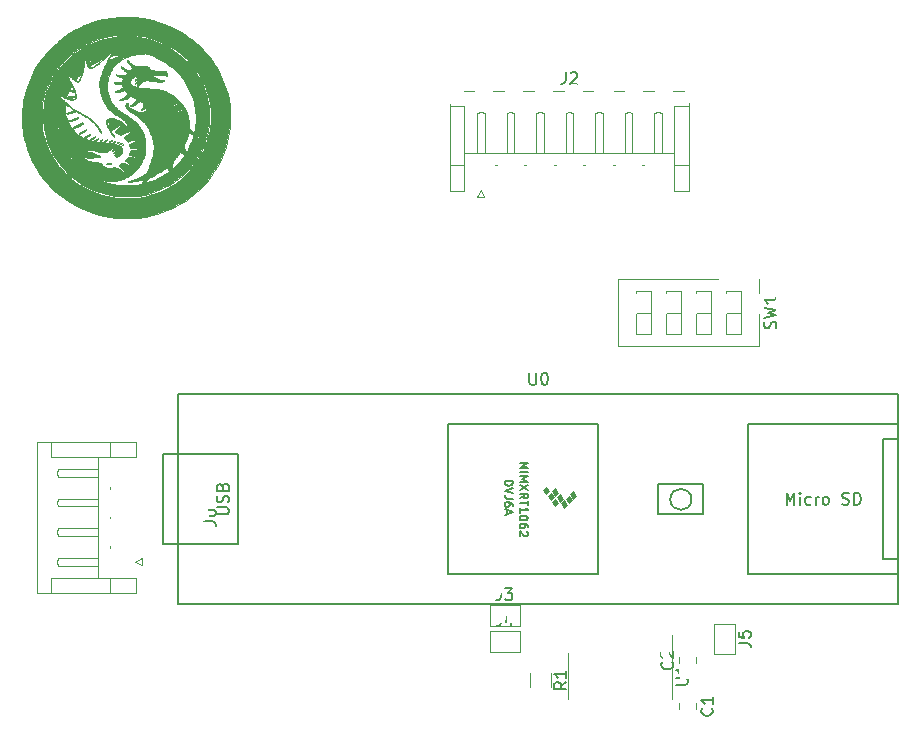
<source format=gbr>
G04 #@! TF.GenerationSoftware,KiCad,Pcbnew,(5.1.10)-1*
G04 #@! TF.CreationDate,2022-01-18T01:08:42+10:00*
G04 #@! TF.ProjectId,RedPyKeeb_MCU,52656450-794b-4656-9562-5f4d43552e6b,rev?*
G04 #@! TF.SameCoordinates,Original*
G04 #@! TF.FileFunction,Legend,Top*
G04 #@! TF.FilePolarity,Positive*
%FSLAX46Y46*%
G04 Gerber Fmt 4.6, Leading zero omitted, Abs format (unit mm)*
G04 Created by KiCad (PCBNEW (5.1.10)-1) date 2022-01-18 01:08:42*
%MOMM*%
%LPD*%
G01*
G04 APERTURE LIST*
%ADD10C,0.010000*%
%ADD11C,0.150000*%
%ADD12C,0.100000*%
%ADD13C,0.120000*%
%ADD14R,1.000000X3.150000*%
%ADD15C,1.600000*%
%ADD16R,1.600000X1.600000*%
%ADD17C,1.300000*%
%ADD18R,1.300000X1.500000*%
%ADD19O,1.700000X1.950000*%
%ADD20O,1.950000X1.700000*%
%ADD21O,1.700000X1.700000*%
%ADD22R,1.700000X1.700000*%
%ADD23O,1.500000X1.500000*%
%ADD24O,1.800000X1.800000*%
%ADD25R,1.120000X2.440000*%
%ADD26R,0.970000X1.270000*%
%ADD27R,1.270000X0.970000*%
G04 APERTURE END LIST*
D10*
G36*
X25201228Y-15496223D02*
G01*
X25348209Y-15497621D01*
X25493327Y-15499965D01*
X25632801Y-15503205D01*
X25762850Y-15507290D01*
X25879693Y-15512168D01*
X25979551Y-15517787D01*
X26058642Y-15524097D01*
X26073100Y-15525597D01*
X26223659Y-15543595D01*
X26387780Y-15565838D01*
X26557288Y-15591067D01*
X26724008Y-15618028D01*
X26879765Y-15645463D01*
X26985619Y-15665827D01*
X27440260Y-15770207D01*
X27889769Y-15899072D01*
X28332851Y-16051797D01*
X28768211Y-16227760D01*
X29194554Y-16426335D01*
X29610584Y-16646899D01*
X30015008Y-16888828D01*
X30406529Y-17151498D01*
X30783852Y-17434286D01*
X30968950Y-17584837D01*
X31073273Y-17675156D01*
X31189532Y-17781247D01*
X31314180Y-17899497D01*
X31443672Y-18026292D01*
X31574463Y-18158019D01*
X31703007Y-18291065D01*
X31825758Y-18421816D01*
X31939173Y-18546660D01*
X32039704Y-18661984D01*
X32113760Y-18751550D01*
X32401593Y-19130385D01*
X32665552Y-19517866D01*
X32905699Y-19914145D01*
X33122099Y-20319377D01*
X33314817Y-20733714D01*
X33483915Y-21157311D01*
X33629458Y-21590322D01*
X33751510Y-22032900D01*
X33850134Y-22485200D01*
X33925396Y-22947374D01*
X33953765Y-23177500D01*
X33964087Y-23289649D01*
X33972788Y-23422177D01*
X33979738Y-23570105D01*
X33984806Y-23728456D01*
X33987860Y-23892252D01*
X33988770Y-24056514D01*
X33987405Y-24216266D01*
X33984423Y-24342724D01*
X33957800Y-24786324D01*
X33906143Y-25227476D01*
X33829766Y-25665347D01*
X33728984Y-26099104D01*
X33604113Y-26527912D01*
X33455466Y-26950939D01*
X33283358Y-27367352D01*
X33088105Y-27776317D01*
X32870019Y-28177000D01*
X32629417Y-28568568D01*
X32366613Y-28950189D01*
X32125189Y-29267150D01*
X31987766Y-29432565D01*
X31832501Y-29607037D01*
X31663391Y-29786651D01*
X31484433Y-29967496D01*
X31299626Y-30145658D01*
X31112966Y-30317225D01*
X30928451Y-30478285D01*
X30750079Y-30624923D01*
X30689550Y-30672340D01*
X30310368Y-30949364D01*
X29916708Y-31206143D01*
X29509912Y-31442108D01*
X29091322Y-31656692D01*
X28662278Y-31849328D01*
X28224124Y-32019448D01*
X27778199Y-32166485D01*
X27325847Y-32289870D01*
X26868408Y-32389036D01*
X26479500Y-32453448D01*
X26362743Y-32469916D01*
X26265975Y-32483112D01*
X26184066Y-32493543D01*
X26111886Y-32501718D01*
X26044308Y-32508145D01*
X25976202Y-32513334D01*
X25902438Y-32517792D01*
X25817889Y-32522028D01*
X25761950Y-32524581D01*
X25697285Y-32526916D01*
X25615658Y-32528988D01*
X25520311Y-32530787D01*
X25414486Y-32532301D01*
X25301425Y-32533518D01*
X25184370Y-32534427D01*
X25066564Y-32535016D01*
X24951248Y-32535274D01*
X24841665Y-32535190D01*
X24741057Y-32534751D01*
X24652665Y-32533947D01*
X24579733Y-32532765D01*
X24525502Y-32531195D01*
X24493214Y-32529225D01*
X24491950Y-32529083D01*
X24465994Y-32526203D01*
X24420365Y-32521334D01*
X24360661Y-32515065D01*
X24292477Y-32507986D01*
X24263350Y-32504985D01*
X23785958Y-32443437D01*
X23314886Y-32357782D01*
X22850983Y-32248364D01*
X22395095Y-32115526D01*
X21948072Y-31959610D01*
X21510761Y-31780960D01*
X21084012Y-31579919D01*
X20668671Y-31356830D01*
X20265589Y-31112036D01*
X19875611Y-30845882D01*
X19547700Y-30597256D01*
X19399490Y-30475127D01*
X19241461Y-30337241D01*
X19077897Y-30187772D01*
X18913080Y-30030891D01*
X18751293Y-29870772D01*
X18596818Y-29711586D01*
X18453937Y-29557507D01*
X18326933Y-29412707D01*
X18304046Y-29385505D01*
X18232271Y-29297188D01*
X18150941Y-29193146D01*
X18064246Y-29079012D01*
X17976378Y-28960421D01*
X17891527Y-28843007D01*
X17813883Y-28732404D01*
X17767002Y-28663455D01*
X17523721Y-28280010D01*
X17304252Y-27892346D01*
X17108064Y-27498990D01*
X16934624Y-27098471D01*
X16783400Y-26689317D01*
X16653859Y-26270056D01*
X16545470Y-25839217D01*
X16457701Y-25395327D01*
X16390019Y-24936915D01*
X16375717Y-24815800D01*
X16369122Y-24742000D01*
X16363246Y-24647009D01*
X16358151Y-24535027D01*
X16353897Y-24410254D01*
X16350543Y-24276890D01*
X16348152Y-24139136D01*
X16346783Y-24001192D01*
X16346565Y-23898731D01*
X18002958Y-23898731D01*
X18003101Y-24026855D01*
X18004043Y-24152012D01*
X18005781Y-24270313D01*
X18008314Y-24377869D01*
X18011639Y-24470792D01*
X18015757Y-24545191D01*
X18019442Y-24587200D01*
X18079245Y-25009704D01*
X18162683Y-25422949D01*
X18269741Y-25826888D01*
X18400403Y-26221478D01*
X18554653Y-26606671D01*
X18732478Y-26982424D01*
X18933861Y-27348691D01*
X18964559Y-27400250D01*
X19190067Y-27751651D01*
X19434229Y-28086483D01*
X19697649Y-28405423D01*
X19980930Y-28709149D01*
X20284674Y-28998337D01*
X20609485Y-29273666D01*
X20683363Y-29332081D01*
X20759176Y-29389240D01*
X20851806Y-29455819D01*
X20956145Y-29528407D01*
X21067090Y-29603594D01*
X21179534Y-29677968D01*
X21288373Y-29748119D01*
X21388500Y-29810637D01*
X21474810Y-29862110D01*
X21488400Y-29869891D01*
X21878477Y-30077325D01*
X22275514Y-30260336D01*
X22679644Y-30418965D01*
X23090999Y-30553253D01*
X23509710Y-30663242D01*
X23935910Y-30748973D01*
X24369731Y-30810488D01*
X24542750Y-30828081D01*
X24622286Y-30833722D01*
X24722288Y-30838375D01*
X24837843Y-30842010D01*
X24964034Y-30844599D01*
X25095948Y-30846113D01*
X25228669Y-30846522D01*
X25357282Y-30845798D01*
X25476874Y-30843911D01*
X25582529Y-30840833D01*
X25669332Y-30836535D01*
X25692736Y-30834865D01*
X26128238Y-30788465D01*
X26556186Y-30718575D01*
X26975809Y-30625570D01*
X27386336Y-30509821D01*
X27786997Y-30371703D01*
X28177021Y-30211589D01*
X28555637Y-30029853D01*
X28922074Y-29826868D01*
X29275561Y-29603008D01*
X29615328Y-29358647D01*
X29940604Y-29094157D01*
X30250619Y-28809913D01*
X30544600Y-28506288D01*
X30581407Y-28465628D01*
X30855031Y-28142767D01*
X31105903Y-27808722D01*
X31334066Y-27463392D01*
X31539569Y-27106676D01*
X31722457Y-26738474D01*
X31882776Y-26358685D01*
X32020573Y-25967207D01*
X32135893Y-25563941D01*
X32228784Y-25148785D01*
X32299290Y-24721639D01*
X32299440Y-24720550D01*
X32306114Y-24669881D01*
X32311640Y-24622336D01*
X32316125Y-24574874D01*
X32319678Y-24524454D01*
X32322408Y-24468035D01*
X32324423Y-24402576D01*
X32325831Y-24325037D01*
X32326742Y-24232377D01*
X32327264Y-24121554D01*
X32327506Y-23989528D01*
X32327546Y-23933150D01*
X32327483Y-23782131D01*
X32326984Y-23653028D01*
X32325838Y-23542357D01*
X32323832Y-23446634D01*
X32320755Y-23362375D01*
X32316396Y-23286098D01*
X32310543Y-23214318D01*
X32302985Y-23143552D01*
X32293510Y-23070316D01*
X32281907Y-22991127D01*
X32267964Y-22902501D01*
X32263155Y-22872700D01*
X32184199Y-22464349D01*
X32080808Y-22062141D01*
X31953453Y-21667236D01*
X31802604Y-21280793D01*
X31628732Y-20903973D01*
X31432310Y-20537934D01*
X31213807Y-20183838D01*
X31107843Y-20027900D01*
X30859221Y-19694606D01*
X30591528Y-19377504D01*
X30305767Y-19077217D01*
X30002936Y-18794368D01*
X29684036Y-18529583D01*
X29350068Y-18283483D01*
X29002032Y-18056695D01*
X28640928Y-17849840D01*
X28267756Y-17663543D01*
X27883517Y-17498427D01*
X27489212Y-17355118D01*
X27085840Y-17234237D01*
X26674402Y-17136410D01*
X26384250Y-17082331D01*
X25953809Y-17023727D01*
X25523447Y-16990201D01*
X25094103Y-16981578D01*
X24666716Y-16997679D01*
X24242228Y-17038329D01*
X23821579Y-17103350D01*
X23405708Y-17192566D01*
X22995557Y-17305799D01*
X22592064Y-17442873D01*
X22196171Y-17603611D01*
X21808817Y-17787836D01*
X21430943Y-17995371D01*
X21384620Y-18022825D01*
X21055251Y-18233260D01*
X20733694Y-18465686D01*
X20422736Y-18717591D01*
X20125165Y-18986463D01*
X19843766Y-19269789D01*
X19581327Y-19565060D01*
X19351062Y-19855745D01*
X19110385Y-20199093D01*
X18892154Y-20553659D01*
X18696680Y-20918639D01*
X18524278Y-21293228D01*
X18375258Y-21676622D01*
X18249932Y-22068018D01*
X18148614Y-22466613D01*
X18071615Y-22871601D01*
X18019247Y-23282180D01*
X18018932Y-23285450D01*
X18014257Y-23349711D01*
X18010390Y-23434339D01*
X18007327Y-23535443D01*
X18005069Y-23649136D01*
X18003613Y-23771528D01*
X18002958Y-23898731D01*
X16346565Y-23898731D01*
X16346498Y-23867259D01*
X16347355Y-23741535D01*
X16349417Y-23628222D01*
X16352744Y-23531520D01*
X16356308Y-23469600D01*
X16402737Y-23003480D01*
X16473473Y-22544583D01*
X16568358Y-22093303D01*
X16687236Y-21650036D01*
X16829947Y-21215178D01*
X16996333Y-20789124D01*
X17186237Y-20372270D01*
X17399501Y-19965013D01*
X17635966Y-19567747D01*
X17895475Y-19180868D01*
X18177869Y-18804772D01*
X18259576Y-18703219D01*
X18387584Y-18552231D01*
X18532050Y-18391999D01*
X18688793Y-18226624D01*
X18853634Y-18060207D01*
X19022392Y-17896847D01*
X19190886Y-17740646D01*
X19354938Y-17595705D01*
X19510365Y-17466124D01*
X19564420Y-17423229D01*
X19956984Y-17132016D01*
X20359549Y-16864150D01*
X20772145Y-16619614D01*
X21194808Y-16398392D01*
X21627567Y-16200468D01*
X22070457Y-16025825D01*
X22523510Y-15874447D01*
X22872700Y-15775461D01*
X23171958Y-15703166D01*
X23481974Y-15639957D01*
X23795778Y-15586943D01*
X24106398Y-15545234D01*
X24406865Y-15515938D01*
X24570690Y-15505231D01*
X24670280Y-15501125D01*
X24786909Y-15498223D01*
X24916797Y-15496473D01*
X25056164Y-15495823D01*
X25201228Y-15496223D01*
G37*
X25201228Y-15496223D02*
X25348209Y-15497621D01*
X25493327Y-15499965D01*
X25632801Y-15503205D01*
X25762850Y-15507290D01*
X25879693Y-15512168D01*
X25979551Y-15517787D01*
X26058642Y-15524097D01*
X26073100Y-15525597D01*
X26223659Y-15543595D01*
X26387780Y-15565838D01*
X26557288Y-15591067D01*
X26724008Y-15618028D01*
X26879765Y-15645463D01*
X26985619Y-15665827D01*
X27440260Y-15770207D01*
X27889769Y-15899072D01*
X28332851Y-16051797D01*
X28768211Y-16227760D01*
X29194554Y-16426335D01*
X29610584Y-16646899D01*
X30015008Y-16888828D01*
X30406529Y-17151498D01*
X30783852Y-17434286D01*
X30968950Y-17584837D01*
X31073273Y-17675156D01*
X31189532Y-17781247D01*
X31314180Y-17899497D01*
X31443672Y-18026292D01*
X31574463Y-18158019D01*
X31703007Y-18291065D01*
X31825758Y-18421816D01*
X31939173Y-18546660D01*
X32039704Y-18661984D01*
X32113760Y-18751550D01*
X32401593Y-19130385D01*
X32665552Y-19517866D01*
X32905699Y-19914145D01*
X33122099Y-20319377D01*
X33314817Y-20733714D01*
X33483915Y-21157311D01*
X33629458Y-21590322D01*
X33751510Y-22032900D01*
X33850134Y-22485200D01*
X33925396Y-22947374D01*
X33953765Y-23177500D01*
X33964087Y-23289649D01*
X33972788Y-23422177D01*
X33979738Y-23570105D01*
X33984806Y-23728456D01*
X33987860Y-23892252D01*
X33988770Y-24056514D01*
X33987405Y-24216266D01*
X33984423Y-24342724D01*
X33957800Y-24786324D01*
X33906143Y-25227476D01*
X33829766Y-25665347D01*
X33728984Y-26099104D01*
X33604113Y-26527912D01*
X33455466Y-26950939D01*
X33283358Y-27367352D01*
X33088105Y-27776317D01*
X32870019Y-28177000D01*
X32629417Y-28568568D01*
X32366613Y-28950189D01*
X32125189Y-29267150D01*
X31987766Y-29432565D01*
X31832501Y-29607037D01*
X31663391Y-29786651D01*
X31484433Y-29967496D01*
X31299626Y-30145658D01*
X31112966Y-30317225D01*
X30928451Y-30478285D01*
X30750079Y-30624923D01*
X30689550Y-30672340D01*
X30310368Y-30949364D01*
X29916708Y-31206143D01*
X29509912Y-31442108D01*
X29091322Y-31656692D01*
X28662278Y-31849328D01*
X28224124Y-32019448D01*
X27778199Y-32166485D01*
X27325847Y-32289870D01*
X26868408Y-32389036D01*
X26479500Y-32453448D01*
X26362743Y-32469916D01*
X26265975Y-32483112D01*
X26184066Y-32493543D01*
X26111886Y-32501718D01*
X26044308Y-32508145D01*
X25976202Y-32513334D01*
X25902438Y-32517792D01*
X25817889Y-32522028D01*
X25761950Y-32524581D01*
X25697285Y-32526916D01*
X25615658Y-32528988D01*
X25520311Y-32530787D01*
X25414486Y-32532301D01*
X25301425Y-32533518D01*
X25184370Y-32534427D01*
X25066564Y-32535016D01*
X24951248Y-32535274D01*
X24841665Y-32535190D01*
X24741057Y-32534751D01*
X24652665Y-32533947D01*
X24579733Y-32532765D01*
X24525502Y-32531195D01*
X24493214Y-32529225D01*
X24491950Y-32529083D01*
X24465994Y-32526203D01*
X24420365Y-32521334D01*
X24360661Y-32515065D01*
X24292477Y-32507986D01*
X24263350Y-32504985D01*
X23785958Y-32443437D01*
X23314886Y-32357782D01*
X22850983Y-32248364D01*
X22395095Y-32115526D01*
X21948072Y-31959610D01*
X21510761Y-31780960D01*
X21084012Y-31579919D01*
X20668671Y-31356830D01*
X20265589Y-31112036D01*
X19875611Y-30845882D01*
X19547700Y-30597256D01*
X19399490Y-30475127D01*
X19241461Y-30337241D01*
X19077897Y-30187772D01*
X18913080Y-30030891D01*
X18751293Y-29870772D01*
X18596818Y-29711586D01*
X18453937Y-29557507D01*
X18326933Y-29412707D01*
X18304046Y-29385505D01*
X18232271Y-29297188D01*
X18150941Y-29193146D01*
X18064246Y-29079012D01*
X17976378Y-28960421D01*
X17891527Y-28843007D01*
X17813883Y-28732404D01*
X17767002Y-28663455D01*
X17523721Y-28280010D01*
X17304252Y-27892346D01*
X17108064Y-27498990D01*
X16934624Y-27098471D01*
X16783400Y-26689317D01*
X16653859Y-26270056D01*
X16545470Y-25839217D01*
X16457701Y-25395327D01*
X16390019Y-24936915D01*
X16375717Y-24815800D01*
X16369122Y-24742000D01*
X16363246Y-24647009D01*
X16358151Y-24535027D01*
X16353897Y-24410254D01*
X16350543Y-24276890D01*
X16348152Y-24139136D01*
X16346783Y-24001192D01*
X16346565Y-23898731D01*
X18002958Y-23898731D01*
X18003101Y-24026855D01*
X18004043Y-24152012D01*
X18005781Y-24270313D01*
X18008314Y-24377869D01*
X18011639Y-24470792D01*
X18015757Y-24545191D01*
X18019442Y-24587200D01*
X18079245Y-25009704D01*
X18162683Y-25422949D01*
X18269741Y-25826888D01*
X18400403Y-26221478D01*
X18554653Y-26606671D01*
X18732478Y-26982424D01*
X18933861Y-27348691D01*
X18964559Y-27400250D01*
X19190067Y-27751651D01*
X19434229Y-28086483D01*
X19697649Y-28405423D01*
X19980930Y-28709149D01*
X20284674Y-28998337D01*
X20609485Y-29273666D01*
X20683363Y-29332081D01*
X20759176Y-29389240D01*
X20851806Y-29455819D01*
X20956145Y-29528407D01*
X21067090Y-29603594D01*
X21179534Y-29677968D01*
X21288373Y-29748119D01*
X21388500Y-29810637D01*
X21474810Y-29862110D01*
X21488400Y-29869891D01*
X21878477Y-30077325D01*
X22275514Y-30260336D01*
X22679644Y-30418965D01*
X23090999Y-30553253D01*
X23509710Y-30663242D01*
X23935910Y-30748973D01*
X24369731Y-30810488D01*
X24542750Y-30828081D01*
X24622286Y-30833722D01*
X24722288Y-30838375D01*
X24837843Y-30842010D01*
X24964034Y-30844599D01*
X25095948Y-30846113D01*
X25228669Y-30846522D01*
X25357282Y-30845798D01*
X25476874Y-30843911D01*
X25582529Y-30840833D01*
X25669332Y-30836535D01*
X25692736Y-30834865D01*
X26128238Y-30788465D01*
X26556186Y-30718575D01*
X26975809Y-30625570D01*
X27386336Y-30509821D01*
X27786997Y-30371703D01*
X28177021Y-30211589D01*
X28555637Y-30029853D01*
X28922074Y-29826868D01*
X29275561Y-29603008D01*
X29615328Y-29358647D01*
X29940604Y-29094157D01*
X30250619Y-28809913D01*
X30544600Y-28506288D01*
X30581407Y-28465628D01*
X30855031Y-28142767D01*
X31105903Y-27808722D01*
X31334066Y-27463392D01*
X31539569Y-27106676D01*
X31722457Y-26738474D01*
X31882776Y-26358685D01*
X32020573Y-25967207D01*
X32135893Y-25563941D01*
X32228784Y-25148785D01*
X32299290Y-24721639D01*
X32299440Y-24720550D01*
X32306114Y-24669881D01*
X32311640Y-24622336D01*
X32316125Y-24574874D01*
X32319678Y-24524454D01*
X32322408Y-24468035D01*
X32324423Y-24402576D01*
X32325831Y-24325037D01*
X32326742Y-24232377D01*
X32327264Y-24121554D01*
X32327506Y-23989528D01*
X32327546Y-23933150D01*
X32327483Y-23782131D01*
X32326984Y-23653028D01*
X32325838Y-23542357D01*
X32323832Y-23446634D01*
X32320755Y-23362375D01*
X32316396Y-23286098D01*
X32310543Y-23214318D01*
X32302985Y-23143552D01*
X32293510Y-23070316D01*
X32281907Y-22991127D01*
X32267964Y-22902501D01*
X32263155Y-22872700D01*
X32184199Y-22464349D01*
X32080808Y-22062141D01*
X31953453Y-21667236D01*
X31802604Y-21280793D01*
X31628732Y-20903973D01*
X31432310Y-20537934D01*
X31213807Y-20183838D01*
X31107843Y-20027900D01*
X30859221Y-19694606D01*
X30591528Y-19377504D01*
X30305767Y-19077217D01*
X30002936Y-18794368D01*
X29684036Y-18529583D01*
X29350068Y-18283483D01*
X29002032Y-18056695D01*
X28640928Y-17849840D01*
X28267756Y-17663543D01*
X27883517Y-17498427D01*
X27489212Y-17355118D01*
X27085840Y-17234237D01*
X26674402Y-17136410D01*
X26384250Y-17082331D01*
X25953809Y-17023727D01*
X25523447Y-16990201D01*
X25094103Y-16981578D01*
X24666716Y-16997679D01*
X24242228Y-17038329D01*
X23821579Y-17103350D01*
X23405708Y-17192566D01*
X22995557Y-17305799D01*
X22592064Y-17442873D01*
X22196171Y-17603611D01*
X21808817Y-17787836D01*
X21430943Y-17995371D01*
X21384620Y-18022825D01*
X21055251Y-18233260D01*
X20733694Y-18465686D01*
X20422736Y-18717591D01*
X20125165Y-18986463D01*
X19843766Y-19269789D01*
X19581327Y-19565060D01*
X19351062Y-19855745D01*
X19110385Y-20199093D01*
X18892154Y-20553659D01*
X18696680Y-20918639D01*
X18524278Y-21293228D01*
X18375258Y-21676622D01*
X18249932Y-22068018D01*
X18148614Y-22466613D01*
X18071615Y-22871601D01*
X18019247Y-23282180D01*
X18018932Y-23285450D01*
X18014257Y-23349711D01*
X18010390Y-23434339D01*
X18007327Y-23535443D01*
X18005069Y-23649136D01*
X18003613Y-23771528D01*
X18002958Y-23898731D01*
X16346565Y-23898731D01*
X16346498Y-23867259D01*
X16347355Y-23741535D01*
X16349417Y-23628222D01*
X16352744Y-23531520D01*
X16356308Y-23469600D01*
X16402737Y-23003480D01*
X16473473Y-22544583D01*
X16568358Y-22093303D01*
X16687236Y-21650036D01*
X16829947Y-21215178D01*
X16996333Y-20789124D01*
X17186237Y-20372270D01*
X17399501Y-19965013D01*
X17635966Y-19567747D01*
X17895475Y-19180868D01*
X18177869Y-18804772D01*
X18259576Y-18703219D01*
X18387584Y-18552231D01*
X18532050Y-18391999D01*
X18688793Y-18226624D01*
X18853634Y-18060207D01*
X19022392Y-17896847D01*
X19190886Y-17740646D01*
X19354938Y-17595705D01*
X19510365Y-17466124D01*
X19564420Y-17423229D01*
X19956984Y-17132016D01*
X20359549Y-16864150D01*
X20772145Y-16619614D01*
X21194808Y-16398392D01*
X21627567Y-16200468D01*
X22070457Y-16025825D01*
X22523510Y-15874447D01*
X22872700Y-15775461D01*
X23171958Y-15703166D01*
X23481974Y-15639957D01*
X23795778Y-15586943D01*
X24106398Y-15545234D01*
X24406865Y-15515938D01*
X24570690Y-15505231D01*
X24670280Y-15501125D01*
X24786909Y-15498223D01*
X24916797Y-15496473D01*
X25056164Y-15495823D01*
X25201228Y-15496223D01*
G36*
X25792673Y-17125756D02*
G01*
X26214683Y-17174525D01*
X26633779Y-17248083D01*
X26981150Y-17328669D01*
X27386664Y-17445939D01*
X27781275Y-17585140D01*
X28164226Y-17745579D01*
X28534761Y-17926564D01*
X28892127Y-18127402D01*
X29235567Y-18347401D01*
X29564325Y-18585867D01*
X29877648Y-18842109D01*
X30174778Y-19115434D01*
X30454962Y-19405150D01*
X30717443Y-19710562D01*
X30961466Y-20030980D01*
X31186276Y-20365711D01*
X31391118Y-20714061D01*
X31575235Y-21075339D01*
X31737874Y-21448851D01*
X31871083Y-21812250D01*
X31968407Y-22125886D01*
X32047566Y-22431732D01*
X32109520Y-22735438D01*
X32155229Y-23042649D01*
X32185653Y-23359015D01*
X32201751Y-23690183D01*
X32203511Y-23768050D01*
X32204521Y-24034416D01*
X32197149Y-24283205D01*
X32180842Y-24521001D01*
X32155045Y-24754392D01*
X32119204Y-24989962D01*
X32085526Y-25171400D01*
X31994054Y-25567074D01*
X31878577Y-25955511D01*
X31739716Y-26335695D01*
X31578094Y-26706611D01*
X31394332Y-27067241D01*
X31189050Y-27416570D01*
X30962871Y-27753583D01*
X30716416Y-28077262D01*
X30450307Y-28386593D01*
X30165165Y-28680559D01*
X29861611Y-28958144D01*
X29673550Y-29114290D01*
X29331952Y-29371806D01*
X28978672Y-29606843D01*
X28614140Y-29819249D01*
X28238784Y-30008872D01*
X27853034Y-30175559D01*
X27457317Y-30319159D01*
X27052063Y-30439519D01*
X26637702Y-30536488D01*
X26214661Y-30609913D01*
X25783370Y-30659641D01*
X25344258Y-30685522D01*
X25234900Y-30688220D01*
X25149187Y-30689473D01*
X25067596Y-30690137D01*
X24995152Y-30690211D01*
X24936880Y-30689697D01*
X24897805Y-30688593D01*
X24892000Y-30688251D01*
X24527561Y-30657296D01*
X24183150Y-30616313D01*
X23855122Y-30564491D01*
X23539836Y-30501018D01*
X23233650Y-30425082D01*
X22932919Y-30335871D01*
X22634003Y-30232573D01*
X22352000Y-30122143D01*
X21980250Y-29955172D01*
X21616201Y-29764799D01*
X21262199Y-29552451D01*
X20920594Y-29319555D01*
X20593734Y-29067539D01*
X20529929Y-29014624D01*
X20453130Y-28947716D01*
X20363998Y-28866005D01*
X20266396Y-28773358D01*
X20164186Y-28673642D01*
X20061230Y-28570726D01*
X19961389Y-28468476D01*
X19868527Y-28370759D01*
X19786504Y-28281444D01*
X19719183Y-28204397D01*
X19710738Y-28194312D01*
X19449040Y-27860727D01*
X19210168Y-27516744D01*
X18994331Y-27162837D01*
X18801737Y-26799478D01*
X18632594Y-26427140D01*
X18487111Y-26046295D01*
X18365495Y-25657416D01*
X18267956Y-25260976D01*
X18194702Y-24857448D01*
X18173974Y-24707850D01*
X18136475Y-24313866D01*
X18128112Y-24060150D01*
X19298040Y-24060150D01*
X19298637Y-24210540D01*
X19300616Y-24340470D01*
X19304366Y-24454858D01*
X19310278Y-24558624D01*
X19318743Y-24656687D01*
X19330150Y-24753967D01*
X19344890Y-24855383D01*
X19363354Y-24965854D01*
X19375136Y-25031700D01*
X19454556Y-25397362D01*
X19558236Y-25756564D01*
X19685579Y-26108062D01*
X19835988Y-26450612D01*
X20008864Y-26782972D01*
X20203611Y-27103897D01*
X20419631Y-27412145D01*
X20656326Y-27706470D01*
X20666054Y-27717750D01*
X20733237Y-27792799D01*
X20814120Y-27878921D01*
X20903908Y-27971340D01*
X20997805Y-28065280D01*
X21091017Y-28155966D01*
X21178747Y-28238623D01*
X21256202Y-28308473D01*
X21278850Y-28328036D01*
X21583738Y-28571371D01*
X21901016Y-28792577D01*
X22230377Y-28991522D01*
X22571518Y-29168077D01*
X22924134Y-29322114D01*
X23287918Y-29453501D01*
X23662567Y-29562109D01*
X24047776Y-29647809D01*
X24443238Y-29710471D01*
X24561800Y-29724535D01*
X24768490Y-29741815D01*
X24992640Y-29750845D01*
X25227768Y-29751857D01*
X25467391Y-29745082D01*
X25705027Y-29730752D01*
X25934194Y-29709097D01*
X26148409Y-29680349D01*
X26241281Y-29664599D01*
X26299790Y-29654592D01*
X26348777Y-29647483D01*
X26383101Y-29643930D01*
X26397615Y-29644582D01*
X26394595Y-29657730D01*
X26381695Y-29689616D01*
X26360638Y-29736380D01*
X26333147Y-29794166D01*
X26308809Y-29843483D01*
X26272429Y-29916295D01*
X26246172Y-29969492D01*
X26228702Y-30006131D01*
X26218683Y-30029266D01*
X26214776Y-30041950D01*
X26215646Y-30047238D01*
X26219207Y-30048200D01*
X26229644Y-30039722D01*
X26255902Y-30015793D01*
X26295588Y-29978667D01*
X26346311Y-29930599D01*
X26405680Y-29873844D01*
X26471303Y-29810657D01*
X26478635Y-29803571D01*
X26731656Y-29558943D01*
X26926253Y-29497747D01*
X27258001Y-29384747D01*
X27572371Y-29259253D01*
X27874926Y-29118596D01*
X28171228Y-28960105D01*
X28466840Y-28781112D01*
X28596531Y-28696238D01*
X28652468Y-28659789D01*
X28691366Y-28637047D01*
X28716472Y-28626435D01*
X28731035Y-28626375D01*
X28734788Y-28629117D01*
X28750791Y-28655257D01*
X28770907Y-28701093D01*
X28793344Y-28761617D01*
X28816308Y-28831822D01*
X28838004Y-28906700D01*
X28848067Y-28945331D01*
X28868842Y-29024324D01*
X28891467Y-29103267D01*
X28914430Y-29177509D01*
X28936217Y-29242399D01*
X28955312Y-29293284D01*
X28970203Y-29325512D01*
X28973487Y-29330660D01*
X28977726Y-29336932D01*
X28981297Y-29341636D01*
X28984462Y-29342729D01*
X28987482Y-29338166D01*
X28990619Y-29325903D01*
X28994135Y-29303896D01*
X28998292Y-29270100D01*
X29003352Y-29222471D01*
X29009577Y-29158965D01*
X29017228Y-29077538D01*
X29026567Y-28976145D01*
X29037857Y-28852743D01*
X29045734Y-28766648D01*
X29085755Y-28329647D01*
X29336695Y-28080848D01*
X29449480Y-27967695D01*
X29547935Y-27865650D01*
X29636946Y-27769215D01*
X29721401Y-27672887D01*
X29806186Y-27571168D01*
X29896187Y-27458556D01*
X29944184Y-27397075D01*
X29988675Y-27341171D01*
X30029044Y-27293126D01*
X30062310Y-27256280D01*
X30085490Y-27233977D01*
X30094321Y-27228800D01*
X30104004Y-27231588D01*
X30119185Y-27240935D01*
X30141482Y-27258311D01*
X30172513Y-27285188D01*
X30213896Y-27323037D01*
X30267249Y-27373329D01*
X30334188Y-27437537D01*
X30416333Y-27517130D01*
X30486350Y-27585325D01*
X30547410Y-27644375D01*
X30604387Y-27698520D01*
X30654106Y-27744817D01*
X30693394Y-27780326D01*
X30719076Y-27802105D01*
X30724871Y-27806341D01*
X30744127Y-27818039D01*
X30758363Y-27824326D01*
X30766879Y-27823695D01*
X30768978Y-27814639D01*
X30763962Y-27795650D01*
X30751132Y-27765219D01*
X30729791Y-27721839D01*
X30699241Y-27664002D01*
X30658783Y-27590200D01*
X30607720Y-27498925D01*
X30545353Y-27388670D01*
X30470984Y-27257927D01*
X30470943Y-27257854D01*
X30274068Y-26912259D01*
X30369228Y-26737154D01*
X30494446Y-26493522D01*
X30609010Y-26242216D01*
X30715645Y-25976953D01*
X30796279Y-25752799D01*
X30823317Y-25674068D01*
X30843448Y-25616153D01*
X30858054Y-25575860D01*
X30868516Y-25549996D01*
X30876216Y-25535368D01*
X30882535Y-25528781D01*
X30888856Y-25527042D01*
X30893975Y-25527000D01*
X30910883Y-25532283D01*
X30946344Y-25546888D01*
X30996111Y-25568949D01*
X31055932Y-25596598D01*
X31098991Y-25617065D01*
X31194899Y-25662581D01*
X31269585Y-25696718D01*
X31324274Y-25719977D01*
X31360196Y-25732862D01*
X31378575Y-25735875D01*
X31381700Y-25732940D01*
X31373089Y-25721897D01*
X31348870Y-25695483D01*
X31311465Y-25656215D01*
X31263296Y-25606615D01*
X31206782Y-25549202D01*
X31157752Y-25499900D01*
X30933805Y-25275693D01*
X30967332Y-25074321D01*
X31016038Y-24738165D01*
X31047256Y-24416735D01*
X31060854Y-24106212D01*
X31056700Y-23802777D01*
X31034661Y-23502610D01*
X30994605Y-23201892D01*
X30936400Y-22896804D01*
X30884300Y-22676684D01*
X30782807Y-22328828D01*
X30657315Y-21986593D01*
X30508924Y-21651724D01*
X30338738Y-21325966D01*
X30147860Y-21011063D01*
X29937391Y-20708762D01*
X29708434Y-20420807D01*
X29462092Y-20148942D01*
X29199467Y-19894914D01*
X29038550Y-19755129D01*
X28886089Y-19631191D01*
X28741615Y-19521006D01*
X28596933Y-19418746D01*
X28443850Y-19318583D01*
X28301950Y-19231311D01*
X27975178Y-19046636D01*
X27648210Y-18885519D01*
X27318338Y-18747083D01*
X26982855Y-18630448D01*
X26639053Y-18534736D01*
X26284225Y-18459066D01*
X25915664Y-18402560D01*
X25666700Y-18375623D01*
X25582861Y-18369732D01*
X25479547Y-18365289D01*
X25362299Y-18362295D01*
X25236655Y-18360750D01*
X25108157Y-18360657D01*
X24982343Y-18362015D01*
X24864754Y-18364827D01*
X24760930Y-18369094D01*
X24676411Y-18374815D01*
X24669750Y-18375420D01*
X24586387Y-18383849D01*
X24495654Y-18394155D01*
X24402509Y-18405663D01*
X24311909Y-18417701D01*
X24228811Y-18429596D01*
X24158173Y-18440676D01*
X24104954Y-18450268D01*
X24083901Y-18454914D01*
X24038995Y-18473649D01*
X24017499Y-18498673D01*
X24011149Y-18513436D01*
X24010320Y-18522980D01*
X24018532Y-18527436D01*
X24039309Y-18526933D01*
X24076171Y-18521603D01*
X24132640Y-18511575D01*
X24171785Y-18504389D01*
X24266333Y-18487604D01*
X24353258Y-18473680D01*
X24436289Y-18462365D01*
X24519154Y-18453405D01*
X24605583Y-18446548D01*
X24699304Y-18441542D01*
X24804045Y-18438134D01*
X24923537Y-18436071D01*
X25061507Y-18435101D01*
X25196800Y-18434947D01*
X25327448Y-18435092D01*
X25436025Y-18435431D01*
X25525861Y-18436120D01*
X25600284Y-18437315D01*
X25662624Y-18439173D01*
X25716210Y-18441850D01*
X25764372Y-18445502D01*
X25810438Y-18450285D01*
X25857737Y-18456355D01*
X25909599Y-18463868D01*
X25952450Y-18470383D01*
X26093346Y-18492775D01*
X26224197Y-18515095D01*
X26343045Y-18536920D01*
X26447934Y-18557825D01*
X26536906Y-18577388D01*
X26608005Y-18595183D01*
X26659275Y-18610786D01*
X26688758Y-18623775D01*
X26695400Y-18631392D01*
X26683074Y-18635481D01*
X26647584Y-18638856D01*
X26591156Y-18641417D01*
X26516018Y-18643065D01*
X26424397Y-18643700D01*
X26419175Y-18643704D01*
X26249731Y-18645849D01*
X26099728Y-18652692D01*
X25963506Y-18665042D01*
X25835404Y-18683713D01*
X25709762Y-18709517D01*
X25580920Y-18743265D01*
X25454412Y-18782120D01*
X25205407Y-18876065D01*
X24966788Y-18992488D01*
X24752300Y-19122660D01*
X24618029Y-19217858D01*
X24488482Y-19319614D01*
X24366430Y-19425212D01*
X24254639Y-19531935D01*
X24155879Y-19637065D01*
X24072920Y-19737887D01*
X24008528Y-19831683D01*
X23982863Y-19877643D01*
X23963588Y-19912801D01*
X23947217Y-19937739D01*
X23940772Y-19944563D01*
X23928996Y-19959593D01*
X23908730Y-19993408D01*
X23882126Y-20041734D01*
X23851333Y-20100294D01*
X23818505Y-20164811D01*
X23785793Y-20231009D01*
X23755348Y-20294611D01*
X23729322Y-20351341D01*
X23709867Y-20396923D01*
X23700760Y-20421600D01*
X23641587Y-20623927D01*
X23598163Y-20812311D01*
X23569502Y-20991913D01*
X23554614Y-21167894D01*
X23553670Y-21189950D01*
X23555347Y-21456898D01*
X23581068Y-21715747D01*
X23630786Y-21966350D01*
X23704453Y-22208558D01*
X23802019Y-22442222D01*
X23923435Y-22667197D01*
X24068655Y-22883333D01*
X24139794Y-22975240D01*
X24177219Y-23018810D01*
X24227973Y-23073816D01*
X24288758Y-23137052D01*
X24356279Y-23205308D01*
X24427239Y-23275378D01*
X24498342Y-23344055D01*
X24566293Y-23408131D01*
X24627794Y-23464398D01*
X24679551Y-23509649D01*
X24718267Y-23540677D01*
X24727583Y-23547224D01*
X24866540Y-23637204D01*
X24993066Y-23714261D01*
X25113757Y-23782300D01*
X25206522Y-23830830D01*
X25356932Y-23913052D01*
X25506409Y-24006062D01*
X25648318Y-24105327D01*
X25776024Y-24206314D01*
X25842667Y-24265472D01*
X25919912Y-24339839D01*
X25997499Y-24418596D01*
X26072073Y-24498015D01*
X26140279Y-24574366D01*
X26198763Y-24643921D01*
X26244170Y-24702951D01*
X26267181Y-24737336D01*
X26291450Y-24777011D01*
X26324821Y-24830896D01*
X26362790Y-24891746D01*
X26398856Y-24949150D01*
X26436672Y-25009493D01*
X26465513Y-25057130D01*
X26488971Y-25098876D01*
X26510635Y-25141549D01*
X26534096Y-25191965D01*
X26562944Y-25256941D01*
X26572773Y-25279350D01*
X26603728Y-25356853D01*
X26637344Y-25452902D01*
X26671610Y-25561075D01*
X26704513Y-25674953D01*
X26734044Y-25788114D01*
X26740467Y-25814709D01*
X26758570Y-25896461D01*
X26772635Y-25974238D01*
X26783005Y-26052622D01*
X26790025Y-26136193D01*
X26794038Y-26229534D01*
X26795389Y-26337225D01*
X26794421Y-26463848D01*
X26793469Y-26520449D01*
X26790761Y-26636653D01*
X26786847Y-26734742D01*
X26780877Y-26820317D01*
X26771997Y-26898981D01*
X26759357Y-26976336D01*
X26742103Y-27057984D01*
X26719384Y-27149525D01*
X26690348Y-27256563D01*
X26671095Y-27325064D01*
X26640616Y-27416835D01*
X26597642Y-27523786D01*
X26544832Y-27640714D01*
X26484846Y-27762415D01*
X26420344Y-27883685D01*
X26353984Y-27999321D01*
X26288426Y-28104120D01*
X26230244Y-28187650D01*
X26167432Y-28267436D01*
X26093559Y-28353844D01*
X26012689Y-28442701D01*
X25928885Y-28529836D01*
X25846210Y-28611078D01*
X25768728Y-28682255D01*
X25700500Y-28739197D01*
X25673081Y-28759647D01*
X25616609Y-28800168D01*
X25553799Y-28845971D01*
X25498200Y-28887176D01*
X25497937Y-28887373D01*
X25411614Y-28945761D01*
X25305172Y-29007322D01*
X25183304Y-29069775D01*
X25050700Y-29130838D01*
X24912049Y-29188229D01*
X24777700Y-29237721D01*
X24718442Y-29256308D01*
X24641133Y-29277856D01*
X24552684Y-29300640D01*
X24460007Y-29322934D01*
X24370016Y-29343015D01*
X24295100Y-29358135D01*
X24227582Y-29367505D01*
X24140216Y-29374626D01*
X24038409Y-29379499D01*
X23927567Y-29382124D01*
X23813097Y-29382502D01*
X23700406Y-29380634D01*
X23594901Y-29376521D01*
X23501990Y-29370162D01*
X23427078Y-29361560D01*
X23406100Y-29358016D01*
X23254661Y-29327714D01*
X23122185Y-29297029D01*
X23002297Y-29263807D01*
X22888622Y-29225889D01*
X22774786Y-29181118D01*
X22654413Y-29127338D01*
X22521129Y-29062391D01*
X22498050Y-29050754D01*
X22412234Y-29006790D01*
X22326436Y-28961890D01*
X22245735Y-28918779D01*
X22175205Y-28880183D01*
X22119925Y-28848829D01*
X22100314Y-28837163D01*
X21782744Y-28629166D01*
X21481781Y-28403029D01*
X21198060Y-28159732D01*
X20932219Y-27900255D01*
X20684893Y-27625577D01*
X20456718Y-27336678D01*
X20248332Y-27034539D01*
X20060369Y-26720139D01*
X19893466Y-26394458D01*
X19748260Y-26058476D01*
X19625386Y-25713173D01*
X19525481Y-25359529D01*
X19449181Y-24998524D01*
X19402872Y-24682450D01*
X19397530Y-24619606D01*
X19393256Y-24531987D01*
X19390066Y-24420193D01*
X19387974Y-24284828D01*
X19386996Y-24126493D01*
X19386928Y-24041100D01*
X19387162Y-23909322D01*
X19387739Y-23799453D01*
X19388799Y-23708001D01*
X19390480Y-23631476D01*
X19392921Y-23566388D01*
X19396263Y-23509246D01*
X19400643Y-23456558D01*
X19406202Y-23404834D01*
X19413077Y-23350584D01*
X19415013Y-23336250D01*
X19447548Y-23123884D01*
X19486140Y-22923889D01*
X19533414Y-22723470D01*
X19565052Y-22604854D01*
X19622287Y-22397943D01*
X19595761Y-22371796D01*
X19576015Y-22354550D01*
X19563795Y-22355048D01*
X19552494Y-22368145D01*
X19543765Y-22388308D01*
X19530649Y-22429560D01*
X19514071Y-22488151D01*
X19494954Y-22560331D01*
X19474222Y-22642349D01*
X19452800Y-22730456D01*
X19431611Y-22820902D01*
X19411578Y-22909937D01*
X19393627Y-22993810D01*
X19378681Y-23068773D01*
X19374987Y-23088600D01*
X19354315Y-23205817D01*
X19337583Y-23311381D01*
X19324403Y-23410200D01*
X19314386Y-23507179D01*
X19307144Y-23607224D01*
X19302289Y-23715241D01*
X19299431Y-23836137D01*
X19298182Y-23974818D01*
X19298040Y-24060150D01*
X18128112Y-24060150D01*
X18123370Y-23916317D01*
X18134387Y-23517313D01*
X18169256Y-23118968D01*
X18227704Y-22723394D01*
X18309461Y-22332704D01*
X18409093Y-21967909D01*
X19234150Y-21967909D01*
X19342297Y-22074229D01*
X19392832Y-22122959D01*
X19457176Y-22183543D01*
X19531842Y-22252825D01*
X19613347Y-22327652D01*
X19698205Y-22404869D01*
X19782931Y-22481321D01*
X19864038Y-22553854D01*
X19938043Y-22619313D01*
X20001460Y-22674544D01*
X20050803Y-22716391D01*
X20061343Y-22725054D01*
X20106003Y-22762319D01*
X20163428Y-22811597D01*
X20227676Y-22867718D01*
X20292808Y-22925510D01*
X20326350Y-22955679D01*
X20418000Y-23036373D01*
X20510775Y-23114010D01*
X20601095Y-23185851D01*
X20685379Y-23249153D01*
X20760047Y-23301177D01*
X20821518Y-23339181D01*
X20840522Y-23349301D01*
X20889033Y-23374788D01*
X20937417Y-23402103D01*
X20961172Y-23416514D01*
X20998986Y-23439244D01*
X21056683Y-23472214D01*
X21131597Y-23513968D01*
X21221065Y-23563050D01*
X21322421Y-23618002D01*
X21433001Y-23677367D01*
X21550142Y-23739691D01*
X21615400Y-23774174D01*
X21740928Y-23841454D01*
X21847399Y-23901318D01*
X21939004Y-23956587D01*
X22019931Y-24010083D01*
X22094370Y-24064629D01*
X22166509Y-24123045D01*
X22240537Y-24188154D01*
X22269581Y-24214817D01*
X22382722Y-24322675D01*
X22486492Y-24428487D01*
X22584725Y-24536736D01*
X22681252Y-24651902D01*
X22779904Y-24778467D01*
X22884515Y-24920914D01*
X22939160Y-24997939D01*
X22988299Y-25069532D01*
X23023266Y-25124972D01*
X23045874Y-25167846D01*
X23057933Y-25201745D01*
X23061254Y-25230256D01*
X23060759Y-25238905D01*
X23053141Y-25270608D01*
X23038186Y-25279857D01*
X23015260Y-25266368D01*
X22983729Y-25229858D01*
X22957898Y-25193017D01*
X22866165Y-25057902D01*
X22773208Y-24926186D01*
X22681269Y-24800788D01*
X22592594Y-24684626D01*
X22509424Y-24580618D01*
X22434004Y-24491684D01*
X22368576Y-24420741D01*
X22350055Y-24402256D01*
X22222218Y-24281858D01*
X22102307Y-24178050D01*
X21984095Y-24086332D01*
X21861356Y-24002202D01*
X21727864Y-23921157D01*
X21577393Y-23838696D01*
X21553000Y-23825940D01*
X21456477Y-23774918D01*
X21351852Y-23718184D01*
X21242898Y-23657900D01*
X21133386Y-23596229D01*
X21027090Y-23535336D01*
X20927783Y-23477383D01*
X20839237Y-23424533D01*
X20765225Y-23378951D01*
X20709519Y-23342798D01*
X20704829Y-23339598D01*
X20662129Y-23307942D01*
X20607171Y-23263780D01*
X20546039Y-23212175D01*
X20484817Y-23158192D01*
X20463529Y-23138784D01*
X20313650Y-23000737D01*
X20204952Y-23000218D01*
X20131780Y-22996598D01*
X20082847Y-22986471D01*
X20057808Y-22969715D01*
X20055756Y-22947792D01*
X20070776Y-22934750D01*
X20102126Y-22922044D01*
X20121224Y-22917094D01*
X20180741Y-22904339D01*
X20075745Y-22811148D01*
X19970750Y-22717956D01*
X19962166Y-22773103D01*
X19958775Y-22809366D01*
X19956176Y-22866285D01*
X19954353Y-22939129D01*
X19953290Y-23023165D01*
X19952974Y-23113663D01*
X19953387Y-23205890D01*
X19954516Y-23295117D01*
X19956345Y-23376610D01*
X19958859Y-23445640D01*
X19962043Y-23497473D01*
X19964569Y-23520400D01*
X20004140Y-23716121D01*
X20062985Y-23919831D01*
X20138803Y-24126113D01*
X20229292Y-24329553D01*
X20332152Y-24524734D01*
X20445081Y-24706239D01*
X20503303Y-24788420D01*
X20670576Y-24998889D01*
X20847037Y-25190207D01*
X21036833Y-25366270D01*
X21244106Y-25530978D01*
X21431250Y-25661106D01*
X21544864Y-25731987D01*
X21658663Y-25794786D01*
X21775105Y-25850136D01*
X21896652Y-25898671D01*
X22025764Y-25941027D01*
X22164901Y-25977838D01*
X22316524Y-26009739D01*
X22483094Y-26037364D01*
X22667070Y-26061347D01*
X22870914Y-26082323D01*
X23097086Y-26100928D01*
X23152100Y-26104908D01*
X23324746Y-26117832D01*
X23476570Y-26130930D01*
X23612144Y-26144853D01*
X23736039Y-26160253D01*
X23852830Y-26177782D01*
X23967088Y-26198092D01*
X24083385Y-26221835D01*
X24206295Y-26249662D01*
X24263854Y-26263418D01*
X24373317Y-26290354D01*
X24461368Y-26313510D01*
X24531408Y-26334544D01*
X24586836Y-26355113D01*
X24631050Y-26376877D01*
X24667452Y-26401493D01*
X24699440Y-26430619D01*
X24730414Y-26465914D01*
X24761661Y-26506222D01*
X24822150Y-26586697D01*
X24821537Y-26739473D01*
X24820857Y-26805765D01*
X24818705Y-26853284D01*
X24813976Y-26888655D01*
X24805564Y-26918503D01*
X24792363Y-26949452D01*
X24783437Y-26967781D01*
X24744089Y-27031056D01*
X24689420Y-27096971D01*
X24624230Y-27161528D01*
X24553320Y-27220727D01*
X24481491Y-27270567D01*
X24413543Y-27307050D01*
X24354279Y-27326175D01*
X24353007Y-27326387D01*
X24321332Y-27328683D01*
X24296642Y-27320254D01*
X24268238Y-27296982D01*
X24262619Y-27291591D01*
X24226984Y-27253416D01*
X24192956Y-27211403D01*
X24185925Y-27201633D01*
X24170392Y-27177517D01*
X24163286Y-27157595D01*
X24166662Y-27137980D01*
X24182576Y-27114789D01*
X24213082Y-27084136D01*
X24260235Y-27042136D01*
X24278856Y-27025943D01*
X24335587Y-26973248D01*
X24370386Y-26932624D01*
X24383490Y-26903748D01*
X24378816Y-26889183D01*
X24364901Y-26891073D01*
X24333557Y-26902249D01*
X24290096Y-26920684D01*
X24259978Y-26934590D01*
X24194981Y-26963275D01*
X24143779Y-26981342D01*
X24108861Y-26988130D01*
X24092717Y-26982974D01*
X24091900Y-26979383D01*
X24099803Y-26966858D01*
X24120898Y-26940398D01*
X24151264Y-26904836D01*
X24164925Y-26889374D01*
X24236584Y-26806563D01*
X24289822Y-26739224D01*
X24325355Y-26686123D01*
X24343895Y-26646031D01*
X24346158Y-26617713D01*
X24332859Y-26599939D01*
X24332824Y-26599917D01*
X24319485Y-26605330D01*
X24291691Y-26625693D01*
X24253035Y-26658087D01*
X24207112Y-26699591D01*
X24187969Y-26717652D01*
X24137076Y-26764898D01*
X24089036Y-26807075D01*
X24048479Y-26840283D01*
X24020036Y-26860622D01*
X24014839Y-26863496D01*
X23979309Y-26875550D01*
X23951983Y-26875619D01*
X23939650Y-26863863D01*
X23939500Y-26861741D01*
X23946722Y-26848813D01*
X23966431Y-26819882D01*
X23995687Y-26779123D01*
X24031548Y-26730713D01*
X24034659Y-26726575D01*
X24092778Y-26646048D01*
X24140103Y-26573679D01*
X24175248Y-26511979D01*
X24196825Y-26463459D01*
X24203446Y-26430630D01*
X24202078Y-26423578D01*
X24189567Y-26407209D01*
X24170302Y-26409552D01*
X24142474Y-26431661D01*
X24104275Y-26474591D01*
X24095166Y-26485850D01*
X24033343Y-26552002D01*
X23950602Y-26623114D01*
X23850299Y-26696662D01*
X23735787Y-26770119D01*
X23657051Y-26815663D01*
X23503320Y-26901059D01*
X23235635Y-26895393D01*
X22967950Y-26889726D01*
X22593300Y-26810842D01*
X22477813Y-26786837D01*
X22384145Y-26768139D01*
X22309379Y-26754277D01*
X22250600Y-26744776D01*
X22204892Y-26739162D01*
X22169341Y-26736962D01*
X22142450Y-26737593D01*
X22078649Y-26747035D01*
X22008839Y-26764811D01*
X21943085Y-26787833D01*
X21891455Y-26813016D01*
X21886805Y-26815959D01*
X21861047Y-26840263D01*
X21858842Y-26862187D01*
X21878360Y-26880225D01*
X21917770Y-26892874D01*
X21975241Y-26898631D01*
X21987701Y-26898820D01*
X22046571Y-26901642D01*
X22107661Y-26910383D01*
X22173897Y-26926052D01*
X22248203Y-26949652D01*
X22333502Y-26982189D01*
X22432721Y-27024671D01*
X22548782Y-27078102D01*
X22649865Y-27126560D01*
X22719567Y-27160253D01*
X22784748Y-27191492D01*
X22840568Y-27217976D01*
X22882184Y-27237405D01*
X22901666Y-27246180D01*
X22933950Y-27263926D01*
X22954872Y-27282493D01*
X22957378Y-27286915D01*
X22960984Y-27303803D01*
X22955677Y-27317398D01*
X22938858Y-27328382D01*
X22907930Y-27337432D01*
X22860298Y-27345230D01*
X22793365Y-27352454D01*
X22704534Y-27359784D01*
X22668798Y-27362426D01*
X22585027Y-27368888D01*
X22505211Y-27375750D01*
X22434569Y-27382512D01*
X22378318Y-27388670D01*
X22341675Y-27393723D01*
X22339300Y-27394147D01*
X22297138Y-27400179D01*
X22238357Y-27406307D01*
X22171721Y-27411697D01*
X22123400Y-27414673D01*
X21976964Y-27415490D01*
X21850009Y-27401412D01*
X21741279Y-27372213D01*
X21654338Y-27330638D01*
X21613663Y-27307680D01*
X21580936Y-27292435D01*
X21562330Y-27287717D01*
X21561042Y-27288148D01*
X21555431Y-27295313D01*
X21553963Y-27309843D01*
X21557266Y-27335143D01*
X21565968Y-27374618D01*
X21580700Y-27431676D01*
X21601667Y-27508200D01*
X21624047Y-27585064D01*
X21643106Y-27640897D01*
X21660629Y-27679546D01*
X21678405Y-27704860D01*
X21698223Y-27720688D01*
X21701124Y-27722293D01*
X21725896Y-27727002D01*
X21771379Y-27727361D01*
X21833257Y-27723368D01*
X21844000Y-27722363D01*
X21935163Y-27716510D01*
X22030100Y-27716865D01*
X22134473Y-27723741D01*
X22253943Y-27737451D01*
X22339300Y-27749706D01*
X22417091Y-27760912D01*
X22508261Y-27773061D01*
X22600911Y-27784612D01*
X22675850Y-27793238D01*
X22747232Y-27801028D01*
X22815940Y-27808555D01*
X22874852Y-27815037D01*
X22916846Y-27819693D01*
X22921800Y-27820247D01*
X22967480Y-27828514D01*
X23003213Y-27844874D01*
X23041111Y-27875083D01*
X23045345Y-27878957D01*
X23081896Y-27917579D01*
X23121344Y-27966768D01*
X23150396Y-28008643D01*
X23202829Y-28080885D01*
X23261414Y-28138809D01*
X23329505Y-28183985D01*
X23410458Y-28217982D01*
X23507626Y-28242368D01*
X23624366Y-28258714D01*
X23698200Y-28264850D01*
X23766993Y-28267624D01*
X23830928Y-28265360D01*
X23900437Y-28257334D01*
X23967478Y-28246205D01*
X24050814Y-28232026D01*
X24115939Y-28223758D01*
X24169393Y-28221615D01*
X24217717Y-28225809D01*
X24267453Y-28236552D01*
X24325139Y-28254056D01*
X24337676Y-28258210D01*
X24463873Y-28307644D01*
X24584081Y-28370495D01*
X24702382Y-28449428D01*
X24822858Y-28547107D01*
X24923750Y-28640733D01*
X24980255Y-28694341D01*
X25021557Y-28729900D01*
X25049210Y-28748446D01*
X25064771Y-28751015D01*
X25069795Y-28738643D01*
X25069800Y-28738040D01*
X25061418Y-28710213D01*
X25037520Y-28666383D01*
X24999976Y-28609063D01*
X24950658Y-28540769D01*
X24891437Y-28464012D01*
X24824183Y-28381306D01*
X24750767Y-28295166D01*
X24685616Y-28221895D01*
X24637348Y-28168301D01*
X24594803Y-28120356D01*
X24561068Y-28081592D01*
X24539225Y-28055540D01*
X24532645Y-28046729D01*
X24534233Y-28033720D01*
X24552423Y-28014283D01*
X24589401Y-27986445D01*
X24627895Y-27960734D01*
X24698371Y-27915639D01*
X24752210Y-27883309D01*
X24793670Y-27862064D01*
X24827006Y-27850223D01*
X24856473Y-27846105D01*
X24886327Y-27848029D01*
X24905209Y-27851196D01*
X24969466Y-27866467D01*
X25046856Y-27889528D01*
X25129459Y-27917571D01*
X25209353Y-27947791D01*
X25278617Y-27977379D01*
X25320374Y-27998328D01*
X25370105Y-28028847D01*
X25427410Y-28068044D01*
X25480684Y-28107943D01*
X25485474Y-28111770D01*
X25525235Y-28142967D01*
X25557653Y-28166899D01*
X25577620Y-28179858D01*
X25580975Y-28181139D01*
X25590742Y-28171503D01*
X25588962Y-28146030D01*
X25577122Y-28110682D01*
X25556710Y-28071420D01*
X25551599Y-28063425D01*
X25519095Y-28022742D01*
X25470083Y-27971928D01*
X25409173Y-27914961D01*
X25340976Y-27855823D01*
X25270103Y-27798492D01*
X25201163Y-27746950D01*
X25138767Y-27705175D01*
X25131385Y-27700675D01*
X25100553Y-27680092D01*
X25081867Y-27660212D01*
X25076211Y-27637776D01*
X25084468Y-27609522D01*
X25107520Y-27572189D01*
X25146252Y-27522516D01*
X25195387Y-27464402D01*
X25289225Y-27355226D01*
X25423987Y-27362076D01*
X25496844Y-27365819D01*
X25576187Y-27369957D01*
X25648799Y-27373801D01*
X25673552Y-27375131D01*
X25739911Y-27381234D01*
X25810381Y-27391696D01*
X25871358Y-27404435D01*
X25879766Y-27406668D01*
X25943803Y-27423029D01*
X25986957Y-27430423D01*
X26012046Y-27429013D01*
X26021889Y-27418962D01*
X26022300Y-27414918D01*
X26015454Y-27395523D01*
X25993070Y-27373857D01*
X25952378Y-27347835D01*
X25890609Y-27315373D01*
X25888950Y-27314550D01*
X25796726Y-27273820D01*
X25694108Y-27236698D01*
X25592405Y-27206970D01*
X25520650Y-27191291D01*
X25466448Y-27176988D01*
X25430480Y-27157291D01*
X25415583Y-27134121D01*
X25417152Y-27121214D01*
X25422261Y-27103750D01*
X25431753Y-27067896D01*
X25443982Y-27019938D01*
X25450494Y-26993850D01*
X25472108Y-26919890D01*
X25496101Y-26866782D01*
X25525065Y-26829980D01*
X25556839Y-26807410D01*
X25599456Y-26790340D01*
X25661771Y-26773112D01*
X25738112Y-26756787D01*
X25822805Y-26742423D01*
X25910178Y-26731082D01*
X25994558Y-26723823D01*
X26008319Y-26723064D01*
X26079435Y-26719046D01*
X26128873Y-26714904D01*
X26160349Y-26710033D01*
X26177581Y-26703832D01*
X26184286Y-26695698D01*
X26184575Y-26694489D01*
X26180677Y-26678039D01*
X26160581Y-26663179D01*
X26121763Y-26648879D01*
X26061703Y-26634105D01*
X26013286Y-26624368D01*
X25939238Y-26613394D01*
X25854728Y-26605837D01*
X25767704Y-26601971D01*
X25686115Y-26602069D01*
X25617908Y-26606406D01*
X25593306Y-26609883D01*
X25556215Y-26614218D01*
X25532007Y-26608464D01*
X25509379Y-26590034D01*
X25485080Y-26551611D01*
X25470694Y-26499752D01*
X25459285Y-26448037D01*
X25442179Y-26394552D01*
X25437145Y-26382024D01*
X25422574Y-26343367D01*
X25413827Y-26311165D01*
X25412700Y-26301497D01*
X25424008Y-26275663D01*
X25455692Y-26242692D01*
X25504390Y-26204488D01*
X25566741Y-26162954D01*
X25639384Y-26119992D01*
X25718957Y-26077506D01*
X25802098Y-26037399D01*
X25885447Y-26001573D01*
X25965643Y-25971933D01*
X26027681Y-25953319D01*
X26074847Y-25939470D01*
X26111464Y-25925826D01*
X26131347Y-25914790D01*
X26133114Y-25912376D01*
X26126884Y-25896156D01*
X26098455Y-25883694D01*
X26050821Y-25875503D01*
X25986974Y-25872093D01*
X25909909Y-25873976D01*
X25908707Y-25874045D01*
X25786593Y-25886997D01*
X25663330Y-25910803D01*
X25546735Y-25943503D01*
X25444625Y-25983133D01*
X25413755Y-25998279D01*
X25368350Y-26021087D01*
X25330353Y-26038325D01*
X25306208Y-26047130D01*
X25302546Y-26047700D01*
X25283493Y-26038682D01*
X25259626Y-26016670D01*
X25257041Y-26013661D01*
X25236939Y-25990569D01*
X25204386Y-25954180D01*
X25164185Y-25909832D01*
X25128437Y-25870786D01*
X25075603Y-25812905D01*
X25038170Y-25770130D01*
X25014095Y-25739104D01*
X25001332Y-25716473D01*
X24997836Y-25698880D01*
X25001563Y-25682972D01*
X25007064Y-25671620D01*
X25021309Y-25652975D01*
X25050769Y-25620118D01*
X25092286Y-25576377D01*
X25142699Y-25525074D01*
X25198849Y-25469535D01*
X25202659Y-25465821D01*
X25381113Y-25292050D01*
X25552481Y-25223224D01*
X25614692Y-25197864D01*
X25669079Y-25174989D01*
X25710966Y-25156620D01*
X25735675Y-25144777D01*
X25739585Y-25142410D01*
X25752338Y-25125996D01*
X25741605Y-25115108D01*
X25708788Y-25110212D01*
X25655293Y-25111776D01*
X25649026Y-25112291D01*
X25549335Y-25127555D01*
X25433602Y-25156923D01*
X25306001Y-25199119D01*
X25170704Y-25252867D01*
X25128061Y-25271581D01*
X25067088Y-25298745D01*
X25014602Y-25321761D01*
X24974824Y-25338806D01*
X24951970Y-25348060D01*
X24948268Y-25349200D01*
X24935698Y-25356004D01*
X24906873Y-25374443D01*
X24866324Y-25401552D01*
X24826963Y-25428545D01*
X24712465Y-25507890D01*
X24516651Y-25408237D01*
X24447857Y-25372571D01*
X24383097Y-25337801D01*
X24327465Y-25306752D01*
X24286058Y-25282247D01*
X24268720Y-25270830D01*
X24237517Y-25245899D01*
X24223951Y-25226521D01*
X24223607Y-25205646D01*
X24224752Y-25200612D01*
X24244891Y-25152347D01*
X24283569Y-25091135D01*
X24339049Y-25019330D01*
X24409595Y-24939285D01*
X24444997Y-24902024D01*
X24519986Y-24826984D01*
X24584546Y-24767926D01*
X24643769Y-24720730D01*
X24702752Y-24681276D01*
X24754138Y-24652010D01*
X24790592Y-24630856D01*
X24816583Y-24612629D01*
X24825239Y-24603332D01*
X24820700Y-24587774D01*
X24796228Y-24581518D01*
X24755647Y-24584879D01*
X24715447Y-24594327D01*
X24676980Y-24607814D01*
X24625096Y-24629210D01*
X24565785Y-24655673D01*
X24505039Y-24684361D01*
X24448847Y-24712432D01*
X24403201Y-24737046D01*
X24374091Y-24755360D01*
X24371300Y-24757574D01*
X24351378Y-24771189D01*
X24316067Y-24792573D01*
X24272370Y-24817509D01*
X24264260Y-24821992D01*
X24213713Y-24854172D01*
X24154700Y-24898501D01*
X24095835Y-24948332D01*
X24072408Y-24970087D01*
X24029386Y-25009960D01*
X23991723Y-25042238D01*
X23963811Y-25063320D01*
X23950848Y-25069752D01*
X23923303Y-25061285D01*
X23881951Y-25037822D01*
X23831156Y-25002117D01*
X23784608Y-24964867D01*
X23752089Y-24939129D01*
X23727618Y-24922886D01*
X23717159Y-24919606D01*
X23720813Y-24932219D01*
X23736392Y-24959381D01*
X23760571Y-24995327D01*
X23761767Y-24997000D01*
X23790131Y-25038909D01*
X23825494Y-25094484D01*
X23862507Y-25155196D01*
X23884568Y-25192771D01*
X23921836Y-25253784D01*
X23968739Y-25325298D01*
X24019018Y-25398001D01*
X24062280Y-25457147D01*
X24100856Y-25509172D01*
X24133138Y-25554801D01*
X24156294Y-25589871D01*
X24167492Y-25610220D01*
X24168100Y-25612722D01*
X24160516Y-25628577D01*
X24139854Y-25626450D01*
X24109249Y-25607912D01*
X24071836Y-25574533D01*
X24054047Y-25555575D01*
X23972332Y-25455233D01*
X23886491Y-25332291D01*
X23796203Y-25186225D01*
X23701149Y-25016513D01*
X23601011Y-24822632D01*
X23578767Y-24777700D01*
X23528144Y-24669795D01*
X23490835Y-24577941D01*
X23471235Y-24515886D01*
X23515387Y-24515886D01*
X23519451Y-24533094D01*
X23530914Y-24564199D01*
X23548991Y-24604165D01*
X23570364Y-24646700D01*
X23591713Y-24685511D01*
X23609719Y-24714305D01*
X23621062Y-24726790D01*
X23621687Y-24726900D01*
X23629333Y-24715670D01*
X23640685Y-24686312D01*
X23652591Y-24647569D01*
X23687192Y-24550911D01*
X23737223Y-24458630D01*
X23806160Y-24364664D01*
X23832623Y-24333428D01*
X23866088Y-24293164D01*
X23890229Y-24260398D01*
X23902130Y-24239331D01*
X23901749Y-24233833D01*
X23885103Y-24237186D01*
X23851545Y-24249935D01*
X23806721Y-24269806D01*
X23777237Y-24283969D01*
X23672881Y-24344976D01*
X23587178Y-24415760D01*
X23549105Y-24453507D01*
X23526500Y-24479224D01*
X23516286Y-24498241D01*
X23515387Y-24515886D01*
X23471235Y-24515886D01*
X23465424Y-24497492D01*
X23450495Y-24423806D01*
X23444632Y-24352239D01*
X23444420Y-24337201D01*
X23448067Y-24276262D01*
X23462258Y-24231368D01*
X23491143Y-24193985D01*
X23529426Y-24162417D01*
X23628405Y-24104895D01*
X23743782Y-24066102D01*
X23826883Y-24050931D01*
X23889700Y-24045809D01*
X23953622Y-24047625D01*
X24021537Y-24057234D01*
X24096333Y-24075488D01*
X24180897Y-24103241D01*
X24278117Y-24141345D01*
X24390881Y-24190656D01*
X24522078Y-24252024D01*
X24545412Y-24263231D01*
X24617135Y-24298373D01*
X24687480Y-24333887D01*
X24750367Y-24366634D01*
X24799718Y-24393469D01*
X24819045Y-24404666D01*
X24866110Y-24436382D01*
X24917541Y-24476403D01*
X24968447Y-24520275D01*
X25013932Y-24563543D01*
X25049105Y-24601752D01*
X25069071Y-24630448D01*
X25070380Y-24633466D01*
X25073543Y-24663341D01*
X25069215Y-24709218D01*
X25058904Y-24763348D01*
X25044119Y-24817981D01*
X25026370Y-24865367D01*
X25024392Y-24869615D01*
X25009838Y-24905716D01*
X25008405Y-24923785D01*
X25017823Y-24925997D01*
X25035824Y-24914530D01*
X25060140Y-24891558D01*
X25088501Y-24859257D01*
X25118640Y-24819803D01*
X25148287Y-24775372D01*
X25175174Y-24728139D01*
X25178292Y-24722018D01*
X25199537Y-24676301D01*
X25215090Y-24636320D01*
X25221973Y-24609854D01*
X25222075Y-24607718D01*
X25212328Y-24561362D01*
X25185415Y-24503645D01*
X25144284Y-24438721D01*
X25091882Y-24370739D01*
X25031158Y-24303852D01*
X24965059Y-24242211D01*
X24958770Y-24236914D01*
X24921367Y-24207813D01*
X24865946Y-24167515D01*
X24795979Y-24118360D01*
X24714939Y-24062688D01*
X24626301Y-24002840D01*
X24533536Y-23941156D01*
X24440118Y-23879976D01*
X24349520Y-23821639D01*
X24265216Y-23768487D01*
X24244300Y-23755523D01*
X24167444Y-23706403D01*
X24097194Y-23657386D01*
X24029269Y-23604923D01*
X23959387Y-23545463D01*
X23883266Y-23475457D01*
X23796624Y-23391356D01*
X23754852Y-23349759D01*
X23657334Y-23249226D01*
X23576956Y-23159810D01*
X23510353Y-23077635D01*
X23467642Y-23018750D01*
X23427805Y-22958777D01*
X23386664Y-22893157D01*
X23346545Y-22826024D01*
X23309773Y-22761511D01*
X23278673Y-22703754D01*
X23255571Y-22656885D01*
X23242793Y-22625039D01*
X23241000Y-22615834D01*
X23234278Y-22595814D01*
X23217359Y-22565018D01*
X23208682Y-22551636D01*
X23184920Y-22509948D01*
X23156164Y-22448874D01*
X23124402Y-22373453D01*
X23091622Y-22288719D01*
X23059813Y-22199709D01*
X23030965Y-22111459D01*
X23018543Y-22070126D01*
X22953778Y-21807628D01*
X22913693Y-21550397D01*
X22898267Y-21297784D01*
X22907482Y-21049137D01*
X22941315Y-20803805D01*
X22974223Y-20654751D01*
X23025560Y-20465165D01*
X23080616Y-20287269D01*
X23137848Y-20125760D01*
X23190886Y-19996150D01*
X23238099Y-19889889D01*
X23284434Y-19786405D01*
X23328612Y-19688489D01*
X23369353Y-19598936D01*
X23405378Y-19520539D01*
X23435410Y-19456092D01*
X23458168Y-19408387D01*
X23472373Y-19380219D01*
X23474943Y-19375725D01*
X23487441Y-19350924D01*
X23505029Y-19310258D01*
X23524253Y-19261782D01*
X23527489Y-19253200D01*
X23540686Y-19221499D01*
X23583900Y-19221499D01*
X23592968Y-19221711D01*
X23615167Y-19210083D01*
X23618825Y-19207725D01*
X23645726Y-19190414D01*
X23686728Y-19164487D01*
X23734325Y-19134681D01*
X23749791Y-19125055D01*
X23911511Y-19033520D01*
X24096291Y-18945227D01*
X24301900Y-18861067D01*
X24526107Y-18781932D01*
X24766681Y-18708716D01*
X24844375Y-18687322D01*
X24914243Y-18667461D01*
X24959586Y-18651994D01*
X24980330Y-18640902D01*
X24976400Y-18634165D01*
X24947724Y-18631762D01*
X24894228Y-18633673D01*
X24815839Y-18639879D01*
X24712484Y-18650358D01*
X24710476Y-18650577D01*
X24626527Y-18660422D01*
X24530852Y-18672789D01*
X24428293Y-18686945D01*
X24323690Y-18702159D01*
X24221885Y-18717698D01*
X24127719Y-18732829D01*
X24046035Y-18746821D01*
X23981674Y-18758940D01*
X23952200Y-18765284D01*
X23905262Y-18776143D01*
X23865026Y-18785259D01*
X23842557Y-18790157D01*
X23822416Y-18803378D01*
X23797281Y-18836818D01*
X23765793Y-18892330D01*
X23761480Y-18900644D01*
X23727912Y-18963808D01*
X23688590Y-19034753D01*
X23651178Y-19099693D01*
X23645697Y-19108913D01*
X23618941Y-19154581D01*
X23598020Y-19192030D01*
X23585832Y-19215982D01*
X23583900Y-19221499D01*
X23540686Y-19221499D01*
X23551032Y-19196648D01*
X23584313Y-19125464D01*
X23624847Y-19044213D01*
X23670145Y-18957459D01*
X23717719Y-18869765D01*
X23765084Y-18785697D01*
X23809750Y-18709818D01*
X23849231Y-18646692D01*
X23881040Y-18600883D01*
X23887397Y-18592800D01*
X23911856Y-18559136D01*
X23944027Y-18509668D01*
X23979739Y-18451038D01*
X24014821Y-18389889D01*
X24014981Y-18389600D01*
X24047175Y-18331871D01*
X24076656Y-18279647D01*
X24100356Y-18238321D01*
X24115208Y-18213283D01*
X24116142Y-18211800D01*
X24136350Y-18180050D01*
X24104600Y-18200220D01*
X24086513Y-18215743D01*
X24054861Y-18247088D01*
X24012799Y-18290956D01*
X23963485Y-18344049D01*
X23910073Y-18403068D01*
X23904093Y-18409770D01*
X23812948Y-18510024D01*
X23711871Y-18617642D01*
X23603802Y-18729739D01*
X23491684Y-18843431D01*
X23378457Y-18955832D01*
X23267064Y-19064057D01*
X23160444Y-19165221D01*
X23061540Y-19256438D01*
X22973293Y-19334823D01*
X22898644Y-19397492D01*
X22890503Y-19404007D01*
X22844981Y-19437524D01*
X22780094Y-19481403D01*
X22698759Y-19533812D01*
X22603891Y-19592917D01*
X22498407Y-19656886D01*
X22385223Y-19723887D01*
X22335496Y-19752835D01*
X22160243Y-19854342D01*
X22090558Y-19832376D01*
X22020923Y-19801842D01*
X21961616Y-19755675D01*
X21926640Y-19712793D01*
X21982192Y-19712793D01*
X22030571Y-19738295D01*
X22063463Y-19756747D01*
X22086995Y-19771932D01*
X22091015Y-19775198D01*
X22114831Y-19785592D01*
X22151253Y-19781650D01*
X22202876Y-19762780D01*
X22253681Y-19738190D01*
X22345600Y-19687108D01*
X22451817Y-19622187D01*
X22567842Y-19546640D01*
X22689181Y-19463682D01*
X22811345Y-19376524D01*
X22929840Y-19288380D01*
X23040177Y-19202463D01*
X23137863Y-19121988D01*
X23218407Y-19050166D01*
X23227534Y-19041489D01*
X23310850Y-18961563D01*
X23190200Y-19015038D01*
X23119223Y-19047551D01*
X23034236Y-19088166D01*
X22940261Y-19134328D01*
X22842320Y-19183482D01*
X22745436Y-19233073D01*
X22654631Y-19280545D01*
X22574927Y-19323345D01*
X22511348Y-19358916D01*
X22492785Y-19369812D01*
X22433520Y-19405935D01*
X22366523Y-19447879D01*
X22295674Y-19493096D01*
X22224852Y-19539037D01*
X22157937Y-19583154D01*
X22098810Y-19622899D01*
X22051349Y-19655724D01*
X22019434Y-19679080D01*
X22009900Y-19686979D01*
X21982192Y-19712793D01*
X21926640Y-19712793D01*
X21907874Y-19689787D01*
X21887667Y-19658311D01*
X21855572Y-19595963D01*
X21821882Y-19513547D01*
X21788266Y-19416186D01*
X21775299Y-19372580D01*
X21847859Y-19372580D01*
X21851342Y-19396933D01*
X21858083Y-19415357D01*
X21861940Y-19418300D01*
X21873377Y-19412037D01*
X21903064Y-19394617D01*
X21947557Y-19368094D01*
X22003413Y-19334521D01*
X22067186Y-19295951D01*
X22067459Y-19295785D01*
X22307615Y-19156815D01*
X22546697Y-19032521D01*
X22791064Y-18920000D01*
X23047075Y-18816350D01*
X23321089Y-18718670D01*
X23361650Y-18705174D01*
X23461362Y-18671878D01*
X23539622Y-18644748D01*
X23599301Y-18622625D01*
X23643268Y-18604356D01*
X23674394Y-18588783D01*
X23695550Y-18574751D01*
X23703898Y-18567348D01*
X23725538Y-18542952D01*
X23735096Y-18526225D01*
X23734600Y-18523366D01*
X23720786Y-18524852D01*
X23686616Y-18533350D01*
X23635786Y-18547709D01*
X23571993Y-18566778D01*
X23498933Y-18589405D01*
X23420304Y-18614440D01*
X23339800Y-18640732D01*
X23261119Y-18667130D01*
X23187957Y-18692482D01*
X23163318Y-18701262D01*
X22996322Y-18764639D01*
X22820719Y-18837377D01*
X22642074Y-18916839D01*
X22465953Y-19000388D01*
X22297921Y-19085385D01*
X22143545Y-19169194D01*
X22012816Y-19246420D01*
X21956847Y-19281716D01*
X21908757Y-19313008D01*
X21872640Y-19337559D01*
X21852594Y-19352628D01*
X21850071Y-19355250D01*
X21847859Y-19372580D01*
X21775299Y-19372580D01*
X21756392Y-19309001D01*
X21727928Y-19197116D01*
X21709294Y-19110531D01*
X21696297Y-19046868D01*
X21684069Y-18991281D01*
X21673828Y-18949020D01*
X21666794Y-18925339D01*
X21665817Y-18923179D01*
X21660040Y-18915827D01*
X21654836Y-18918322D01*
X21649689Y-18933326D01*
X21644083Y-18963499D01*
X21637502Y-19011500D01*
X21629430Y-19079989D01*
X21621522Y-19151600D01*
X21602372Y-19312922D01*
X21579923Y-19476594D01*
X21554846Y-19639020D01*
X21527814Y-19796601D01*
X21499499Y-19945743D01*
X21470573Y-20082847D01*
X21441710Y-20204316D01*
X21413581Y-20306556D01*
X21394795Y-20364450D01*
X21375937Y-20419921D01*
X21354151Y-20487185D01*
X21333508Y-20553619D01*
X21329291Y-20567650D01*
X21299341Y-20656342D01*
X21264065Y-20741628D01*
X21225563Y-20819853D01*
X21185934Y-20887360D01*
X21147278Y-20940494D01*
X21111694Y-20975599D01*
X21087862Y-20988007D01*
X21047130Y-20988043D01*
X20992342Y-20970783D01*
X20922518Y-20935796D01*
X20836678Y-20882652D01*
X20815813Y-20868661D01*
X20747416Y-20821336D01*
X20866100Y-20821336D01*
X20877192Y-20834571D01*
X20904290Y-20844965D01*
X20908215Y-20845774D01*
X20943985Y-20857606D01*
X20986810Y-20878633D01*
X21006640Y-20890650D01*
X21039543Y-20911592D01*
X21063233Y-20925447D01*
X21070261Y-20928612D01*
X21083136Y-20921027D01*
X21103964Y-20901374D01*
X21104291Y-20901025D01*
X21152292Y-20837107D01*
X21199712Y-20749051D01*
X21245941Y-20638118D01*
X21280976Y-20535900D01*
X21304015Y-20464907D01*
X21327244Y-20396497D01*
X21348380Y-20337183D01*
X21365145Y-20293477D01*
X21369371Y-20283494D01*
X21385554Y-20245664D01*
X21396490Y-20217863D01*
X21399500Y-20207825D01*
X21391333Y-20211038D01*
X21368091Y-20231263D01*
X21331666Y-20266606D01*
X21283945Y-20315175D01*
X21226818Y-20375077D01*
X21162175Y-20444418D01*
X21148100Y-20459700D01*
X21087612Y-20527099D01*
X21029812Y-20594450D01*
X20977128Y-20658640D01*
X20931987Y-20716555D01*
X20896818Y-20765083D01*
X20874047Y-20801111D01*
X20866100Y-20821336D01*
X20747416Y-20821336D01*
X20744778Y-20819511D01*
X20680756Y-20772769D01*
X20619597Y-20724964D01*
X20557154Y-20672625D01*
X20489278Y-20612279D01*
X20452625Y-20578292D01*
X20523200Y-20578292D01*
X20531442Y-20600603D01*
X20539075Y-20610249D01*
X20552011Y-20616089D01*
X20569434Y-20607022D01*
X20596284Y-20580313D01*
X20599400Y-20576875D01*
X20623406Y-20550171D01*
X20660188Y-20509163D01*
X20705595Y-20458483D01*
X20755473Y-20402764D01*
X20781680Y-20373470D01*
X20912640Y-20232541D01*
X21057794Y-20086034D01*
X21209541Y-19941416D01*
X21351661Y-19813641D01*
X21410743Y-19760942D01*
X21452486Y-19720413D01*
X21479783Y-19688865D01*
X21495523Y-19663107D01*
X21500542Y-19649399D01*
X21507553Y-19618675D01*
X21508939Y-19600476D01*
X21508329Y-19599096D01*
X21496321Y-19604796D01*
X21466434Y-19627085D01*
X21419449Y-19665314D01*
X21356144Y-19718838D01*
X21277298Y-19787007D01*
X21189950Y-19863650D01*
X21122547Y-19924797D01*
X21049979Y-19993558D01*
X20974444Y-20067576D01*
X20898142Y-20144493D01*
X20823274Y-20221952D01*
X20752040Y-20297593D01*
X20686638Y-20369060D01*
X20629270Y-20433993D01*
X20582135Y-20490036D01*
X20547434Y-20534830D01*
X20527365Y-20566017D01*
X20523200Y-20578292D01*
X20452625Y-20578292D01*
X20411822Y-20540457D01*
X20325576Y-20458423D01*
X20242537Y-20378664D01*
X20176766Y-20315598D01*
X20126952Y-20268596D01*
X20091783Y-20237032D01*
X20069950Y-20220277D01*
X20060143Y-20217703D01*
X20061050Y-20228681D01*
X20071361Y-20252583D01*
X20089766Y-20288782D01*
X20114954Y-20336649D01*
X20129519Y-20364450D01*
X20161860Y-20426133D01*
X20190554Y-20480186D01*
X20213357Y-20522432D01*
X20228025Y-20548699D01*
X20231908Y-20554950D01*
X20242091Y-20572219D01*
X20262009Y-20609461D01*
X20290244Y-20663828D01*
X20325375Y-20732473D01*
X20365983Y-20812547D01*
X20410650Y-20901204D01*
X20457956Y-20995596D01*
X20506483Y-21092875D01*
X20554810Y-21190195D01*
X20601519Y-21284708D01*
X20645190Y-21373566D01*
X20684405Y-21453922D01*
X20717744Y-21522928D01*
X20743788Y-21577737D01*
X20761118Y-21615502D01*
X20765134Y-21624819D01*
X20818217Y-21762398D01*
X20860320Y-21892740D01*
X20891019Y-22013443D01*
X20909893Y-22122107D01*
X20916519Y-22216329D01*
X20910473Y-22293710D01*
X20892663Y-22349330D01*
X20843630Y-22418100D01*
X20777613Y-22471603D01*
X20700030Y-22506541D01*
X20616299Y-22519618D01*
X20612769Y-22519639D01*
X20534895Y-22513099D01*
X20438282Y-22494007D01*
X20325800Y-22463157D01*
X20200323Y-22421345D01*
X20064720Y-22369364D01*
X20054561Y-22365217D01*
X19956428Y-22323703D01*
X19944624Y-22318471D01*
X20068102Y-22318471D01*
X20081144Y-22324332D01*
X20110662Y-22337011D01*
X20142200Y-22350362D01*
X20291946Y-22406624D01*
X20426168Y-22442785D01*
X20544868Y-22458845D01*
X20648048Y-22454805D01*
X20735713Y-22430665D01*
X20750634Y-22423796D01*
X20797001Y-22394023D01*
X20829090Y-22355355D01*
X20848799Y-22303540D01*
X20858030Y-22234327D01*
X20859322Y-22180550D01*
X20855104Y-22103847D01*
X20843969Y-22028319D01*
X20827351Y-21959249D01*
X20806681Y-21901923D01*
X20783395Y-21861625D01*
X20769160Y-21848074D01*
X20744549Y-21838415D01*
X20701587Y-21827686D01*
X20647188Y-21817454D01*
X20608866Y-21811797D01*
X20526541Y-21799652D01*
X20467509Y-21787435D01*
X20429676Y-21774175D01*
X20410951Y-21758897D01*
X20409242Y-21740630D01*
X20418619Y-21723350D01*
X20439681Y-21699684D01*
X20463247Y-21687880D01*
X20495992Y-21686745D01*
X20544591Y-21695092D01*
X20559097Y-21698315D01*
X20610876Y-21708116D01*
X20659318Y-21713968D01*
X20692585Y-21714643D01*
X20736722Y-21710650D01*
X20643028Y-21508452D01*
X20611914Y-21442011D01*
X20583872Y-21383453D01*
X20560854Y-21336750D01*
X20544814Y-21305876D01*
X20538193Y-21295113D01*
X20529617Y-21302651D01*
X20511862Y-21330192D01*
X20486481Y-21374718D01*
X20455024Y-21433208D01*
X20419040Y-21502645D01*
X20380081Y-21580008D01*
X20339697Y-21662279D01*
X20299439Y-21746437D01*
X20260856Y-21829464D01*
X20239314Y-21877128D01*
X20215654Y-21931580D01*
X20189436Y-21994336D01*
X20162269Y-22061247D01*
X20135764Y-22128160D01*
X20111532Y-22190925D01*
X20091182Y-22245391D01*
X20076324Y-22287406D01*
X20068570Y-22312821D01*
X20068102Y-22318471D01*
X19944624Y-22318471D01*
X19847494Y-22275423D01*
X19733256Y-22222988D01*
X19619213Y-22169011D01*
X19510865Y-22116104D01*
X19498453Y-22109815D01*
X19646900Y-22109815D01*
X19657423Y-22135822D01*
X19688753Y-22147488D01*
X19692211Y-22147797D01*
X19702697Y-22137276D01*
X19719288Y-22108280D01*
X19739121Y-22066098D01*
X19748421Y-22044025D01*
X19863511Y-21780915D01*
X19995166Y-21514638D01*
X20138248Y-21255223D01*
X20234034Y-21096484D01*
X20276072Y-21028758D01*
X20305886Y-20978821D01*
X20325121Y-20943184D01*
X20335423Y-20918358D01*
X20338438Y-20900854D01*
X20335811Y-20887183D01*
X20334377Y-20883759D01*
X20320555Y-20861093D01*
X20310160Y-20853400D01*
X20296792Y-20864129D01*
X20273051Y-20894492D01*
X20240594Y-20941753D01*
X20201079Y-21003175D01*
X20156162Y-21076022D01*
X20107501Y-21157558D01*
X20056754Y-21245047D01*
X20005577Y-21335751D01*
X19955627Y-21426936D01*
X19908563Y-21515864D01*
X19906342Y-21520150D01*
X19866391Y-21599178D01*
X19825564Y-21683226D01*
X19785432Y-21768723D01*
X19747566Y-21852099D01*
X19713536Y-21929785D01*
X19684913Y-21998211D01*
X19663268Y-22053807D01*
X19650171Y-22093004D01*
X19646900Y-22109815D01*
X19498453Y-22109815D01*
X19413709Y-22066879D01*
X19333245Y-22023948D01*
X19316700Y-22014686D01*
X19234150Y-21967909D01*
X18409093Y-21967909D01*
X18414255Y-21949010D01*
X18541817Y-21574425D01*
X18593033Y-21442774D01*
X18631160Y-21352209D01*
X18678909Y-21245354D01*
X18733449Y-21128057D01*
X18791948Y-21006163D01*
X18851574Y-20885521D01*
X18909496Y-20771977D01*
X18962881Y-20671380D01*
X18992248Y-20618450D01*
X19096135Y-20443818D01*
X19213977Y-20260509D01*
X19341175Y-20075030D01*
X19473132Y-19893890D01*
X19605249Y-19723596D01*
X19731071Y-19572788D01*
X19778052Y-19518559D01*
X19821623Y-19467752D01*
X19857824Y-19425020D01*
X19882692Y-19395019D01*
X19888200Y-19388115D01*
X19912522Y-19360383D01*
X19952767Y-19318483D01*
X20005969Y-19265232D01*
X20069161Y-19203444D01*
X20139377Y-19135935D01*
X20213652Y-19065518D01*
X20289019Y-18995010D01*
X20362512Y-18927226D01*
X20431165Y-18864979D01*
X20492012Y-18811085D01*
X20534991Y-18774271D01*
X20870279Y-18509875D01*
X21218525Y-18267323D01*
X21579667Y-18046649D01*
X21953643Y-17847888D01*
X22340389Y-17671076D01*
X22739843Y-17516248D01*
X22860000Y-17474811D01*
X23268076Y-17351275D01*
X23681822Y-17252223D01*
X24100011Y-17177699D01*
X24521418Y-17127747D01*
X24944814Y-17102410D01*
X25368975Y-17101732D01*
X25792673Y-17125756D01*
G37*
X25792673Y-17125756D02*
X26214683Y-17174525D01*
X26633779Y-17248083D01*
X26981150Y-17328669D01*
X27386664Y-17445939D01*
X27781275Y-17585140D01*
X28164226Y-17745579D01*
X28534761Y-17926564D01*
X28892127Y-18127402D01*
X29235567Y-18347401D01*
X29564325Y-18585867D01*
X29877648Y-18842109D01*
X30174778Y-19115434D01*
X30454962Y-19405150D01*
X30717443Y-19710562D01*
X30961466Y-20030980D01*
X31186276Y-20365711D01*
X31391118Y-20714061D01*
X31575235Y-21075339D01*
X31737874Y-21448851D01*
X31871083Y-21812250D01*
X31968407Y-22125886D01*
X32047566Y-22431732D01*
X32109520Y-22735438D01*
X32155229Y-23042649D01*
X32185653Y-23359015D01*
X32201751Y-23690183D01*
X32203511Y-23768050D01*
X32204521Y-24034416D01*
X32197149Y-24283205D01*
X32180842Y-24521001D01*
X32155045Y-24754392D01*
X32119204Y-24989962D01*
X32085526Y-25171400D01*
X31994054Y-25567074D01*
X31878577Y-25955511D01*
X31739716Y-26335695D01*
X31578094Y-26706611D01*
X31394332Y-27067241D01*
X31189050Y-27416570D01*
X30962871Y-27753583D01*
X30716416Y-28077262D01*
X30450307Y-28386593D01*
X30165165Y-28680559D01*
X29861611Y-28958144D01*
X29673550Y-29114290D01*
X29331952Y-29371806D01*
X28978672Y-29606843D01*
X28614140Y-29819249D01*
X28238784Y-30008872D01*
X27853034Y-30175559D01*
X27457317Y-30319159D01*
X27052063Y-30439519D01*
X26637702Y-30536488D01*
X26214661Y-30609913D01*
X25783370Y-30659641D01*
X25344258Y-30685522D01*
X25234900Y-30688220D01*
X25149187Y-30689473D01*
X25067596Y-30690137D01*
X24995152Y-30690211D01*
X24936880Y-30689697D01*
X24897805Y-30688593D01*
X24892000Y-30688251D01*
X24527561Y-30657296D01*
X24183150Y-30616313D01*
X23855122Y-30564491D01*
X23539836Y-30501018D01*
X23233650Y-30425082D01*
X22932919Y-30335871D01*
X22634003Y-30232573D01*
X22352000Y-30122143D01*
X21980250Y-29955172D01*
X21616201Y-29764799D01*
X21262199Y-29552451D01*
X20920594Y-29319555D01*
X20593734Y-29067539D01*
X20529929Y-29014624D01*
X20453130Y-28947716D01*
X20363998Y-28866005D01*
X20266396Y-28773358D01*
X20164186Y-28673642D01*
X20061230Y-28570726D01*
X19961389Y-28468476D01*
X19868527Y-28370759D01*
X19786504Y-28281444D01*
X19719183Y-28204397D01*
X19710738Y-28194312D01*
X19449040Y-27860727D01*
X19210168Y-27516744D01*
X18994331Y-27162837D01*
X18801737Y-26799478D01*
X18632594Y-26427140D01*
X18487111Y-26046295D01*
X18365495Y-25657416D01*
X18267956Y-25260976D01*
X18194702Y-24857448D01*
X18173974Y-24707850D01*
X18136475Y-24313866D01*
X18128112Y-24060150D01*
X19298040Y-24060150D01*
X19298637Y-24210540D01*
X19300616Y-24340470D01*
X19304366Y-24454858D01*
X19310278Y-24558624D01*
X19318743Y-24656687D01*
X19330150Y-24753967D01*
X19344890Y-24855383D01*
X19363354Y-24965854D01*
X19375136Y-25031700D01*
X19454556Y-25397362D01*
X19558236Y-25756564D01*
X19685579Y-26108062D01*
X19835988Y-26450612D01*
X20008864Y-26782972D01*
X20203611Y-27103897D01*
X20419631Y-27412145D01*
X20656326Y-27706470D01*
X20666054Y-27717750D01*
X20733237Y-27792799D01*
X20814120Y-27878921D01*
X20903908Y-27971340D01*
X20997805Y-28065280D01*
X21091017Y-28155966D01*
X21178747Y-28238623D01*
X21256202Y-28308473D01*
X21278850Y-28328036D01*
X21583738Y-28571371D01*
X21901016Y-28792577D01*
X22230377Y-28991522D01*
X22571518Y-29168077D01*
X22924134Y-29322114D01*
X23287918Y-29453501D01*
X23662567Y-29562109D01*
X24047776Y-29647809D01*
X24443238Y-29710471D01*
X24561800Y-29724535D01*
X24768490Y-29741815D01*
X24992640Y-29750845D01*
X25227768Y-29751857D01*
X25467391Y-29745082D01*
X25705027Y-29730752D01*
X25934194Y-29709097D01*
X26148409Y-29680349D01*
X26241281Y-29664599D01*
X26299790Y-29654592D01*
X26348777Y-29647483D01*
X26383101Y-29643930D01*
X26397615Y-29644582D01*
X26394595Y-29657730D01*
X26381695Y-29689616D01*
X26360638Y-29736380D01*
X26333147Y-29794166D01*
X26308809Y-29843483D01*
X26272429Y-29916295D01*
X26246172Y-29969492D01*
X26228702Y-30006131D01*
X26218683Y-30029266D01*
X26214776Y-30041950D01*
X26215646Y-30047238D01*
X26219207Y-30048200D01*
X26229644Y-30039722D01*
X26255902Y-30015793D01*
X26295588Y-29978667D01*
X26346311Y-29930599D01*
X26405680Y-29873844D01*
X26471303Y-29810657D01*
X26478635Y-29803571D01*
X26731656Y-29558943D01*
X26926253Y-29497747D01*
X27258001Y-29384747D01*
X27572371Y-29259253D01*
X27874926Y-29118596D01*
X28171228Y-28960105D01*
X28466840Y-28781112D01*
X28596531Y-28696238D01*
X28652468Y-28659789D01*
X28691366Y-28637047D01*
X28716472Y-28626435D01*
X28731035Y-28626375D01*
X28734788Y-28629117D01*
X28750791Y-28655257D01*
X28770907Y-28701093D01*
X28793344Y-28761617D01*
X28816308Y-28831822D01*
X28838004Y-28906700D01*
X28848067Y-28945331D01*
X28868842Y-29024324D01*
X28891467Y-29103267D01*
X28914430Y-29177509D01*
X28936217Y-29242399D01*
X28955312Y-29293284D01*
X28970203Y-29325512D01*
X28973487Y-29330660D01*
X28977726Y-29336932D01*
X28981297Y-29341636D01*
X28984462Y-29342729D01*
X28987482Y-29338166D01*
X28990619Y-29325903D01*
X28994135Y-29303896D01*
X28998292Y-29270100D01*
X29003352Y-29222471D01*
X29009577Y-29158965D01*
X29017228Y-29077538D01*
X29026567Y-28976145D01*
X29037857Y-28852743D01*
X29045734Y-28766648D01*
X29085755Y-28329647D01*
X29336695Y-28080848D01*
X29449480Y-27967695D01*
X29547935Y-27865650D01*
X29636946Y-27769215D01*
X29721401Y-27672887D01*
X29806186Y-27571168D01*
X29896187Y-27458556D01*
X29944184Y-27397075D01*
X29988675Y-27341171D01*
X30029044Y-27293126D01*
X30062310Y-27256280D01*
X30085490Y-27233977D01*
X30094321Y-27228800D01*
X30104004Y-27231588D01*
X30119185Y-27240935D01*
X30141482Y-27258311D01*
X30172513Y-27285188D01*
X30213896Y-27323037D01*
X30267249Y-27373329D01*
X30334188Y-27437537D01*
X30416333Y-27517130D01*
X30486350Y-27585325D01*
X30547410Y-27644375D01*
X30604387Y-27698520D01*
X30654106Y-27744817D01*
X30693394Y-27780326D01*
X30719076Y-27802105D01*
X30724871Y-27806341D01*
X30744127Y-27818039D01*
X30758363Y-27824326D01*
X30766879Y-27823695D01*
X30768978Y-27814639D01*
X30763962Y-27795650D01*
X30751132Y-27765219D01*
X30729791Y-27721839D01*
X30699241Y-27664002D01*
X30658783Y-27590200D01*
X30607720Y-27498925D01*
X30545353Y-27388670D01*
X30470984Y-27257927D01*
X30470943Y-27257854D01*
X30274068Y-26912259D01*
X30369228Y-26737154D01*
X30494446Y-26493522D01*
X30609010Y-26242216D01*
X30715645Y-25976953D01*
X30796279Y-25752799D01*
X30823317Y-25674068D01*
X30843448Y-25616153D01*
X30858054Y-25575860D01*
X30868516Y-25549996D01*
X30876216Y-25535368D01*
X30882535Y-25528781D01*
X30888856Y-25527042D01*
X30893975Y-25527000D01*
X30910883Y-25532283D01*
X30946344Y-25546888D01*
X30996111Y-25568949D01*
X31055932Y-25596598D01*
X31098991Y-25617065D01*
X31194899Y-25662581D01*
X31269585Y-25696718D01*
X31324274Y-25719977D01*
X31360196Y-25732862D01*
X31378575Y-25735875D01*
X31381700Y-25732940D01*
X31373089Y-25721897D01*
X31348870Y-25695483D01*
X31311465Y-25656215D01*
X31263296Y-25606615D01*
X31206782Y-25549202D01*
X31157752Y-25499900D01*
X30933805Y-25275693D01*
X30967332Y-25074321D01*
X31016038Y-24738165D01*
X31047256Y-24416735D01*
X31060854Y-24106212D01*
X31056700Y-23802777D01*
X31034661Y-23502610D01*
X30994605Y-23201892D01*
X30936400Y-22896804D01*
X30884300Y-22676684D01*
X30782807Y-22328828D01*
X30657315Y-21986593D01*
X30508924Y-21651724D01*
X30338738Y-21325966D01*
X30147860Y-21011063D01*
X29937391Y-20708762D01*
X29708434Y-20420807D01*
X29462092Y-20148942D01*
X29199467Y-19894914D01*
X29038550Y-19755129D01*
X28886089Y-19631191D01*
X28741615Y-19521006D01*
X28596933Y-19418746D01*
X28443850Y-19318583D01*
X28301950Y-19231311D01*
X27975178Y-19046636D01*
X27648210Y-18885519D01*
X27318338Y-18747083D01*
X26982855Y-18630448D01*
X26639053Y-18534736D01*
X26284225Y-18459066D01*
X25915664Y-18402560D01*
X25666700Y-18375623D01*
X25582861Y-18369732D01*
X25479547Y-18365289D01*
X25362299Y-18362295D01*
X25236655Y-18360750D01*
X25108157Y-18360657D01*
X24982343Y-18362015D01*
X24864754Y-18364827D01*
X24760930Y-18369094D01*
X24676411Y-18374815D01*
X24669750Y-18375420D01*
X24586387Y-18383849D01*
X24495654Y-18394155D01*
X24402509Y-18405663D01*
X24311909Y-18417701D01*
X24228811Y-18429596D01*
X24158173Y-18440676D01*
X24104954Y-18450268D01*
X24083901Y-18454914D01*
X24038995Y-18473649D01*
X24017499Y-18498673D01*
X24011149Y-18513436D01*
X24010320Y-18522980D01*
X24018532Y-18527436D01*
X24039309Y-18526933D01*
X24076171Y-18521603D01*
X24132640Y-18511575D01*
X24171785Y-18504389D01*
X24266333Y-18487604D01*
X24353258Y-18473680D01*
X24436289Y-18462365D01*
X24519154Y-18453405D01*
X24605583Y-18446548D01*
X24699304Y-18441542D01*
X24804045Y-18438134D01*
X24923537Y-18436071D01*
X25061507Y-18435101D01*
X25196800Y-18434947D01*
X25327448Y-18435092D01*
X25436025Y-18435431D01*
X25525861Y-18436120D01*
X25600284Y-18437315D01*
X25662624Y-18439173D01*
X25716210Y-18441850D01*
X25764372Y-18445502D01*
X25810438Y-18450285D01*
X25857737Y-18456355D01*
X25909599Y-18463868D01*
X25952450Y-18470383D01*
X26093346Y-18492775D01*
X26224197Y-18515095D01*
X26343045Y-18536920D01*
X26447934Y-18557825D01*
X26536906Y-18577388D01*
X26608005Y-18595183D01*
X26659275Y-18610786D01*
X26688758Y-18623775D01*
X26695400Y-18631392D01*
X26683074Y-18635481D01*
X26647584Y-18638856D01*
X26591156Y-18641417D01*
X26516018Y-18643065D01*
X26424397Y-18643700D01*
X26419175Y-18643704D01*
X26249731Y-18645849D01*
X26099728Y-18652692D01*
X25963506Y-18665042D01*
X25835404Y-18683713D01*
X25709762Y-18709517D01*
X25580920Y-18743265D01*
X25454412Y-18782120D01*
X25205407Y-18876065D01*
X24966788Y-18992488D01*
X24752300Y-19122660D01*
X24618029Y-19217858D01*
X24488482Y-19319614D01*
X24366430Y-19425212D01*
X24254639Y-19531935D01*
X24155879Y-19637065D01*
X24072920Y-19737887D01*
X24008528Y-19831683D01*
X23982863Y-19877643D01*
X23963588Y-19912801D01*
X23947217Y-19937739D01*
X23940772Y-19944563D01*
X23928996Y-19959593D01*
X23908730Y-19993408D01*
X23882126Y-20041734D01*
X23851333Y-20100294D01*
X23818505Y-20164811D01*
X23785793Y-20231009D01*
X23755348Y-20294611D01*
X23729322Y-20351341D01*
X23709867Y-20396923D01*
X23700760Y-20421600D01*
X23641587Y-20623927D01*
X23598163Y-20812311D01*
X23569502Y-20991913D01*
X23554614Y-21167894D01*
X23553670Y-21189950D01*
X23555347Y-21456898D01*
X23581068Y-21715747D01*
X23630786Y-21966350D01*
X23704453Y-22208558D01*
X23802019Y-22442222D01*
X23923435Y-22667197D01*
X24068655Y-22883333D01*
X24139794Y-22975240D01*
X24177219Y-23018810D01*
X24227973Y-23073816D01*
X24288758Y-23137052D01*
X24356279Y-23205308D01*
X24427239Y-23275378D01*
X24498342Y-23344055D01*
X24566293Y-23408131D01*
X24627794Y-23464398D01*
X24679551Y-23509649D01*
X24718267Y-23540677D01*
X24727583Y-23547224D01*
X24866540Y-23637204D01*
X24993066Y-23714261D01*
X25113757Y-23782300D01*
X25206522Y-23830830D01*
X25356932Y-23913052D01*
X25506409Y-24006062D01*
X25648318Y-24105327D01*
X25776024Y-24206314D01*
X25842667Y-24265472D01*
X25919912Y-24339839D01*
X25997499Y-24418596D01*
X26072073Y-24498015D01*
X26140279Y-24574366D01*
X26198763Y-24643921D01*
X26244170Y-24702951D01*
X26267181Y-24737336D01*
X26291450Y-24777011D01*
X26324821Y-24830896D01*
X26362790Y-24891746D01*
X26398856Y-24949150D01*
X26436672Y-25009493D01*
X26465513Y-25057130D01*
X26488971Y-25098876D01*
X26510635Y-25141549D01*
X26534096Y-25191965D01*
X26562944Y-25256941D01*
X26572773Y-25279350D01*
X26603728Y-25356853D01*
X26637344Y-25452902D01*
X26671610Y-25561075D01*
X26704513Y-25674953D01*
X26734044Y-25788114D01*
X26740467Y-25814709D01*
X26758570Y-25896461D01*
X26772635Y-25974238D01*
X26783005Y-26052622D01*
X26790025Y-26136193D01*
X26794038Y-26229534D01*
X26795389Y-26337225D01*
X26794421Y-26463848D01*
X26793469Y-26520449D01*
X26790761Y-26636653D01*
X26786847Y-26734742D01*
X26780877Y-26820317D01*
X26771997Y-26898981D01*
X26759357Y-26976336D01*
X26742103Y-27057984D01*
X26719384Y-27149525D01*
X26690348Y-27256563D01*
X26671095Y-27325064D01*
X26640616Y-27416835D01*
X26597642Y-27523786D01*
X26544832Y-27640714D01*
X26484846Y-27762415D01*
X26420344Y-27883685D01*
X26353984Y-27999321D01*
X26288426Y-28104120D01*
X26230244Y-28187650D01*
X26167432Y-28267436D01*
X26093559Y-28353844D01*
X26012689Y-28442701D01*
X25928885Y-28529836D01*
X25846210Y-28611078D01*
X25768728Y-28682255D01*
X25700500Y-28739197D01*
X25673081Y-28759647D01*
X25616609Y-28800168D01*
X25553799Y-28845971D01*
X25498200Y-28887176D01*
X25497937Y-28887373D01*
X25411614Y-28945761D01*
X25305172Y-29007322D01*
X25183304Y-29069775D01*
X25050700Y-29130838D01*
X24912049Y-29188229D01*
X24777700Y-29237721D01*
X24718442Y-29256308D01*
X24641133Y-29277856D01*
X24552684Y-29300640D01*
X24460007Y-29322934D01*
X24370016Y-29343015D01*
X24295100Y-29358135D01*
X24227582Y-29367505D01*
X24140216Y-29374626D01*
X24038409Y-29379499D01*
X23927567Y-29382124D01*
X23813097Y-29382502D01*
X23700406Y-29380634D01*
X23594901Y-29376521D01*
X23501990Y-29370162D01*
X23427078Y-29361560D01*
X23406100Y-29358016D01*
X23254661Y-29327714D01*
X23122185Y-29297029D01*
X23002297Y-29263807D01*
X22888622Y-29225889D01*
X22774786Y-29181118D01*
X22654413Y-29127338D01*
X22521129Y-29062391D01*
X22498050Y-29050754D01*
X22412234Y-29006790D01*
X22326436Y-28961890D01*
X22245735Y-28918779D01*
X22175205Y-28880183D01*
X22119925Y-28848829D01*
X22100314Y-28837163D01*
X21782744Y-28629166D01*
X21481781Y-28403029D01*
X21198060Y-28159732D01*
X20932219Y-27900255D01*
X20684893Y-27625577D01*
X20456718Y-27336678D01*
X20248332Y-27034539D01*
X20060369Y-26720139D01*
X19893466Y-26394458D01*
X19748260Y-26058476D01*
X19625386Y-25713173D01*
X19525481Y-25359529D01*
X19449181Y-24998524D01*
X19402872Y-24682450D01*
X19397530Y-24619606D01*
X19393256Y-24531987D01*
X19390066Y-24420193D01*
X19387974Y-24284828D01*
X19386996Y-24126493D01*
X19386928Y-24041100D01*
X19387162Y-23909322D01*
X19387739Y-23799453D01*
X19388799Y-23708001D01*
X19390480Y-23631476D01*
X19392921Y-23566388D01*
X19396263Y-23509246D01*
X19400643Y-23456558D01*
X19406202Y-23404834D01*
X19413077Y-23350584D01*
X19415013Y-23336250D01*
X19447548Y-23123884D01*
X19486140Y-22923889D01*
X19533414Y-22723470D01*
X19565052Y-22604854D01*
X19622287Y-22397943D01*
X19595761Y-22371796D01*
X19576015Y-22354550D01*
X19563795Y-22355048D01*
X19552494Y-22368145D01*
X19543765Y-22388308D01*
X19530649Y-22429560D01*
X19514071Y-22488151D01*
X19494954Y-22560331D01*
X19474222Y-22642349D01*
X19452800Y-22730456D01*
X19431611Y-22820902D01*
X19411578Y-22909937D01*
X19393627Y-22993810D01*
X19378681Y-23068773D01*
X19374987Y-23088600D01*
X19354315Y-23205817D01*
X19337583Y-23311381D01*
X19324403Y-23410200D01*
X19314386Y-23507179D01*
X19307144Y-23607224D01*
X19302289Y-23715241D01*
X19299431Y-23836137D01*
X19298182Y-23974818D01*
X19298040Y-24060150D01*
X18128112Y-24060150D01*
X18123370Y-23916317D01*
X18134387Y-23517313D01*
X18169256Y-23118968D01*
X18227704Y-22723394D01*
X18309461Y-22332704D01*
X18409093Y-21967909D01*
X19234150Y-21967909D01*
X19342297Y-22074229D01*
X19392832Y-22122959D01*
X19457176Y-22183543D01*
X19531842Y-22252825D01*
X19613347Y-22327652D01*
X19698205Y-22404869D01*
X19782931Y-22481321D01*
X19864038Y-22553854D01*
X19938043Y-22619313D01*
X20001460Y-22674544D01*
X20050803Y-22716391D01*
X20061343Y-22725054D01*
X20106003Y-22762319D01*
X20163428Y-22811597D01*
X20227676Y-22867718D01*
X20292808Y-22925510D01*
X20326350Y-22955679D01*
X20418000Y-23036373D01*
X20510775Y-23114010D01*
X20601095Y-23185851D01*
X20685379Y-23249153D01*
X20760047Y-23301177D01*
X20821518Y-23339181D01*
X20840522Y-23349301D01*
X20889033Y-23374788D01*
X20937417Y-23402103D01*
X20961172Y-23416514D01*
X20998986Y-23439244D01*
X21056683Y-23472214D01*
X21131597Y-23513968D01*
X21221065Y-23563050D01*
X21322421Y-23618002D01*
X21433001Y-23677367D01*
X21550142Y-23739691D01*
X21615400Y-23774174D01*
X21740928Y-23841454D01*
X21847399Y-23901318D01*
X21939004Y-23956587D01*
X22019931Y-24010083D01*
X22094370Y-24064629D01*
X22166509Y-24123045D01*
X22240537Y-24188154D01*
X22269581Y-24214817D01*
X22382722Y-24322675D01*
X22486492Y-24428487D01*
X22584725Y-24536736D01*
X22681252Y-24651902D01*
X22779904Y-24778467D01*
X22884515Y-24920914D01*
X22939160Y-24997939D01*
X22988299Y-25069532D01*
X23023266Y-25124972D01*
X23045874Y-25167846D01*
X23057933Y-25201745D01*
X23061254Y-25230256D01*
X23060759Y-25238905D01*
X23053141Y-25270608D01*
X23038186Y-25279857D01*
X23015260Y-25266368D01*
X22983729Y-25229858D01*
X22957898Y-25193017D01*
X22866165Y-25057902D01*
X22773208Y-24926186D01*
X22681269Y-24800788D01*
X22592594Y-24684626D01*
X22509424Y-24580618D01*
X22434004Y-24491684D01*
X22368576Y-24420741D01*
X22350055Y-24402256D01*
X22222218Y-24281858D01*
X22102307Y-24178050D01*
X21984095Y-24086332D01*
X21861356Y-24002202D01*
X21727864Y-23921157D01*
X21577393Y-23838696D01*
X21553000Y-23825940D01*
X21456477Y-23774918D01*
X21351852Y-23718184D01*
X21242898Y-23657900D01*
X21133386Y-23596229D01*
X21027090Y-23535336D01*
X20927783Y-23477383D01*
X20839237Y-23424533D01*
X20765225Y-23378951D01*
X20709519Y-23342798D01*
X20704829Y-23339598D01*
X20662129Y-23307942D01*
X20607171Y-23263780D01*
X20546039Y-23212175D01*
X20484817Y-23158192D01*
X20463529Y-23138784D01*
X20313650Y-23000737D01*
X20204952Y-23000218D01*
X20131780Y-22996598D01*
X20082847Y-22986471D01*
X20057808Y-22969715D01*
X20055756Y-22947792D01*
X20070776Y-22934750D01*
X20102126Y-22922044D01*
X20121224Y-22917094D01*
X20180741Y-22904339D01*
X20075745Y-22811148D01*
X19970750Y-22717956D01*
X19962166Y-22773103D01*
X19958775Y-22809366D01*
X19956176Y-22866285D01*
X19954353Y-22939129D01*
X19953290Y-23023165D01*
X19952974Y-23113663D01*
X19953387Y-23205890D01*
X19954516Y-23295117D01*
X19956345Y-23376610D01*
X19958859Y-23445640D01*
X19962043Y-23497473D01*
X19964569Y-23520400D01*
X20004140Y-23716121D01*
X20062985Y-23919831D01*
X20138803Y-24126113D01*
X20229292Y-24329553D01*
X20332152Y-24524734D01*
X20445081Y-24706239D01*
X20503303Y-24788420D01*
X20670576Y-24998889D01*
X20847037Y-25190207D01*
X21036833Y-25366270D01*
X21244106Y-25530978D01*
X21431250Y-25661106D01*
X21544864Y-25731987D01*
X21658663Y-25794786D01*
X21775105Y-25850136D01*
X21896652Y-25898671D01*
X22025764Y-25941027D01*
X22164901Y-25977838D01*
X22316524Y-26009739D01*
X22483094Y-26037364D01*
X22667070Y-26061347D01*
X22870914Y-26082323D01*
X23097086Y-26100928D01*
X23152100Y-26104908D01*
X23324746Y-26117832D01*
X23476570Y-26130930D01*
X23612144Y-26144853D01*
X23736039Y-26160253D01*
X23852830Y-26177782D01*
X23967088Y-26198092D01*
X24083385Y-26221835D01*
X24206295Y-26249662D01*
X24263854Y-26263418D01*
X24373317Y-26290354D01*
X24461368Y-26313510D01*
X24531408Y-26334544D01*
X24586836Y-26355113D01*
X24631050Y-26376877D01*
X24667452Y-26401493D01*
X24699440Y-26430619D01*
X24730414Y-26465914D01*
X24761661Y-26506222D01*
X24822150Y-26586697D01*
X24821537Y-26739473D01*
X24820857Y-26805765D01*
X24818705Y-26853284D01*
X24813976Y-26888655D01*
X24805564Y-26918503D01*
X24792363Y-26949452D01*
X24783437Y-26967781D01*
X24744089Y-27031056D01*
X24689420Y-27096971D01*
X24624230Y-27161528D01*
X24553320Y-27220727D01*
X24481491Y-27270567D01*
X24413543Y-27307050D01*
X24354279Y-27326175D01*
X24353007Y-27326387D01*
X24321332Y-27328683D01*
X24296642Y-27320254D01*
X24268238Y-27296982D01*
X24262619Y-27291591D01*
X24226984Y-27253416D01*
X24192956Y-27211403D01*
X24185925Y-27201633D01*
X24170392Y-27177517D01*
X24163286Y-27157595D01*
X24166662Y-27137980D01*
X24182576Y-27114789D01*
X24213082Y-27084136D01*
X24260235Y-27042136D01*
X24278856Y-27025943D01*
X24335587Y-26973248D01*
X24370386Y-26932624D01*
X24383490Y-26903748D01*
X24378816Y-26889183D01*
X24364901Y-26891073D01*
X24333557Y-26902249D01*
X24290096Y-26920684D01*
X24259978Y-26934590D01*
X24194981Y-26963275D01*
X24143779Y-26981342D01*
X24108861Y-26988130D01*
X24092717Y-26982974D01*
X24091900Y-26979383D01*
X24099803Y-26966858D01*
X24120898Y-26940398D01*
X24151264Y-26904836D01*
X24164925Y-26889374D01*
X24236584Y-26806563D01*
X24289822Y-26739224D01*
X24325355Y-26686123D01*
X24343895Y-26646031D01*
X24346158Y-26617713D01*
X24332859Y-26599939D01*
X24332824Y-26599917D01*
X24319485Y-26605330D01*
X24291691Y-26625693D01*
X24253035Y-26658087D01*
X24207112Y-26699591D01*
X24187969Y-26717652D01*
X24137076Y-26764898D01*
X24089036Y-26807075D01*
X24048479Y-26840283D01*
X24020036Y-26860622D01*
X24014839Y-26863496D01*
X23979309Y-26875550D01*
X23951983Y-26875619D01*
X23939650Y-26863863D01*
X23939500Y-26861741D01*
X23946722Y-26848813D01*
X23966431Y-26819882D01*
X23995687Y-26779123D01*
X24031548Y-26730713D01*
X24034659Y-26726575D01*
X24092778Y-26646048D01*
X24140103Y-26573679D01*
X24175248Y-26511979D01*
X24196825Y-26463459D01*
X24203446Y-26430630D01*
X24202078Y-26423578D01*
X24189567Y-26407209D01*
X24170302Y-26409552D01*
X24142474Y-26431661D01*
X24104275Y-26474591D01*
X24095166Y-26485850D01*
X24033343Y-26552002D01*
X23950602Y-26623114D01*
X23850299Y-26696662D01*
X23735787Y-26770119D01*
X23657051Y-26815663D01*
X23503320Y-26901059D01*
X23235635Y-26895393D01*
X22967950Y-26889726D01*
X22593300Y-26810842D01*
X22477813Y-26786837D01*
X22384145Y-26768139D01*
X22309379Y-26754277D01*
X22250600Y-26744776D01*
X22204892Y-26739162D01*
X22169341Y-26736962D01*
X22142450Y-26737593D01*
X22078649Y-26747035D01*
X22008839Y-26764811D01*
X21943085Y-26787833D01*
X21891455Y-26813016D01*
X21886805Y-26815959D01*
X21861047Y-26840263D01*
X21858842Y-26862187D01*
X21878360Y-26880225D01*
X21917770Y-26892874D01*
X21975241Y-26898631D01*
X21987701Y-26898820D01*
X22046571Y-26901642D01*
X22107661Y-26910383D01*
X22173897Y-26926052D01*
X22248203Y-26949652D01*
X22333502Y-26982189D01*
X22432721Y-27024671D01*
X22548782Y-27078102D01*
X22649865Y-27126560D01*
X22719567Y-27160253D01*
X22784748Y-27191492D01*
X22840568Y-27217976D01*
X22882184Y-27237405D01*
X22901666Y-27246180D01*
X22933950Y-27263926D01*
X22954872Y-27282493D01*
X22957378Y-27286915D01*
X22960984Y-27303803D01*
X22955677Y-27317398D01*
X22938858Y-27328382D01*
X22907930Y-27337432D01*
X22860298Y-27345230D01*
X22793365Y-27352454D01*
X22704534Y-27359784D01*
X22668798Y-27362426D01*
X22585027Y-27368888D01*
X22505211Y-27375750D01*
X22434569Y-27382512D01*
X22378318Y-27388670D01*
X22341675Y-27393723D01*
X22339300Y-27394147D01*
X22297138Y-27400179D01*
X22238357Y-27406307D01*
X22171721Y-27411697D01*
X22123400Y-27414673D01*
X21976964Y-27415490D01*
X21850009Y-27401412D01*
X21741279Y-27372213D01*
X21654338Y-27330638D01*
X21613663Y-27307680D01*
X21580936Y-27292435D01*
X21562330Y-27287717D01*
X21561042Y-27288148D01*
X21555431Y-27295313D01*
X21553963Y-27309843D01*
X21557266Y-27335143D01*
X21565968Y-27374618D01*
X21580700Y-27431676D01*
X21601667Y-27508200D01*
X21624047Y-27585064D01*
X21643106Y-27640897D01*
X21660629Y-27679546D01*
X21678405Y-27704860D01*
X21698223Y-27720688D01*
X21701124Y-27722293D01*
X21725896Y-27727002D01*
X21771379Y-27727361D01*
X21833257Y-27723368D01*
X21844000Y-27722363D01*
X21935163Y-27716510D01*
X22030100Y-27716865D01*
X22134473Y-27723741D01*
X22253943Y-27737451D01*
X22339300Y-27749706D01*
X22417091Y-27760912D01*
X22508261Y-27773061D01*
X22600911Y-27784612D01*
X22675850Y-27793238D01*
X22747232Y-27801028D01*
X22815940Y-27808555D01*
X22874852Y-27815037D01*
X22916846Y-27819693D01*
X22921800Y-27820247D01*
X22967480Y-27828514D01*
X23003213Y-27844874D01*
X23041111Y-27875083D01*
X23045345Y-27878957D01*
X23081896Y-27917579D01*
X23121344Y-27966768D01*
X23150396Y-28008643D01*
X23202829Y-28080885D01*
X23261414Y-28138809D01*
X23329505Y-28183985D01*
X23410458Y-28217982D01*
X23507626Y-28242368D01*
X23624366Y-28258714D01*
X23698200Y-28264850D01*
X23766993Y-28267624D01*
X23830928Y-28265360D01*
X23900437Y-28257334D01*
X23967478Y-28246205D01*
X24050814Y-28232026D01*
X24115939Y-28223758D01*
X24169393Y-28221615D01*
X24217717Y-28225809D01*
X24267453Y-28236552D01*
X24325139Y-28254056D01*
X24337676Y-28258210D01*
X24463873Y-28307644D01*
X24584081Y-28370495D01*
X24702382Y-28449428D01*
X24822858Y-28547107D01*
X24923750Y-28640733D01*
X24980255Y-28694341D01*
X25021557Y-28729900D01*
X25049210Y-28748446D01*
X25064771Y-28751015D01*
X25069795Y-28738643D01*
X25069800Y-28738040D01*
X25061418Y-28710213D01*
X25037520Y-28666383D01*
X24999976Y-28609063D01*
X24950658Y-28540769D01*
X24891437Y-28464012D01*
X24824183Y-28381306D01*
X24750767Y-28295166D01*
X24685616Y-28221895D01*
X24637348Y-28168301D01*
X24594803Y-28120356D01*
X24561068Y-28081592D01*
X24539225Y-28055540D01*
X24532645Y-28046729D01*
X24534233Y-28033720D01*
X24552423Y-28014283D01*
X24589401Y-27986445D01*
X24627895Y-27960734D01*
X24698371Y-27915639D01*
X24752210Y-27883309D01*
X24793670Y-27862064D01*
X24827006Y-27850223D01*
X24856473Y-27846105D01*
X24886327Y-27848029D01*
X24905209Y-27851196D01*
X24969466Y-27866467D01*
X25046856Y-27889528D01*
X25129459Y-27917571D01*
X25209353Y-27947791D01*
X25278617Y-27977379D01*
X25320374Y-27998328D01*
X25370105Y-28028847D01*
X25427410Y-28068044D01*
X25480684Y-28107943D01*
X25485474Y-28111770D01*
X25525235Y-28142967D01*
X25557653Y-28166899D01*
X25577620Y-28179858D01*
X25580975Y-28181139D01*
X25590742Y-28171503D01*
X25588962Y-28146030D01*
X25577122Y-28110682D01*
X25556710Y-28071420D01*
X25551599Y-28063425D01*
X25519095Y-28022742D01*
X25470083Y-27971928D01*
X25409173Y-27914961D01*
X25340976Y-27855823D01*
X25270103Y-27798492D01*
X25201163Y-27746950D01*
X25138767Y-27705175D01*
X25131385Y-27700675D01*
X25100553Y-27680092D01*
X25081867Y-27660212D01*
X25076211Y-27637776D01*
X25084468Y-27609522D01*
X25107520Y-27572189D01*
X25146252Y-27522516D01*
X25195387Y-27464402D01*
X25289225Y-27355226D01*
X25423987Y-27362076D01*
X25496844Y-27365819D01*
X25576187Y-27369957D01*
X25648799Y-27373801D01*
X25673552Y-27375131D01*
X25739911Y-27381234D01*
X25810381Y-27391696D01*
X25871358Y-27404435D01*
X25879766Y-27406668D01*
X25943803Y-27423029D01*
X25986957Y-27430423D01*
X26012046Y-27429013D01*
X26021889Y-27418962D01*
X26022300Y-27414918D01*
X26015454Y-27395523D01*
X25993070Y-27373857D01*
X25952378Y-27347835D01*
X25890609Y-27315373D01*
X25888950Y-27314550D01*
X25796726Y-27273820D01*
X25694108Y-27236698D01*
X25592405Y-27206970D01*
X25520650Y-27191291D01*
X25466448Y-27176988D01*
X25430480Y-27157291D01*
X25415583Y-27134121D01*
X25417152Y-27121214D01*
X25422261Y-27103750D01*
X25431753Y-27067896D01*
X25443982Y-27019938D01*
X25450494Y-26993850D01*
X25472108Y-26919890D01*
X25496101Y-26866782D01*
X25525065Y-26829980D01*
X25556839Y-26807410D01*
X25599456Y-26790340D01*
X25661771Y-26773112D01*
X25738112Y-26756787D01*
X25822805Y-26742423D01*
X25910178Y-26731082D01*
X25994558Y-26723823D01*
X26008319Y-26723064D01*
X26079435Y-26719046D01*
X26128873Y-26714904D01*
X26160349Y-26710033D01*
X26177581Y-26703832D01*
X26184286Y-26695698D01*
X26184575Y-26694489D01*
X26180677Y-26678039D01*
X26160581Y-26663179D01*
X26121763Y-26648879D01*
X26061703Y-26634105D01*
X26013286Y-26624368D01*
X25939238Y-26613394D01*
X25854728Y-26605837D01*
X25767704Y-26601971D01*
X25686115Y-26602069D01*
X25617908Y-26606406D01*
X25593306Y-26609883D01*
X25556215Y-26614218D01*
X25532007Y-26608464D01*
X25509379Y-26590034D01*
X25485080Y-26551611D01*
X25470694Y-26499752D01*
X25459285Y-26448037D01*
X25442179Y-26394552D01*
X25437145Y-26382024D01*
X25422574Y-26343367D01*
X25413827Y-26311165D01*
X25412700Y-26301497D01*
X25424008Y-26275663D01*
X25455692Y-26242692D01*
X25504390Y-26204488D01*
X25566741Y-26162954D01*
X25639384Y-26119992D01*
X25718957Y-26077506D01*
X25802098Y-26037399D01*
X25885447Y-26001573D01*
X25965643Y-25971933D01*
X26027681Y-25953319D01*
X26074847Y-25939470D01*
X26111464Y-25925826D01*
X26131347Y-25914790D01*
X26133114Y-25912376D01*
X26126884Y-25896156D01*
X26098455Y-25883694D01*
X26050821Y-25875503D01*
X25986974Y-25872093D01*
X25909909Y-25873976D01*
X25908707Y-25874045D01*
X25786593Y-25886997D01*
X25663330Y-25910803D01*
X25546735Y-25943503D01*
X25444625Y-25983133D01*
X25413755Y-25998279D01*
X25368350Y-26021087D01*
X25330353Y-26038325D01*
X25306208Y-26047130D01*
X25302546Y-26047700D01*
X25283493Y-26038682D01*
X25259626Y-26016670D01*
X25257041Y-26013661D01*
X25236939Y-25990569D01*
X25204386Y-25954180D01*
X25164185Y-25909832D01*
X25128437Y-25870786D01*
X25075603Y-25812905D01*
X25038170Y-25770130D01*
X25014095Y-25739104D01*
X25001332Y-25716473D01*
X24997836Y-25698880D01*
X25001563Y-25682972D01*
X25007064Y-25671620D01*
X25021309Y-25652975D01*
X25050769Y-25620118D01*
X25092286Y-25576377D01*
X25142699Y-25525074D01*
X25198849Y-25469535D01*
X25202659Y-25465821D01*
X25381113Y-25292050D01*
X25552481Y-25223224D01*
X25614692Y-25197864D01*
X25669079Y-25174989D01*
X25710966Y-25156620D01*
X25735675Y-25144777D01*
X25739585Y-25142410D01*
X25752338Y-25125996D01*
X25741605Y-25115108D01*
X25708788Y-25110212D01*
X25655293Y-25111776D01*
X25649026Y-25112291D01*
X25549335Y-25127555D01*
X25433602Y-25156923D01*
X25306001Y-25199119D01*
X25170704Y-25252867D01*
X25128061Y-25271581D01*
X25067088Y-25298745D01*
X25014602Y-25321761D01*
X24974824Y-25338806D01*
X24951970Y-25348060D01*
X24948268Y-25349200D01*
X24935698Y-25356004D01*
X24906873Y-25374443D01*
X24866324Y-25401552D01*
X24826963Y-25428545D01*
X24712465Y-25507890D01*
X24516651Y-25408237D01*
X24447857Y-25372571D01*
X24383097Y-25337801D01*
X24327465Y-25306752D01*
X24286058Y-25282247D01*
X24268720Y-25270830D01*
X24237517Y-25245899D01*
X24223951Y-25226521D01*
X24223607Y-25205646D01*
X24224752Y-25200612D01*
X24244891Y-25152347D01*
X24283569Y-25091135D01*
X24339049Y-25019330D01*
X24409595Y-24939285D01*
X24444997Y-24902024D01*
X24519986Y-24826984D01*
X24584546Y-24767926D01*
X24643769Y-24720730D01*
X24702752Y-24681276D01*
X24754138Y-24652010D01*
X24790592Y-24630856D01*
X24816583Y-24612629D01*
X24825239Y-24603332D01*
X24820700Y-24587774D01*
X24796228Y-24581518D01*
X24755647Y-24584879D01*
X24715447Y-24594327D01*
X24676980Y-24607814D01*
X24625096Y-24629210D01*
X24565785Y-24655673D01*
X24505039Y-24684361D01*
X24448847Y-24712432D01*
X24403201Y-24737046D01*
X24374091Y-24755360D01*
X24371300Y-24757574D01*
X24351378Y-24771189D01*
X24316067Y-24792573D01*
X24272370Y-24817509D01*
X24264260Y-24821992D01*
X24213713Y-24854172D01*
X24154700Y-24898501D01*
X24095835Y-24948332D01*
X24072408Y-24970087D01*
X24029386Y-25009960D01*
X23991723Y-25042238D01*
X23963811Y-25063320D01*
X23950848Y-25069752D01*
X23923303Y-25061285D01*
X23881951Y-25037822D01*
X23831156Y-25002117D01*
X23784608Y-24964867D01*
X23752089Y-24939129D01*
X23727618Y-24922886D01*
X23717159Y-24919606D01*
X23720813Y-24932219D01*
X23736392Y-24959381D01*
X23760571Y-24995327D01*
X23761767Y-24997000D01*
X23790131Y-25038909D01*
X23825494Y-25094484D01*
X23862507Y-25155196D01*
X23884568Y-25192771D01*
X23921836Y-25253784D01*
X23968739Y-25325298D01*
X24019018Y-25398001D01*
X24062280Y-25457147D01*
X24100856Y-25509172D01*
X24133138Y-25554801D01*
X24156294Y-25589871D01*
X24167492Y-25610220D01*
X24168100Y-25612722D01*
X24160516Y-25628577D01*
X24139854Y-25626450D01*
X24109249Y-25607912D01*
X24071836Y-25574533D01*
X24054047Y-25555575D01*
X23972332Y-25455233D01*
X23886491Y-25332291D01*
X23796203Y-25186225D01*
X23701149Y-25016513D01*
X23601011Y-24822632D01*
X23578767Y-24777700D01*
X23528144Y-24669795D01*
X23490835Y-24577941D01*
X23471235Y-24515886D01*
X23515387Y-24515886D01*
X23519451Y-24533094D01*
X23530914Y-24564199D01*
X23548991Y-24604165D01*
X23570364Y-24646700D01*
X23591713Y-24685511D01*
X23609719Y-24714305D01*
X23621062Y-24726790D01*
X23621687Y-24726900D01*
X23629333Y-24715670D01*
X23640685Y-24686312D01*
X23652591Y-24647569D01*
X23687192Y-24550911D01*
X23737223Y-24458630D01*
X23806160Y-24364664D01*
X23832623Y-24333428D01*
X23866088Y-24293164D01*
X23890229Y-24260398D01*
X23902130Y-24239331D01*
X23901749Y-24233833D01*
X23885103Y-24237186D01*
X23851545Y-24249935D01*
X23806721Y-24269806D01*
X23777237Y-24283969D01*
X23672881Y-24344976D01*
X23587178Y-24415760D01*
X23549105Y-24453507D01*
X23526500Y-24479224D01*
X23516286Y-24498241D01*
X23515387Y-24515886D01*
X23471235Y-24515886D01*
X23465424Y-24497492D01*
X23450495Y-24423806D01*
X23444632Y-24352239D01*
X23444420Y-24337201D01*
X23448067Y-24276262D01*
X23462258Y-24231368D01*
X23491143Y-24193985D01*
X23529426Y-24162417D01*
X23628405Y-24104895D01*
X23743782Y-24066102D01*
X23826883Y-24050931D01*
X23889700Y-24045809D01*
X23953622Y-24047625D01*
X24021537Y-24057234D01*
X24096333Y-24075488D01*
X24180897Y-24103241D01*
X24278117Y-24141345D01*
X24390881Y-24190656D01*
X24522078Y-24252024D01*
X24545412Y-24263231D01*
X24617135Y-24298373D01*
X24687480Y-24333887D01*
X24750367Y-24366634D01*
X24799718Y-24393469D01*
X24819045Y-24404666D01*
X24866110Y-24436382D01*
X24917541Y-24476403D01*
X24968447Y-24520275D01*
X25013932Y-24563543D01*
X25049105Y-24601752D01*
X25069071Y-24630448D01*
X25070380Y-24633466D01*
X25073543Y-24663341D01*
X25069215Y-24709218D01*
X25058904Y-24763348D01*
X25044119Y-24817981D01*
X25026370Y-24865367D01*
X25024392Y-24869615D01*
X25009838Y-24905716D01*
X25008405Y-24923785D01*
X25017823Y-24925997D01*
X25035824Y-24914530D01*
X25060140Y-24891558D01*
X25088501Y-24859257D01*
X25118640Y-24819803D01*
X25148287Y-24775372D01*
X25175174Y-24728139D01*
X25178292Y-24722018D01*
X25199537Y-24676301D01*
X25215090Y-24636320D01*
X25221973Y-24609854D01*
X25222075Y-24607718D01*
X25212328Y-24561362D01*
X25185415Y-24503645D01*
X25144284Y-24438721D01*
X25091882Y-24370739D01*
X25031158Y-24303852D01*
X24965059Y-24242211D01*
X24958770Y-24236914D01*
X24921367Y-24207813D01*
X24865946Y-24167515D01*
X24795979Y-24118360D01*
X24714939Y-24062688D01*
X24626301Y-24002840D01*
X24533536Y-23941156D01*
X24440118Y-23879976D01*
X24349520Y-23821639D01*
X24265216Y-23768487D01*
X24244300Y-23755523D01*
X24167444Y-23706403D01*
X24097194Y-23657386D01*
X24029269Y-23604923D01*
X23959387Y-23545463D01*
X23883266Y-23475457D01*
X23796624Y-23391356D01*
X23754852Y-23349759D01*
X23657334Y-23249226D01*
X23576956Y-23159810D01*
X23510353Y-23077635D01*
X23467642Y-23018750D01*
X23427805Y-22958777D01*
X23386664Y-22893157D01*
X23346545Y-22826024D01*
X23309773Y-22761511D01*
X23278673Y-22703754D01*
X23255571Y-22656885D01*
X23242793Y-22625039D01*
X23241000Y-22615834D01*
X23234278Y-22595814D01*
X23217359Y-22565018D01*
X23208682Y-22551636D01*
X23184920Y-22509948D01*
X23156164Y-22448874D01*
X23124402Y-22373453D01*
X23091622Y-22288719D01*
X23059813Y-22199709D01*
X23030965Y-22111459D01*
X23018543Y-22070126D01*
X22953778Y-21807628D01*
X22913693Y-21550397D01*
X22898267Y-21297784D01*
X22907482Y-21049137D01*
X22941315Y-20803805D01*
X22974223Y-20654751D01*
X23025560Y-20465165D01*
X23080616Y-20287269D01*
X23137848Y-20125760D01*
X23190886Y-19996150D01*
X23238099Y-19889889D01*
X23284434Y-19786405D01*
X23328612Y-19688489D01*
X23369353Y-19598936D01*
X23405378Y-19520539D01*
X23435410Y-19456092D01*
X23458168Y-19408387D01*
X23472373Y-19380219D01*
X23474943Y-19375725D01*
X23487441Y-19350924D01*
X23505029Y-19310258D01*
X23524253Y-19261782D01*
X23527489Y-19253200D01*
X23540686Y-19221499D01*
X23583900Y-19221499D01*
X23592968Y-19221711D01*
X23615167Y-19210083D01*
X23618825Y-19207725D01*
X23645726Y-19190414D01*
X23686728Y-19164487D01*
X23734325Y-19134681D01*
X23749791Y-19125055D01*
X23911511Y-19033520D01*
X24096291Y-18945227D01*
X24301900Y-18861067D01*
X24526107Y-18781932D01*
X24766681Y-18708716D01*
X24844375Y-18687322D01*
X24914243Y-18667461D01*
X24959586Y-18651994D01*
X24980330Y-18640902D01*
X24976400Y-18634165D01*
X24947724Y-18631762D01*
X24894228Y-18633673D01*
X24815839Y-18639879D01*
X24712484Y-18650358D01*
X24710476Y-18650577D01*
X24626527Y-18660422D01*
X24530852Y-18672789D01*
X24428293Y-18686945D01*
X24323690Y-18702159D01*
X24221885Y-18717698D01*
X24127719Y-18732829D01*
X24046035Y-18746821D01*
X23981674Y-18758940D01*
X23952200Y-18765284D01*
X23905262Y-18776143D01*
X23865026Y-18785259D01*
X23842557Y-18790157D01*
X23822416Y-18803378D01*
X23797281Y-18836818D01*
X23765793Y-18892330D01*
X23761480Y-18900644D01*
X23727912Y-18963808D01*
X23688590Y-19034753D01*
X23651178Y-19099693D01*
X23645697Y-19108913D01*
X23618941Y-19154581D01*
X23598020Y-19192030D01*
X23585832Y-19215982D01*
X23583900Y-19221499D01*
X23540686Y-19221499D01*
X23551032Y-19196648D01*
X23584313Y-19125464D01*
X23624847Y-19044213D01*
X23670145Y-18957459D01*
X23717719Y-18869765D01*
X23765084Y-18785697D01*
X23809750Y-18709818D01*
X23849231Y-18646692D01*
X23881040Y-18600883D01*
X23887397Y-18592800D01*
X23911856Y-18559136D01*
X23944027Y-18509668D01*
X23979739Y-18451038D01*
X24014821Y-18389889D01*
X24014981Y-18389600D01*
X24047175Y-18331871D01*
X24076656Y-18279647D01*
X24100356Y-18238321D01*
X24115208Y-18213283D01*
X24116142Y-18211800D01*
X24136350Y-18180050D01*
X24104600Y-18200220D01*
X24086513Y-18215743D01*
X24054861Y-18247088D01*
X24012799Y-18290956D01*
X23963485Y-18344049D01*
X23910073Y-18403068D01*
X23904093Y-18409770D01*
X23812948Y-18510024D01*
X23711871Y-18617642D01*
X23603802Y-18729739D01*
X23491684Y-18843431D01*
X23378457Y-18955832D01*
X23267064Y-19064057D01*
X23160444Y-19165221D01*
X23061540Y-19256438D01*
X22973293Y-19334823D01*
X22898644Y-19397492D01*
X22890503Y-19404007D01*
X22844981Y-19437524D01*
X22780094Y-19481403D01*
X22698759Y-19533812D01*
X22603891Y-19592917D01*
X22498407Y-19656886D01*
X22385223Y-19723887D01*
X22335496Y-19752835D01*
X22160243Y-19854342D01*
X22090558Y-19832376D01*
X22020923Y-19801842D01*
X21961616Y-19755675D01*
X21926640Y-19712793D01*
X21982192Y-19712793D01*
X22030571Y-19738295D01*
X22063463Y-19756747D01*
X22086995Y-19771932D01*
X22091015Y-19775198D01*
X22114831Y-19785592D01*
X22151253Y-19781650D01*
X22202876Y-19762780D01*
X22253681Y-19738190D01*
X22345600Y-19687108D01*
X22451817Y-19622187D01*
X22567842Y-19546640D01*
X22689181Y-19463682D01*
X22811345Y-19376524D01*
X22929840Y-19288380D01*
X23040177Y-19202463D01*
X23137863Y-19121988D01*
X23218407Y-19050166D01*
X23227534Y-19041489D01*
X23310850Y-18961563D01*
X23190200Y-19015038D01*
X23119223Y-19047551D01*
X23034236Y-19088166D01*
X22940261Y-19134328D01*
X22842320Y-19183482D01*
X22745436Y-19233073D01*
X22654631Y-19280545D01*
X22574927Y-19323345D01*
X22511348Y-19358916D01*
X22492785Y-19369812D01*
X22433520Y-19405935D01*
X22366523Y-19447879D01*
X22295674Y-19493096D01*
X22224852Y-19539037D01*
X22157937Y-19583154D01*
X22098810Y-19622899D01*
X22051349Y-19655724D01*
X22019434Y-19679080D01*
X22009900Y-19686979D01*
X21982192Y-19712793D01*
X21926640Y-19712793D01*
X21907874Y-19689787D01*
X21887667Y-19658311D01*
X21855572Y-19595963D01*
X21821882Y-19513547D01*
X21788266Y-19416186D01*
X21775299Y-19372580D01*
X21847859Y-19372580D01*
X21851342Y-19396933D01*
X21858083Y-19415357D01*
X21861940Y-19418300D01*
X21873377Y-19412037D01*
X21903064Y-19394617D01*
X21947557Y-19368094D01*
X22003413Y-19334521D01*
X22067186Y-19295951D01*
X22067459Y-19295785D01*
X22307615Y-19156815D01*
X22546697Y-19032521D01*
X22791064Y-18920000D01*
X23047075Y-18816350D01*
X23321089Y-18718670D01*
X23361650Y-18705174D01*
X23461362Y-18671878D01*
X23539622Y-18644748D01*
X23599301Y-18622625D01*
X23643268Y-18604356D01*
X23674394Y-18588783D01*
X23695550Y-18574751D01*
X23703898Y-18567348D01*
X23725538Y-18542952D01*
X23735096Y-18526225D01*
X23734600Y-18523366D01*
X23720786Y-18524852D01*
X23686616Y-18533350D01*
X23635786Y-18547709D01*
X23571993Y-18566778D01*
X23498933Y-18589405D01*
X23420304Y-18614440D01*
X23339800Y-18640732D01*
X23261119Y-18667130D01*
X23187957Y-18692482D01*
X23163318Y-18701262D01*
X22996322Y-18764639D01*
X22820719Y-18837377D01*
X22642074Y-18916839D01*
X22465953Y-19000388D01*
X22297921Y-19085385D01*
X22143545Y-19169194D01*
X22012816Y-19246420D01*
X21956847Y-19281716D01*
X21908757Y-19313008D01*
X21872640Y-19337559D01*
X21852594Y-19352628D01*
X21850071Y-19355250D01*
X21847859Y-19372580D01*
X21775299Y-19372580D01*
X21756392Y-19309001D01*
X21727928Y-19197116D01*
X21709294Y-19110531D01*
X21696297Y-19046868D01*
X21684069Y-18991281D01*
X21673828Y-18949020D01*
X21666794Y-18925339D01*
X21665817Y-18923179D01*
X21660040Y-18915827D01*
X21654836Y-18918322D01*
X21649689Y-18933326D01*
X21644083Y-18963499D01*
X21637502Y-19011500D01*
X21629430Y-19079989D01*
X21621522Y-19151600D01*
X21602372Y-19312922D01*
X21579923Y-19476594D01*
X21554846Y-19639020D01*
X21527814Y-19796601D01*
X21499499Y-19945743D01*
X21470573Y-20082847D01*
X21441710Y-20204316D01*
X21413581Y-20306556D01*
X21394795Y-20364450D01*
X21375937Y-20419921D01*
X21354151Y-20487185D01*
X21333508Y-20553619D01*
X21329291Y-20567650D01*
X21299341Y-20656342D01*
X21264065Y-20741628D01*
X21225563Y-20819853D01*
X21185934Y-20887360D01*
X21147278Y-20940494D01*
X21111694Y-20975599D01*
X21087862Y-20988007D01*
X21047130Y-20988043D01*
X20992342Y-20970783D01*
X20922518Y-20935796D01*
X20836678Y-20882652D01*
X20815813Y-20868661D01*
X20747416Y-20821336D01*
X20866100Y-20821336D01*
X20877192Y-20834571D01*
X20904290Y-20844965D01*
X20908215Y-20845774D01*
X20943985Y-20857606D01*
X20986810Y-20878633D01*
X21006640Y-20890650D01*
X21039543Y-20911592D01*
X21063233Y-20925447D01*
X21070261Y-20928612D01*
X21083136Y-20921027D01*
X21103964Y-20901374D01*
X21104291Y-20901025D01*
X21152292Y-20837107D01*
X21199712Y-20749051D01*
X21245941Y-20638118D01*
X21280976Y-20535900D01*
X21304015Y-20464907D01*
X21327244Y-20396497D01*
X21348380Y-20337183D01*
X21365145Y-20293477D01*
X21369371Y-20283494D01*
X21385554Y-20245664D01*
X21396490Y-20217863D01*
X21399500Y-20207825D01*
X21391333Y-20211038D01*
X21368091Y-20231263D01*
X21331666Y-20266606D01*
X21283945Y-20315175D01*
X21226818Y-20375077D01*
X21162175Y-20444418D01*
X21148100Y-20459700D01*
X21087612Y-20527099D01*
X21029812Y-20594450D01*
X20977128Y-20658640D01*
X20931987Y-20716555D01*
X20896818Y-20765083D01*
X20874047Y-20801111D01*
X20866100Y-20821336D01*
X20747416Y-20821336D01*
X20744778Y-20819511D01*
X20680756Y-20772769D01*
X20619597Y-20724964D01*
X20557154Y-20672625D01*
X20489278Y-20612279D01*
X20452625Y-20578292D01*
X20523200Y-20578292D01*
X20531442Y-20600603D01*
X20539075Y-20610249D01*
X20552011Y-20616089D01*
X20569434Y-20607022D01*
X20596284Y-20580313D01*
X20599400Y-20576875D01*
X20623406Y-20550171D01*
X20660188Y-20509163D01*
X20705595Y-20458483D01*
X20755473Y-20402764D01*
X20781680Y-20373470D01*
X20912640Y-20232541D01*
X21057794Y-20086034D01*
X21209541Y-19941416D01*
X21351661Y-19813641D01*
X21410743Y-19760942D01*
X21452486Y-19720413D01*
X21479783Y-19688865D01*
X21495523Y-19663107D01*
X21500542Y-19649399D01*
X21507553Y-19618675D01*
X21508939Y-19600476D01*
X21508329Y-19599096D01*
X21496321Y-19604796D01*
X21466434Y-19627085D01*
X21419449Y-19665314D01*
X21356144Y-19718838D01*
X21277298Y-19787007D01*
X21189950Y-19863650D01*
X21122547Y-19924797D01*
X21049979Y-19993558D01*
X20974444Y-20067576D01*
X20898142Y-20144493D01*
X20823274Y-20221952D01*
X20752040Y-20297593D01*
X20686638Y-20369060D01*
X20629270Y-20433993D01*
X20582135Y-20490036D01*
X20547434Y-20534830D01*
X20527365Y-20566017D01*
X20523200Y-20578292D01*
X20452625Y-20578292D01*
X20411822Y-20540457D01*
X20325576Y-20458423D01*
X20242537Y-20378664D01*
X20176766Y-20315598D01*
X20126952Y-20268596D01*
X20091783Y-20237032D01*
X20069950Y-20220277D01*
X20060143Y-20217703D01*
X20061050Y-20228681D01*
X20071361Y-20252583D01*
X20089766Y-20288782D01*
X20114954Y-20336649D01*
X20129519Y-20364450D01*
X20161860Y-20426133D01*
X20190554Y-20480186D01*
X20213357Y-20522432D01*
X20228025Y-20548699D01*
X20231908Y-20554950D01*
X20242091Y-20572219D01*
X20262009Y-20609461D01*
X20290244Y-20663828D01*
X20325375Y-20732473D01*
X20365983Y-20812547D01*
X20410650Y-20901204D01*
X20457956Y-20995596D01*
X20506483Y-21092875D01*
X20554810Y-21190195D01*
X20601519Y-21284708D01*
X20645190Y-21373566D01*
X20684405Y-21453922D01*
X20717744Y-21522928D01*
X20743788Y-21577737D01*
X20761118Y-21615502D01*
X20765134Y-21624819D01*
X20818217Y-21762398D01*
X20860320Y-21892740D01*
X20891019Y-22013443D01*
X20909893Y-22122107D01*
X20916519Y-22216329D01*
X20910473Y-22293710D01*
X20892663Y-22349330D01*
X20843630Y-22418100D01*
X20777613Y-22471603D01*
X20700030Y-22506541D01*
X20616299Y-22519618D01*
X20612769Y-22519639D01*
X20534895Y-22513099D01*
X20438282Y-22494007D01*
X20325800Y-22463157D01*
X20200323Y-22421345D01*
X20064720Y-22369364D01*
X20054561Y-22365217D01*
X19956428Y-22323703D01*
X19944624Y-22318471D01*
X20068102Y-22318471D01*
X20081144Y-22324332D01*
X20110662Y-22337011D01*
X20142200Y-22350362D01*
X20291946Y-22406624D01*
X20426168Y-22442785D01*
X20544868Y-22458845D01*
X20648048Y-22454805D01*
X20735713Y-22430665D01*
X20750634Y-22423796D01*
X20797001Y-22394023D01*
X20829090Y-22355355D01*
X20848799Y-22303540D01*
X20858030Y-22234327D01*
X20859322Y-22180550D01*
X20855104Y-22103847D01*
X20843969Y-22028319D01*
X20827351Y-21959249D01*
X20806681Y-21901923D01*
X20783395Y-21861625D01*
X20769160Y-21848074D01*
X20744549Y-21838415D01*
X20701587Y-21827686D01*
X20647188Y-21817454D01*
X20608866Y-21811797D01*
X20526541Y-21799652D01*
X20467509Y-21787435D01*
X20429676Y-21774175D01*
X20410951Y-21758897D01*
X20409242Y-21740630D01*
X20418619Y-21723350D01*
X20439681Y-21699684D01*
X20463247Y-21687880D01*
X20495992Y-21686745D01*
X20544591Y-21695092D01*
X20559097Y-21698315D01*
X20610876Y-21708116D01*
X20659318Y-21713968D01*
X20692585Y-21714643D01*
X20736722Y-21710650D01*
X20643028Y-21508452D01*
X20611914Y-21442011D01*
X20583872Y-21383453D01*
X20560854Y-21336750D01*
X20544814Y-21305876D01*
X20538193Y-21295113D01*
X20529617Y-21302651D01*
X20511862Y-21330192D01*
X20486481Y-21374718D01*
X20455024Y-21433208D01*
X20419040Y-21502645D01*
X20380081Y-21580008D01*
X20339697Y-21662279D01*
X20299439Y-21746437D01*
X20260856Y-21829464D01*
X20239314Y-21877128D01*
X20215654Y-21931580D01*
X20189436Y-21994336D01*
X20162269Y-22061247D01*
X20135764Y-22128160D01*
X20111532Y-22190925D01*
X20091182Y-22245391D01*
X20076324Y-22287406D01*
X20068570Y-22312821D01*
X20068102Y-22318471D01*
X19944624Y-22318471D01*
X19847494Y-22275423D01*
X19733256Y-22222988D01*
X19619213Y-22169011D01*
X19510865Y-22116104D01*
X19498453Y-22109815D01*
X19646900Y-22109815D01*
X19657423Y-22135822D01*
X19688753Y-22147488D01*
X19692211Y-22147797D01*
X19702697Y-22137276D01*
X19719288Y-22108280D01*
X19739121Y-22066098D01*
X19748421Y-22044025D01*
X19863511Y-21780915D01*
X19995166Y-21514638D01*
X20138248Y-21255223D01*
X20234034Y-21096484D01*
X20276072Y-21028758D01*
X20305886Y-20978821D01*
X20325121Y-20943184D01*
X20335423Y-20918358D01*
X20338438Y-20900854D01*
X20335811Y-20887183D01*
X20334377Y-20883759D01*
X20320555Y-20861093D01*
X20310160Y-20853400D01*
X20296792Y-20864129D01*
X20273051Y-20894492D01*
X20240594Y-20941753D01*
X20201079Y-21003175D01*
X20156162Y-21076022D01*
X20107501Y-21157558D01*
X20056754Y-21245047D01*
X20005577Y-21335751D01*
X19955627Y-21426936D01*
X19908563Y-21515864D01*
X19906342Y-21520150D01*
X19866391Y-21599178D01*
X19825564Y-21683226D01*
X19785432Y-21768723D01*
X19747566Y-21852099D01*
X19713536Y-21929785D01*
X19684913Y-21998211D01*
X19663268Y-22053807D01*
X19650171Y-22093004D01*
X19646900Y-22109815D01*
X19498453Y-22109815D01*
X19413709Y-22066879D01*
X19333245Y-22023948D01*
X19316700Y-22014686D01*
X19234150Y-21967909D01*
X18409093Y-21967909D01*
X18414255Y-21949010D01*
X18541817Y-21574425D01*
X18593033Y-21442774D01*
X18631160Y-21352209D01*
X18678909Y-21245354D01*
X18733449Y-21128057D01*
X18791948Y-21006163D01*
X18851574Y-20885521D01*
X18909496Y-20771977D01*
X18962881Y-20671380D01*
X18992248Y-20618450D01*
X19096135Y-20443818D01*
X19213977Y-20260509D01*
X19341175Y-20075030D01*
X19473132Y-19893890D01*
X19605249Y-19723596D01*
X19731071Y-19572788D01*
X19778052Y-19518559D01*
X19821623Y-19467752D01*
X19857824Y-19425020D01*
X19882692Y-19395019D01*
X19888200Y-19388115D01*
X19912522Y-19360383D01*
X19952767Y-19318483D01*
X20005969Y-19265232D01*
X20069161Y-19203444D01*
X20139377Y-19135935D01*
X20213652Y-19065518D01*
X20289019Y-18995010D01*
X20362512Y-18927226D01*
X20431165Y-18864979D01*
X20492012Y-18811085D01*
X20534991Y-18774271D01*
X20870279Y-18509875D01*
X21218525Y-18267323D01*
X21579667Y-18046649D01*
X21953643Y-17847888D01*
X22340389Y-17671076D01*
X22739843Y-17516248D01*
X22860000Y-17474811D01*
X23268076Y-17351275D01*
X23681822Y-17252223D01*
X24100011Y-17177699D01*
X24521418Y-17127747D01*
X24944814Y-17102410D01*
X25368975Y-17101732D01*
X25792673Y-17125756D01*
G36*
X25300839Y-19168689D02*
G01*
X25323075Y-19181661D01*
X25353571Y-19208018D01*
X25395663Y-19250403D01*
X25414285Y-19270082D01*
X25520930Y-19370945D01*
X25643578Y-19462399D01*
X25786139Y-19547237D01*
X25843720Y-19577013D01*
X25900333Y-19604509D01*
X25943501Y-19622423D01*
X25982147Y-19633208D01*
X26025193Y-19639320D01*
X26081560Y-19643213D01*
X26085020Y-19643400D01*
X26211029Y-19642891D01*
X26315389Y-19629370D01*
X26411996Y-19614922D01*
X26504741Y-19609925D01*
X26602806Y-19614348D01*
X26714450Y-19628020D01*
X26803009Y-19642260D01*
X26871228Y-19656159D01*
X26924057Y-19671709D01*
X26966449Y-19690900D01*
X27003356Y-19715724D01*
X27039729Y-19748172D01*
X27057350Y-19765902D01*
X27101397Y-19812542D01*
X27146562Y-19862396D01*
X27183774Y-19905433D01*
X27186910Y-19909221D01*
X27219438Y-19944205D01*
X27250979Y-19970726D01*
X27272060Y-19982016D01*
X27293514Y-19985934D01*
X27336109Y-19992516D01*
X27395793Y-20001178D01*
X27468516Y-20011341D01*
X27550226Y-20022422D01*
X27593349Y-20028146D01*
X27681466Y-20039926D01*
X27765815Y-20051509D01*
X27841533Y-20062204D01*
X27903756Y-20071320D01*
X27947620Y-20078166D01*
X27959050Y-20080134D01*
X28007376Y-20085498D01*
X28077478Y-20088369D01*
X28165847Y-20088676D01*
X28263850Y-20086514D01*
X28338062Y-20084616D01*
X28403796Y-20083922D01*
X28456715Y-20084399D01*
X28492485Y-20086013D01*
X28506423Y-20088404D01*
X28520084Y-20101731D01*
X28534125Y-20125483D01*
X28550221Y-20163470D01*
X28570048Y-20219498D01*
X28587154Y-20271835D01*
X28610111Y-20349682D01*
X28622279Y-20407612D01*
X28623932Y-20448573D01*
X28615346Y-20475510D01*
X28606948Y-20484935D01*
X28592140Y-20491479D01*
X28570411Y-20488021D01*
X28535825Y-20473107D01*
X28514423Y-20462237D01*
X28460535Y-20438491D01*
X28400871Y-20418486D01*
X28365842Y-20410047D01*
X28291214Y-20401022D01*
X28195906Y-20397152D01*
X28084094Y-20398361D01*
X27959953Y-20404572D01*
X27827660Y-20415711D01*
X27781250Y-20420642D01*
X27699025Y-20429595D01*
X27615367Y-20438267D01*
X27537870Y-20445900D01*
X27474128Y-20451736D01*
X27449333Y-20453778D01*
X27380952Y-20460302D01*
X27336088Y-20467894D01*
X27312858Y-20477321D01*
X27309380Y-20489346D01*
X27323773Y-20504733D01*
X27323829Y-20504776D01*
X27351310Y-20520066D01*
X27390855Y-20535963D01*
X27407554Y-20541356D01*
X27457176Y-20558925D01*
X27508974Y-20581366D01*
X27522074Y-20587894D01*
X27545063Y-20599563D01*
X27571291Y-20612128D01*
X27604043Y-20627027D01*
X27646603Y-20645700D01*
X27702258Y-20669584D01*
X27774292Y-20700117D01*
X27865990Y-20738738D01*
X27882066Y-20745495D01*
X27970911Y-20777882D01*
X28066528Y-20802135D01*
X28146065Y-20816243D01*
X28220641Y-20827928D01*
X28273887Y-20837171D01*
X28309636Y-20845008D01*
X28331717Y-20852474D01*
X28343962Y-20860602D01*
X28350203Y-20870427D01*
X28350618Y-20871475D01*
X28348842Y-20899464D01*
X28323552Y-20927155D01*
X28276602Y-20952998D01*
X28234812Y-20968240D01*
X28154856Y-20989222D01*
X28077189Y-21000125D01*
X27995261Y-21001048D01*
X27902522Y-20992091D01*
X27800300Y-20974880D01*
X27654355Y-20947972D01*
X27511830Y-20923894D01*
X27375514Y-20902982D01*
X27248196Y-20885574D01*
X27132667Y-20872006D01*
X27031715Y-20862617D01*
X26948130Y-20857743D01*
X26884701Y-20857721D01*
X26854851Y-20860592D01*
X26732825Y-20892247D01*
X26607009Y-20946222D01*
X26481015Y-21020542D01*
X26358452Y-21113230D01*
X26302674Y-21162938D01*
X26238297Y-21222314D01*
X26189165Y-21264894D01*
X26152936Y-21292212D01*
X26127271Y-21305802D01*
X26109830Y-21307195D01*
X26098271Y-21297927D01*
X26097784Y-21297177D01*
X26086494Y-21256965D01*
X26097124Y-21206262D01*
X26129842Y-21144723D01*
X26184813Y-21072001D01*
X26230198Y-21021087D01*
X26269129Y-20978357D01*
X26300594Y-20941728D01*
X26321039Y-20915474D01*
X26327100Y-20904485D01*
X26319294Y-20890989D01*
X26295640Y-20894799D01*
X26255784Y-20916132D01*
X26199372Y-20955206D01*
X26126049Y-21012237D01*
X26052581Y-21072957D01*
X25995714Y-21116474D01*
X25953100Y-21139144D01*
X25924798Y-21140946D01*
X25911948Y-21125786D01*
X25916444Y-21105075D01*
X25936339Y-21069764D01*
X25969160Y-21023301D01*
X26012429Y-20969132D01*
X26063674Y-20910702D01*
X26075956Y-20897421D01*
X26112227Y-20857056D01*
X26139773Y-20823436D01*
X26155308Y-20800764D01*
X26157175Y-20793542D01*
X26143048Y-20795332D01*
X26111944Y-20806920D01*
X26069295Y-20826142D01*
X26044359Y-20838437D01*
X25984253Y-20867667D01*
X25942283Y-20884511D01*
X25914856Y-20889741D01*
X25898383Y-20884133D01*
X25890384Y-20871609D01*
X25894666Y-20851347D01*
X25914850Y-20820783D01*
X25946366Y-20784649D01*
X25984641Y-20747674D01*
X26025106Y-20714590D01*
X26063189Y-20690128D01*
X26068171Y-20687611D01*
X26100451Y-20670810D01*
X26120568Y-20658076D01*
X26123900Y-20654317D01*
X26115042Y-20639411D01*
X26091952Y-20613141D01*
X26059855Y-20580473D01*
X26023975Y-20546371D01*
X25989539Y-20515799D01*
X25961771Y-20493721D01*
X25945896Y-20485101D01*
X25945793Y-20485100D01*
X25913809Y-20492623D01*
X25867842Y-20512997D01*
X25813518Y-20542929D01*
X25756461Y-20579124D01*
X25702298Y-20618288D01*
X25664667Y-20649694D01*
X25605975Y-20707063D01*
X25565355Y-20759244D01*
X25539755Y-20813273D01*
X25526123Y-20876190D01*
X25521406Y-20955034D01*
X25521267Y-20980400D01*
X25522774Y-21051155D01*
X25527329Y-21101638D01*
X25535546Y-21136860D01*
X25542411Y-21152606D01*
X25574395Y-21198392D01*
X25620460Y-21247815D01*
X25672169Y-21292761D01*
X25721082Y-21325117D01*
X25722713Y-21325959D01*
X25758245Y-21340529D01*
X25812443Y-21358508D01*
X25879087Y-21378228D01*
X25951956Y-21398019D01*
X26024831Y-21416211D01*
X26091490Y-21431136D01*
X26145714Y-21441122D01*
X26158253Y-21442860D01*
X26208937Y-21451543D01*
X26259031Y-21463835D01*
X26275532Y-21469079D01*
X26305714Y-21478288D01*
X26343222Y-21486870D01*
X26390036Y-21495021D01*
X26448135Y-21502940D01*
X26519501Y-21510824D01*
X26606113Y-21518871D01*
X26709951Y-21527279D01*
X26832996Y-21536246D01*
X26977227Y-21545969D01*
X27144624Y-21556645D01*
X27165300Y-21557934D01*
X27378087Y-21572408D01*
X27568352Y-21588256D01*
X27738957Y-21606098D01*
X27892769Y-21626553D01*
X28032652Y-21650244D01*
X28161472Y-21677789D01*
X28282093Y-21709810D01*
X28397381Y-21746927D01*
X28510201Y-21789760D01*
X28623418Y-21838930D01*
X28739896Y-21895057D01*
X28753273Y-21901805D01*
X28830372Y-21942233D01*
X28911321Y-21987021D01*
X28988306Y-22031698D01*
X29053516Y-22071792D01*
X29075787Y-22086373D01*
X29179764Y-22162274D01*
X29293432Y-22255937D01*
X29412903Y-22363658D01*
X29534291Y-22481735D01*
X29653709Y-22606461D01*
X29767271Y-22734135D01*
X29814265Y-22790150D01*
X29894740Y-22895252D01*
X29979197Y-23018623D01*
X30064144Y-23154259D01*
X30146092Y-23296152D01*
X30221549Y-23438298D01*
X30287025Y-23574688D01*
X30331884Y-23680739D01*
X30393905Y-23864722D01*
X30443154Y-24063890D01*
X30478497Y-24270851D01*
X30498802Y-24478215D01*
X30502933Y-24678589D01*
X30498870Y-24769650D01*
X30489728Y-24903788D01*
X30396192Y-24818519D01*
X30356713Y-24781945D01*
X30325440Y-24751863D01*
X30306407Y-24732216D01*
X30302508Y-24726900D01*
X30312257Y-24717043D01*
X30336322Y-24701261D01*
X30340380Y-24698915D01*
X30369544Y-24678702D01*
X30377568Y-24662238D01*
X30363400Y-24648551D01*
X30325988Y-24636670D01*
X30264283Y-24625624D01*
X30260433Y-24625061D01*
X30200812Y-24612818D01*
X30145495Y-24592586D01*
X30088827Y-24561392D01*
X30025157Y-24516264D01*
X29971136Y-24472920D01*
X29913152Y-24427071D01*
X29848206Y-24379236D01*
X29786831Y-24337059D01*
X29762450Y-24321507D01*
X29711333Y-24288756D01*
X29663059Y-24255631D01*
X29625692Y-24227735D01*
X29616400Y-24219997D01*
X29590229Y-24195635D01*
X29581351Y-24180879D01*
X29587225Y-24169468D01*
X29593672Y-24164015D01*
X29611714Y-24156352D01*
X29650806Y-24143913D01*
X29707273Y-24127726D01*
X29777435Y-24108821D01*
X29857618Y-24088226D01*
X29917522Y-24073407D01*
X30019273Y-24048501D01*
X30098976Y-24028551D01*
X30159303Y-24012670D01*
X30202925Y-23999968D01*
X30232511Y-23989556D01*
X30250733Y-23980547D01*
X30260262Y-23972051D01*
X30263769Y-23963181D01*
X30264100Y-23958103D01*
X30258078Y-23947454D01*
X30236946Y-23941698D01*
X30196101Y-23939770D01*
X30184725Y-23939751D01*
X30038459Y-23949773D01*
X29882474Y-23978027D01*
X29723175Y-24023121D01*
X29612446Y-24064238D01*
X29553748Y-24087222D01*
X29512165Y-24100375D01*
X29482016Y-24105063D01*
X29457617Y-24102655D01*
X29455248Y-24102069D01*
X29434093Y-24093841D01*
X29393277Y-24075495D01*
X29335747Y-24048497D01*
X29264446Y-24014312D01*
X29182319Y-23974405D01*
X29092310Y-23930243D01*
X28997366Y-23883290D01*
X28900430Y-23835012D01*
X28804447Y-23786876D01*
X28712362Y-23740345D01*
X28627119Y-23696887D01*
X28551664Y-23657966D01*
X28504322Y-23633120D01*
X29124331Y-23633120D01*
X29125670Y-23644030D01*
X29127769Y-23647916D01*
X29132117Y-23653202D01*
X29139350Y-23655626D01*
X29152618Y-23654242D01*
X29175073Y-23648103D01*
X29209866Y-23636261D01*
X29260146Y-23617771D01*
X29329066Y-23591685D01*
X29381450Y-23571698D01*
X29463425Y-23540895D01*
X29553384Y-23507924D01*
X29641467Y-23476350D01*
X29717815Y-23449740D01*
X29731311Y-23445158D01*
X29817209Y-23414602D01*
X29891272Y-23385154D01*
X29950667Y-23358148D01*
X29992564Y-23334920D01*
X30014131Y-23316804D01*
X30016450Y-23310799D01*
X30005041Y-23302744D01*
X29975974Y-23296324D01*
X29955145Y-23294239D01*
X29886453Y-23298050D01*
X29799077Y-23317133D01*
X29692748Y-23351581D01*
X29567196Y-23401490D01*
X29422150Y-23466956D01*
X29309434Y-23521810D01*
X29237587Y-23558063D01*
X29185929Y-23585394D01*
X29151685Y-23605729D01*
X29132078Y-23620995D01*
X29124331Y-23633120D01*
X28504322Y-23633120D01*
X28488941Y-23625048D01*
X28441895Y-23599599D01*
X28417609Y-23585653D01*
X28360631Y-23546715D01*
X28289701Y-23491239D01*
X28207604Y-23421792D01*
X28117123Y-23340943D01*
X28021043Y-23251260D01*
X27922148Y-23155311D01*
X27913760Y-23146861D01*
X28818784Y-23146861D01*
X28824294Y-23155854D01*
X28824766Y-23156333D01*
X28830277Y-23161424D01*
X28837361Y-23163177D01*
X28850771Y-23160233D01*
X28875258Y-23151231D01*
X28915574Y-23134813D01*
X28950388Y-23120403D01*
X29004648Y-23096946D01*
X29070522Y-23066889D01*
X29144655Y-23031923D01*
X29223692Y-22993737D01*
X29304279Y-22954020D01*
X29383062Y-22914460D01*
X29456686Y-22876749D01*
X29521797Y-22842574D01*
X29575042Y-22813625D01*
X29613064Y-22791592D01*
X29632511Y-22778164D01*
X29634249Y-22775998D01*
X29631761Y-22756953D01*
X29606389Y-22747692D01*
X29558765Y-22748393D01*
X29542669Y-22750248D01*
X29502687Y-22760500D01*
X29445132Y-22782119D01*
X29374037Y-22813123D01*
X29293440Y-22851532D01*
X29207377Y-22895364D01*
X29119884Y-22942639D01*
X29034996Y-22991376D01*
X28968802Y-23031903D01*
X28906152Y-23071977D01*
X28862516Y-23101185D01*
X28835204Y-23121851D01*
X28821524Y-23136302D01*
X28818784Y-23146861D01*
X27913760Y-23146861D01*
X27823224Y-23055664D01*
X27727054Y-22954886D01*
X27688559Y-22913281D01*
X27625827Y-22844578D01*
X27568389Y-22781215D01*
X27518596Y-22725823D01*
X27478802Y-22681037D01*
X27451359Y-22649486D01*
X27438620Y-22633803D01*
X27438350Y-22633384D01*
X27421022Y-22606164D01*
X27402342Y-22577709D01*
X28493543Y-22577709D01*
X28506544Y-22579916D01*
X28514488Y-22580095D01*
X28539927Y-22574524D01*
X28581129Y-22559085D01*
X28631718Y-22536360D01*
X28670063Y-22517100D01*
X28737635Y-22481629D01*
X28814766Y-22441200D01*
X28888498Y-22402604D01*
X28914725Y-22388892D01*
X28986504Y-22349076D01*
X29044071Y-22312438D01*
X29084770Y-22280910D01*
X29105946Y-22256422D01*
X29108400Y-22248023D01*
X29097696Y-22239140D01*
X29070034Y-22238749D01*
X29032089Y-22246031D01*
X28990534Y-22260169D01*
X28983188Y-22263378D01*
X28947247Y-22278308D01*
X28919722Y-22287307D01*
X28912410Y-22288500D01*
X28895038Y-22294889D01*
X28862569Y-22311863D01*
X28821180Y-22336124D01*
X28809022Y-22343656D01*
X28758000Y-22375192D01*
X28706435Y-22406328D01*
X28664915Y-22430676D01*
X28662532Y-22432033D01*
X28620284Y-22459614D01*
X28572693Y-22495912D01*
X28541882Y-22522422D01*
X28509388Y-22552800D01*
X28493883Y-22569950D01*
X28493543Y-22577709D01*
X27402342Y-22577709D01*
X27395550Y-22567363D01*
X27365083Y-22521637D01*
X27332770Y-22473639D01*
X27301761Y-22428024D01*
X27275202Y-22389445D01*
X27256244Y-22362558D01*
X27248036Y-22352015D01*
X27247977Y-22352000D01*
X27240874Y-22361872D01*
X27237058Y-22370656D01*
X27241205Y-22390279D01*
X27260579Y-22422499D01*
X27286499Y-22455622D01*
X27314909Y-22490399D01*
X27335226Y-22518119D01*
X27343098Y-22532839D01*
X27343100Y-22532912D01*
X27350335Y-22549986D01*
X27369640Y-22581832D01*
X27397416Y-22623231D01*
X27430061Y-22668966D01*
X27463977Y-22713818D01*
X27490735Y-22746901D01*
X27573414Y-22842355D01*
X27664462Y-22942955D01*
X27760953Y-23045796D01*
X27859959Y-23147972D01*
X27958554Y-23246575D01*
X28053808Y-23338700D01*
X28142797Y-23421441D01*
X28222590Y-23491890D01*
X28290263Y-23547142D01*
X28316106Y-23566362D01*
X28353543Y-23590498D01*
X28411069Y-23624165D01*
X28485877Y-23665894D01*
X28575161Y-23714216D01*
X28676117Y-23767660D01*
X28785938Y-23824758D01*
X28901819Y-23884039D01*
X29020954Y-23944033D01*
X29140537Y-24003272D01*
X29257763Y-24060286D01*
X29273500Y-24067849D01*
X29366882Y-24113275D01*
X29441213Y-24151059D01*
X29500743Y-24183662D01*
X29549726Y-24213545D01*
X29592412Y-24243169D01*
X29633055Y-24274994D01*
X29636810Y-24278093D01*
X29684783Y-24316631D01*
X29730446Y-24351213D01*
X29767316Y-24377029D01*
X29782860Y-24386491D01*
X29812623Y-24405324D01*
X29854124Y-24435232D01*
X29899848Y-24470726D01*
X29914327Y-24482519D01*
X29987034Y-24541872D01*
X30043932Y-24586726D01*
X30088195Y-24619457D01*
X30122999Y-24642440D01*
X30143450Y-24654009D01*
X30167885Y-24670055D01*
X30205949Y-24698913D01*
X30252360Y-24736438D01*
X30300041Y-24776922D01*
X30353687Y-24822827D01*
X30408032Y-24868035D01*
X30456134Y-24906839D01*
X30486484Y-24930199D01*
X30517545Y-24955267D01*
X30560947Y-24993314D01*
X30614341Y-25042027D01*
X30675379Y-25099098D01*
X30741715Y-25162216D01*
X30811000Y-25229072D01*
X30880886Y-25297355D01*
X30949025Y-25364755D01*
X31013070Y-25428963D01*
X31070672Y-25487668D01*
X31119485Y-25538560D01*
X31157160Y-25579329D01*
X31181349Y-25607666D01*
X31189705Y-25621259D01*
X31189467Y-25621866D01*
X31176732Y-25618565D01*
X31144180Y-25606162D01*
X31095106Y-25586089D01*
X31032804Y-25559775D01*
X30960571Y-25528652D01*
X30881701Y-25494150D01*
X30799492Y-25457700D01*
X30717237Y-25420733D01*
X30638232Y-25384679D01*
X30568900Y-25352441D01*
X30423913Y-25287157D01*
X30294576Y-25235576D01*
X30176131Y-25196275D01*
X30063825Y-25167828D01*
X29952902Y-25148812D01*
X29856613Y-25139032D01*
X29795717Y-25135428D01*
X29753065Y-25135571D01*
X29721702Y-25140018D01*
X29694672Y-25149325D01*
X29687621Y-25152550D01*
X29630377Y-25192912D01*
X29589362Y-25249294D01*
X29568959Y-25315603D01*
X29568691Y-25317862D01*
X29567701Y-25382157D01*
X29575837Y-25462795D01*
X29591537Y-25553078D01*
X29613236Y-25646309D01*
X29639372Y-25735789D01*
X29668382Y-25814820D01*
X29698702Y-25876704D01*
X29699372Y-25877821D01*
X29727892Y-25931176D01*
X29754328Y-25990558D01*
X29768190Y-26028650D01*
X29781563Y-26066047D01*
X29801002Y-26111121D01*
X29827820Y-26166433D01*
X29863332Y-26234545D01*
X29908852Y-26318019D01*
X29965695Y-26419418D01*
X29996213Y-26473150D01*
X30028485Y-26529822D01*
X30059181Y-26583793D01*
X30084317Y-26628053D01*
X30097287Y-26650950D01*
X30117940Y-26689681D01*
X30143094Y-26739882D01*
X30164304Y-26784300D01*
X30217088Y-26896040D01*
X30265413Y-26993295D01*
X30313076Y-27082921D01*
X30363873Y-27171771D01*
X30421600Y-27266700D01*
X30490054Y-27374562D01*
X30498389Y-27387491D01*
X30557539Y-27479979D01*
X30603141Y-27553422D01*
X30636135Y-27609638D01*
X30657458Y-27650447D01*
X30668050Y-27677668D01*
X30668849Y-27693119D01*
X30660794Y-27698620D01*
X30658994Y-27698700D01*
X30647053Y-27690233D01*
X30619517Y-27666420D01*
X30578984Y-27629644D01*
X30528050Y-27582286D01*
X30469312Y-27526729D01*
X30419208Y-27478714D01*
X30349830Y-27412765D01*
X30280172Y-27348186D01*
X30214269Y-27288597D01*
X30156159Y-27237623D01*
X30109878Y-27198885D01*
X30090988Y-27184153D01*
X30033651Y-27140759D01*
X29970818Y-27092260D01*
X29914042Y-27047591D01*
X29902150Y-27038070D01*
X29848581Y-26996406D01*
X29789447Y-26952598D01*
X29736496Y-26915325D01*
X29730700Y-26911425D01*
X29684080Y-26879203D01*
X29639906Y-26846849D01*
X29607433Y-26821153D01*
X29606433Y-26820293D01*
X29581672Y-26801192D01*
X29557401Y-26790395D01*
X29525161Y-26785647D01*
X29476496Y-26784690D01*
X29473083Y-26784703D01*
X29420858Y-26786865D01*
X29380809Y-26795084D01*
X29349485Y-26812746D01*
X29323434Y-26843236D01*
X29299202Y-26889942D01*
X29273339Y-26956250D01*
X29260205Y-26993509D01*
X29240072Y-27053904D01*
X29222448Y-27112663D01*
X29206620Y-27173383D01*
X29191874Y-27239663D01*
X29177498Y-27315103D01*
X29162777Y-27403300D01*
X29146999Y-27507853D01*
X29129449Y-27632362D01*
X29120399Y-27698700D01*
X29100994Y-27842347D01*
X29084616Y-27964574D01*
X29070835Y-28069126D01*
X29059216Y-28159744D01*
X29049327Y-28240173D01*
X29040735Y-28314155D01*
X29033007Y-28385435D01*
X29025710Y-28457756D01*
X29018412Y-28534860D01*
X29010679Y-28620491D01*
X29002078Y-28718394D01*
X29000840Y-28732604D01*
X28992510Y-28826396D01*
X28984618Y-28911711D01*
X28977486Y-28985343D01*
X28971437Y-29044083D01*
X28966791Y-29084723D01*
X28963871Y-29104056D01*
X28963451Y-29105181D01*
X28952040Y-29102151D01*
X28936445Y-29076810D01*
X28917697Y-29031706D01*
X28896831Y-28969386D01*
X28874880Y-28892400D01*
X28870717Y-28876500D01*
X28841664Y-28775686D01*
X28805472Y-28668496D01*
X28764012Y-28559139D01*
X28719159Y-28451825D01*
X28672783Y-28350764D01*
X28626759Y-28260166D01*
X28582959Y-28184240D01*
X28543255Y-28127196D01*
X28531002Y-28112829D01*
X28486175Y-28063889D01*
X28373196Y-28069291D01*
X28318952Y-28072578D01*
X28278999Y-28078106D01*
X28244395Y-28088610D01*
X28206201Y-28106822D01*
X28155476Y-28135475D01*
X28154083Y-28136283D01*
X28092116Y-28174194D01*
X28024158Y-28218796D01*
X27963084Y-28261585D01*
X27952700Y-28269274D01*
X27903596Y-28305495D01*
X27855518Y-28339971D01*
X27816616Y-28366886D01*
X27806650Y-28373462D01*
X27755607Y-28410880D01*
X27690306Y-28466010D01*
X27612644Y-28536967D01*
X27524523Y-28621867D01*
X27427843Y-28718825D01*
X27324502Y-28825956D01*
X27216402Y-28941375D01*
X27105442Y-29063198D01*
X27059713Y-29114390D01*
X26984977Y-29198057D01*
X26906859Y-29284652D01*
X26827351Y-29372040D01*
X26748444Y-29458086D01*
X26672130Y-29540656D01*
X26600402Y-29617614D01*
X26535251Y-29686825D01*
X26478669Y-29746154D01*
X26432649Y-29793466D01*
X26399182Y-29826626D01*
X26380259Y-29843500D01*
X26378241Y-29844817D01*
X26352060Y-29856388D01*
X26341178Y-29852914D01*
X26339800Y-29843779D01*
X26345542Y-29827092D01*
X26360933Y-29794002D01*
X26383212Y-29750273D01*
X26396027Y-29726304D01*
X26429159Y-29662690D01*
X26464612Y-29590547D01*
X26495364Y-29524214D01*
X26498677Y-29516703D01*
X26527502Y-29454234D01*
X26562640Y-29382929D01*
X26597592Y-29315882D01*
X26605825Y-29300803D01*
X26647762Y-29224460D01*
X26679993Y-29164446D01*
X26705451Y-29115056D01*
X26727067Y-29070587D01*
X26747770Y-29025334D01*
X26750368Y-29019500D01*
X26774818Y-28963227D01*
X26798721Y-28906078D01*
X26819980Y-28853319D01*
X26836498Y-28810219D01*
X26846180Y-28782047D01*
X26847836Y-28774591D01*
X26852851Y-28759956D01*
X26866614Y-28726859D01*
X26887157Y-28679866D01*
X26912514Y-28623544D01*
X26918939Y-28609491D01*
X26990787Y-28447372D01*
X27061975Y-28276454D01*
X27130976Y-28101011D01*
X27196263Y-27925314D01*
X27256310Y-27753636D01*
X27309591Y-27590251D01*
X27354578Y-27439430D01*
X27389745Y-27305447D01*
X27398658Y-27266900D01*
X27429101Y-27116349D01*
X27454148Y-26964580D01*
X27473272Y-26816497D01*
X27485944Y-26677007D01*
X27491638Y-26551014D01*
X27489825Y-26443423D01*
X27488837Y-26428700D01*
X27481614Y-26356226D01*
X27470065Y-26267668D01*
X27455396Y-26170339D01*
X27438815Y-26071552D01*
X27421527Y-25978619D01*
X27404738Y-25898854D01*
X27394576Y-25857200D01*
X27356863Y-25724384D01*
X27313029Y-25586227D01*
X27265020Y-25447933D01*
X27214784Y-25314708D01*
X27164268Y-25191756D01*
X27115417Y-25084282D01*
X27078682Y-25012650D01*
X27016021Y-24899541D01*
X26962417Y-24805211D01*
X26915232Y-24725892D01*
X26871826Y-24657817D01*
X26829560Y-24597217D01*
X26785795Y-24540326D01*
X26737893Y-24483375D01*
X26683212Y-24422596D01*
X26619116Y-24354223D01*
X26612850Y-24347626D01*
X26531008Y-24263255D01*
X26452003Y-24185860D01*
X26373068Y-24113328D01*
X26291434Y-24043542D01*
X26204336Y-23974388D01*
X26109005Y-23903750D01*
X26002674Y-23829513D01*
X25882576Y-23749562D01*
X25745944Y-23661782D01*
X25590011Y-23564057D01*
X25577800Y-23556478D01*
X25528372Y-23522687D01*
X25467166Y-23476139D01*
X25399428Y-23421311D01*
X25330403Y-23362675D01*
X25265338Y-23304705D01*
X25209477Y-23251875D01*
X25168067Y-23208660D01*
X25162776Y-23202514D01*
X25120425Y-23137039D01*
X25095343Y-23065071D01*
X25088862Y-22993095D01*
X25102313Y-22927599D01*
X25105017Y-22921178D01*
X25124667Y-22887917D01*
X25154227Y-22849993D01*
X25188846Y-22812267D01*
X25223670Y-22779600D01*
X25253848Y-22756852D01*
X25274527Y-22748885D01*
X25276608Y-22749299D01*
X25286515Y-22765932D01*
X25285837Y-22804081D01*
X25285824Y-22804188D01*
X25282500Y-22843663D01*
X25280193Y-22895919D01*
X25279474Y-22939758D01*
X25280156Y-22986193D01*
X25284298Y-23015301D01*
X25294793Y-23035146D01*
X25314533Y-23053795D01*
X25322747Y-23060408D01*
X25399884Y-23120352D01*
X25465128Y-23167301D01*
X25525132Y-23205610D01*
X25586553Y-23239635D01*
X25628600Y-23260654D01*
X25686238Y-23288744D01*
X25742092Y-23316264D01*
X25787942Y-23339152D01*
X25806400Y-23348543D01*
X25864592Y-23376403D01*
X25939515Y-23409137D01*
X26023757Y-23443714D01*
X26109911Y-23477103D01*
X26190566Y-23506274D01*
X26199307Y-23509273D01*
X26267120Y-23529973D01*
X26326262Y-23541287D01*
X26390598Y-23545545D01*
X26416785Y-23545800D01*
X26475239Y-23543716D01*
X26529662Y-23538171D01*
X26570398Y-23530220D01*
X26576328Y-23528338D01*
X26637902Y-23504193D01*
X26697654Y-23476741D01*
X26750178Y-23448870D01*
X26790069Y-23423468D01*
X26811921Y-23403424D01*
X26812821Y-23401977D01*
X26820375Y-23374734D01*
X26825119Y-23329182D01*
X26827073Y-23272253D01*
X26826257Y-23210882D01*
X26822691Y-23152000D01*
X26816395Y-23102541D01*
X26811884Y-23082250D01*
X26797117Y-23043389D01*
X26773706Y-22995808D01*
X26753919Y-22961600D01*
X26731708Y-22923995D01*
X26701744Y-22870251D01*
X26667622Y-22806954D01*
X26632934Y-22740688D01*
X26625728Y-22726650D01*
X26589306Y-22657635D01*
X26550319Y-22587465D01*
X26513136Y-22523792D01*
X26482127Y-22474267D01*
X26478661Y-22469096D01*
X26450606Y-22426847D01*
X26429042Y-22392745D01*
X26417249Y-22372051D01*
X26416000Y-22368612D01*
X26408674Y-22355642D01*
X26388936Y-22327209D01*
X26360145Y-22287758D01*
X26325662Y-22241737D01*
X26308774Y-22219651D01*
X28150584Y-22219651D01*
X28153925Y-22229517D01*
X28175281Y-22227952D01*
X28213260Y-22215266D01*
X28266470Y-22191767D01*
X28333520Y-22157767D01*
X28401112Y-22120408D01*
X28474822Y-22076485D01*
X28538294Y-22035080D01*
X28588601Y-21998360D01*
X28622813Y-21968494D01*
X28638001Y-21947652D01*
X28638500Y-21944610D01*
X28628588Y-21934591D01*
X28601115Y-21937216D01*
X28559473Y-21950771D01*
X28507052Y-21973541D01*
X28447245Y-22003814D01*
X28383444Y-22039877D01*
X28319039Y-22080014D01*
X28257423Y-22122513D01*
X28203512Y-22164385D01*
X28166649Y-22198044D01*
X28150584Y-22219651D01*
X26308774Y-22219651D01*
X26288847Y-22193591D01*
X26253059Y-22147768D01*
X26221657Y-22108713D01*
X26201925Y-22085300D01*
X26176844Y-22059274D01*
X26164891Y-22052541D01*
X26165518Y-22062991D01*
X26178177Y-22088514D01*
X26202320Y-22126998D01*
X26219037Y-22151160D01*
X26255811Y-22203605D01*
X26297537Y-22264215D01*
X26335219Y-22319926D01*
X26335436Y-22320250D01*
X26368556Y-22369730D01*
X26401325Y-22418483D01*
X26427336Y-22456983D01*
X26430131Y-22461097D01*
X26453778Y-22499017D01*
X26482302Y-22549240D01*
X26509672Y-22601132D01*
X26510582Y-22602943D01*
X26538973Y-22661984D01*
X26553605Y-22699994D01*
X26553776Y-22717726D01*
X26538781Y-22715938D01*
X26507916Y-22695385D01*
X26460478Y-22656824D01*
X26460450Y-22656800D01*
X26418263Y-22624367D01*
X26381418Y-22601921D01*
X26356246Y-22593305D01*
X26355842Y-22593300D01*
X26331002Y-22601691D01*
X26293714Y-22624568D01*
X26249518Y-22658490D01*
X26245561Y-22661822D01*
X26186928Y-22708953D01*
X26119403Y-22759126D01*
X26050009Y-22807447D01*
X25985774Y-22849028D01*
X25933721Y-22878976D01*
X25933400Y-22879142D01*
X25893353Y-22902675D01*
X25851550Y-22931393D01*
X25844500Y-22936775D01*
X25802874Y-22963492D01*
X25757207Y-22984828D01*
X25749250Y-22987565D01*
X25702489Y-23004840D01*
X25656163Y-23025596D01*
X25652037Y-23027701D01*
X25607737Y-23044198D01*
X25558506Y-23053745D01*
X25550437Y-23054325D01*
X25515263Y-23054177D01*
X25498051Y-23047497D01*
X25491616Y-23031320D01*
X25491412Y-23029961D01*
X25498386Y-23006226D01*
X25519506Y-22977489D01*
X25547131Y-22951801D01*
X25573616Y-22937210D01*
X25580432Y-22936199D01*
X25599476Y-22928399D01*
X25633390Y-22907081D01*
X25677856Y-22875367D01*
X25728558Y-22836381D01*
X25781175Y-22793247D01*
X25797901Y-22778914D01*
X25847051Y-22731861D01*
X25896180Y-22677058D01*
X25942505Y-22618572D01*
X25983247Y-22560467D01*
X26015626Y-22506808D01*
X26036862Y-22461659D01*
X26044174Y-22429086D01*
X26042752Y-22420924D01*
X26029524Y-22409365D01*
X25997606Y-22389244D01*
X25951201Y-22362994D01*
X25894513Y-22333051D01*
X25867261Y-22319266D01*
X25803844Y-22286927D01*
X25745365Y-22255852D01*
X25697181Y-22228976D01*
X25664648Y-22209234D01*
X25658022Y-22204607D01*
X25619240Y-22181580D01*
X25583420Y-22176779D01*
X25543879Y-22190741D01*
X25503301Y-22217071D01*
X25401207Y-22282839D01*
X25279347Y-22346994D01*
X25143343Y-22407231D01*
X24998820Y-22461243D01*
X24851401Y-22506727D01*
X24717491Y-22539175D01*
X24665830Y-22549437D01*
X24632941Y-22554104D01*
X24612826Y-22553208D01*
X24599488Y-22546781D01*
X24591816Y-22539859D01*
X24580001Y-22524905D01*
X24582062Y-22510790D01*
X24600172Y-22489551D01*
X24607575Y-22482081D01*
X24644424Y-22455423D01*
X24699918Y-22428386D01*
X24745003Y-22411482D01*
X24877091Y-22355724D01*
X25000262Y-22279488D01*
X25109951Y-22188458D01*
X25182030Y-22117181D01*
X25232525Y-22058172D01*
X25245070Y-22037875D01*
X27730450Y-22037875D01*
X27762200Y-22028721D01*
X27790345Y-22018572D01*
X27831637Y-22001376D01*
X27870150Y-21984066D01*
X27932774Y-21953244D01*
X27995553Y-21919478D01*
X28054253Y-21885376D01*
X28104638Y-21853543D01*
X28142476Y-21826585D01*
X28163531Y-21807108D01*
X28166356Y-21801763D01*
X28160861Y-21784524D01*
X28135921Y-21781653D01*
X28093012Y-21793111D01*
X28064877Y-21804377D01*
X28026362Y-21823871D01*
X27976271Y-21853076D01*
X27920364Y-21888180D01*
X27864403Y-21925371D01*
X27814150Y-21960836D01*
X27775367Y-21990763D01*
X27755850Y-22008855D01*
X27730450Y-22037875D01*
X25245070Y-22037875D01*
X25261319Y-22011588D01*
X25268297Y-21977590D01*
X25267187Y-21972694D01*
X25254970Y-21952260D01*
X25229403Y-21919841D01*
X25214478Y-21903008D01*
X27418214Y-21903008D01*
X27429838Y-21907868D01*
X27462446Y-21898921D01*
X27515439Y-21875162D01*
X27542354Y-21861209D01*
X27597614Y-21831939D01*
X27656445Y-21801248D01*
X27701875Y-21777939D01*
X27739419Y-21757405D01*
X27765772Y-21740086D01*
X27774900Y-21730338D01*
X27764995Y-21714565D01*
X27737545Y-21712050D01*
X27695946Y-21721677D01*
X27643596Y-21742329D01*
X27583892Y-21772892D01*
X27520229Y-21812250D01*
X27515223Y-21815638D01*
X27460308Y-21855888D01*
X27428171Y-21885346D01*
X27418214Y-21903008D01*
X25214478Y-21903008D01*
X25195219Y-21881287D01*
X25181738Y-21867057D01*
X25141896Y-21823838D01*
X25120613Y-21798811D01*
X26719806Y-21798811D01*
X26730365Y-21802663D01*
X26738375Y-21800091D01*
X27101800Y-21800091D01*
X27105388Y-21811427D01*
X27118881Y-21813819D01*
X27146372Y-21806654D01*
X27191954Y-21789315D01*
X27202716Y-21784935D01*
X27240000Y-21766336D01*
X27277710Y-21742339D01*
X27309225Y-21717819D01*
X27327923Y-21697650D01*
X27330400Y-21690953D01*
X27320886Y-21679556D01*
X27294833Y-21682522D01*
X27255971Y-21698907D01*
X27222597Y-21718203D01*
X27182866Y-21742113D01*
X27147365Y-21761323D01*
X27131211Y-21768689D01*
X27108654Y-21784546D01*
X27101800Y-21800091D01*
X26738375Y-21800091D01*
X26757783Y-21793860D01*
X26800447Y-21772583D01*
X26852734Y-21741543D01*
X26895310Y-21714339D01*
X26932319Y-21689956D01*
X26955749Y-21673673D01*
X26955750Y-21673673D01*
X26970549Y-21661136D01*
X26967075Y-21655679D01*
X26942047Y-21654159D01*
X26935297Y-21654065D01*
X26884319Y-21664611D01*
X26825281Y-21696235D01*
X26761320Y-21747217D01*
X26755725Y-21752419D01*
X26727721Y-21782124D01*
X26719806Y-21798811D01*
X25120613Y-21798811D01*
X25111778Y-21788423D01*
X26301700Y-21788423D01*
X26311788Y-21789980D01*
X26338634Y-21781224D01*
X26377111Y-21764734D01*
X26422090Y-21743089D01*
X26468444Y-21718868D01*
X26511045Y-21694648D01*
X26544765Y-21673007D01*
X26564477Y-21656526D01*
X26564818Y-21656114D01*
X26576068Y-21634758D01*
X26568016Y-21624624D01*
X26543945Y-21625312D01*
X26507141Y-21636424D01*
X26460886Y-21657562D01*
X26435093Y-21671852D01*
X26380784Y-21706769D01*
X26337835Y-21740448D01*
X26310203Y-21769431D01*
X26301700Y-21788423D01*
X25111778Y-21788423D01*
X25105357Y-21780873D01*
X25078699Y-21745976D01*
X25074372Y-21739465D01*
X25058530Y-21718422D01*
X25991429Y-21718422D01*
X26007268Y-21721727D01*
X26038417Y-21712129D01*
X26079817Y-21691898D01*
X26126406Y-21663304D01*
X26147723Y-21648307D01*
X26198782Y-21608111D01*
X26232247Y-21575930D01*
X26247270Y-21553187D01*
X26243004Y-21541302D01*
X26218598Y-21541697D01*
X26210216Y-21543631D01*
X26187639Y-21554395D01*
X26154085Y-21576157D01*
X26114431Y-21605018D01*
X26073558Y-21637081D01*
X26036344Y-21668448D01*
X26007667Y-21695221D01*
X25992406Y-21713504D01*
X25991429Y-21718422D01*
X25058530Y-21718422D01*
X25050427Y-21707659D01*
X25024694Y-21690015D01*
X24992190Y-21686052D01*
X24947932Y-21695287D01*
X24886938Y-21717239D01*
X24878668Y-21720540D01*
X24792725Y-21751778D01*
X24700523Y-21779582D01*
X24606237Y-21803227D01*
X24514043Y-21821988D01*
X24428117Y-21835140D01*
X24352634Y-21841958D01*
X24291770Y-21841717D01*
X24249701Y-21833691D01*
X24243465Y-21830853D01*
X24223027Y-21808396D01*
X24220859Y-21779666D01*
X24234775Y-21758362D01*
X24253394Y-21749588D01*
X24290236Y-21736417D01*
X24338983Y-21721021D01*
X24367907Y-21712582D01*
X24431171Y-21693100D01*
X24496215Y-21670539D01*
X24551581Y-21648938D01*
X24564757Y-21643173D01*
X24585272Y-21633023D01*
X25761575Y-21633023D01*
X25767698Y-21639572D01*
X25788830Y-21635225D01*
X25827477Y-21619519D01*
X25878805Y-21595529D01*
X25938518Y-21563660D01*
X25973761Y-21537180D01*
X25984828Y-21515826D01*
X25979542Y-21504909D01*
X25964369Y-21505711D01*
X25933924Y-21516949D01*
X25894350Y-21535395D01*
X25851789Y-21557825D01*
X25812384Y-21581012D01*
X25782276Y-21601729D01*
X25767955Y-21616042D01*
X25761575Y-21633023D01*
X24585272Y-21633023D01*
X24604468Y-21623526D01*
X24654094Y-21596652D01*
X24708729Y-21565497D01*
X24723200Y-21556907D01*
X25543832Y-21556907D01*
X25545152Y-21563737D01*
X25561226Y-21564600D01*
X25585892Y-21557415D01*
X25620352Y-21539110D01*
X25639988Y-21525989D01*
X25680685Y-21492059D01*
X25702092Y-21463951D01*
X25702486Y-21444034D01*
X25700911Y-21442178D01*
X25687350Y-21444725D01*
X25660684Y-21459261D01*
X25627285Y-21481467D01*
X25593522Y-21507024D01*
X25565767Y-21531615D01*
X25559956Y-21537721D01*
X25543832Y-21556907D01*
X24723200Y-21556907D01*
X24763466Y-21533006D01*
X24813398Y-21502125D01*
X24853617Y-21475798D01*
X24879217Y-21456971D01*
X24885384Y-21450728D01*
X24885280Y-21445823D01*
X25400000Y-21445823D01*
X25403260Y-21460254D01*
X25416953Y-21460276D01*
X25442109Y-21448798D01*
X25473787Y-21428301D01*
X25505730Y-21400823D01*
X25534179Y-21370857D01*
X25555377Y-21342899D01*
X25565566Y-21321442D01*
X25560987Y-21310979D01*
X25557677Y-21310600D01*
X25541381Y-21318477D01*
X25513293Y-21338719D01*
X25479348Y-21366235D01*
X25445478Y-21395938D01*
X25417617Y-21422739D01*
X25401697Y-21441550D01*
X25400000Y-21445823D01*
X24885280Y-21445823D01*
X24885014Y-21433424D01*
X24876500Y-21401319D01*
X24867870Y-21377322D01*
X24851479Y-21328876D01*
X24845354Y-21306506D01*
X25325842Y-21306506D01*
X25336421Y-21307615D01*
X25360370Y-21292888D01*
X25395517Y-21265299D01*
X25425997Y-21237083D01*
X25446075Y-21212285D01*
X25450800Y-21200582D01*
X25442479Y-21196438D01*
X25421422Y-21205381D01*
X25393483Y-21223191D01*
X25364515Y-21245649D01*
X25340374Y-21268535D01*
X25326914Y-21287629D01*
X25326043Y-21290499D01*
X25325842Y-21306506D01*
X24845354Y-21306506D01*
X24835669Y-21271137D01*
X24827722Y-21235597D01*
X24814319Y-21183851D01*
X24795940Y-21153829D01*
X24778478Y-21146438D01*
X25330730Y-21146438D01*
X25346489Y-21150719D01*
X25374184Y-21143277D01*
X25405365Y-21127541D01*
X25431582Y-21106940D01*
X25433692Y-21104648D01*
X25448053Y-21087159D01*
X25445389Y-21081637D01*
X25422155Y-21084902D01*
X25413533Y-21086561D01*
X25377460Y-21098236D01*
X25347741Y-21115764D01*
X25330904Y-21134424D01*
X25330730Y-21146438D01*
X24778478Y-21146438D01*
X24767650Y-21141855D01*
X24724516Y-21144253D01*
X24708873Y-21147045D01*
X24674343Y-21151278D01*
X24622411Y-21154704D01*
X24561073Y-21156890D01*
X24517350Y-21157448D01*
X24416721Y-21154150D01*
X24329963Y-21144164D01*
X24259419Y-21128169D01*
X24207432Y-21106841D01*
X24176348Y-21080857D01*
X24168100Y-21056549D01*
X24169310Y-21045126D01*
X24175169Y-21036355D01*
X24189017Y-21029547D01*
X24214196Y-21024016D01*
X24254048Y-21019075D01*
X24311913Y-21014037D01*
X24391132Y-21008213D01*
X24409400Y-21006925D01*
X24542503Y-20994365D01*
X24651079Y-20977102D01*
X24735578Y-20955052D01*
X24776954Y-20938520D01*
X24797625Y-20922530D01*
X24816624Y-20892775D01*
X24836880Y-20844331D01*
X24842785Y-20827866D01*
X24861286Y-20776036D01*
X24879005Y-20728010D01*
X24892392Y-20693388D01*
X24893410Y-20690903D01*
X24901990Y-20666193D01*
X24901262Y-20648915D01*
X24887693Y-20636807D01*
X24857749Y-20627607D01*
X24807896Y-20619053D01*
X24773587Y-20614199D01*
X24691349Y-20598637D01*
X24608527Y-20575401D01*
X24528850Y-20546340D01*
X24456046Y-20513305D01*
X24393843Y-20478146D01*
X24345972Y-20442713D01*
X24316159Y-20408856D01*
X24307800Y-20383076D01*
X24315468Y-20364883D01*
X24339642Y-20358598D01*
X24382074Y-20364296D01*
X24444516Y-20382051D01*
X24468029Y-20389954D01*
X24520347Y-20405532D01*
X24578446Y-20417359D01*
X24648772Y-20426475D01*
X24737772Y-20433922D01*
X24742034Y-20434215D01*
X24834806Y-20440718D01*
X24906123Y-20445283D01*
X24959911Y-20446968D01*
X25000096Y-20444830D01*
X25030604Y-20437924D01*
X25055361Y-20425307D01*
X25078292Y-20406036D01*
X25103324Y-20379168D01*
X25134383Y-20343757D01*
X25138707Y-20338883D01*
X25176995Y-20294800D01*
X25208055Y-20257044D01*
X25228464Y-20229908D01*
X25234900Y-20218150D01*
X25232670Y-20215395D01*
X28375175Y-20215395D01*
X28396368Y-20242964D01*
X28397200Y-20243800D01*
X28425452Y-20264285D01*
X28448291Y-20267403D01*
X28460119Y-20252931D01*
X28460700Y-20246340D01*
X28449731Y-20213986D01*
X28420511Y-20195500D01*
X28401010Y-20193000D01*
X28376730Y-20198646D01*
X28375175Y-20215395D01*
X25232670Y-20215395D01*
X25224926Y-20205831D01*
X25198444Y-20184336D01*
X25160608Y-20157747D01*
X25149175Y-20150263D01*
X25086488Y-20106396D01*
X25020291Y-20054095D01*
X24953631Y-19996421D01*
X24889557Y-19936438D01*
X24831119Y-19877207D01*
X24781365Y-19821789D01*
X24743343Y-19773248D01*
X24720104Y-19734644D01*
X24714200Y-19713405D01*
X24719860Y-19684472D01*
X24737437Y-19674359D01*
X24767826Y-19683363D01*
X24811921Y-19711775D01*
X24870616Y-19759890D01*
X24879445Y-19767679D01*
X24953808Y-19822816D01*
X25045555Y-19873986D01*
X25147493Y-19918411D01*
X25252426Y-19953312D01*
X25353158Y-19975909D01*
X25438120Y-19983450D01*
X25484498Y-19982825D01*
X25518124Y-19979090D01*
X25547345Y-19969454D01*
X25580504Y-19951125D01*
X25599959Y-19938362D01*
X26410043Y-19938362D01*
X26413119Y-19953204D01*
X26437681Y-19967559D01*
X26479847Y-19979669D01*
X26513912Y-19985382D01*
X26557763Y-19993757D01*
X26596039Y-20005422D01*
X26606500Y-20010101D01*
X26631616Y-20022690D01*
X26648758Y-20025208D01*
X26668847Y-20016704D01*
X26692225Y-20002639D01*
X26723069Y-19977535D01*
X26732662Y-19954581D01*
X26719986Y-19937073D01*
X26713411Y-19934008D01*
X26690336Y-19929954D01*
X26650561Y-19927438D01*
X26600314Y-19926370D01*
X26545826Y-19926662D01*
X26493325Y-19928223D01*
X26449043Y-19930965D01*
X26419208Y-19934798D01*
X26410043Y-19938362D01*
X25599959Y-19938362D01*
X25625948Y-19921313D01*
X25627980Y-19919950D01*
X25670590Y-19890143D01*
X25704297Y-19864302D01*
X25724002Y-19846438D01*
X25726923Y-19842133D01*
X25719800Y-19829117D01*
X25697418Y-19800844D01*
X25662294Y-19760198D01*
X25616943Y-19710066D01*
X25563885Y-19653333D01*
X25544685Y-19633209D01*
X25484715Y-19569809D01*
X25427019Y-19507254D01*
X25375338Y-19449718D01*
X25333415Y-19401377D01*
X25304990Y-19366404D01*
X25302241Y-19362730D01*
X25272785Y-19320740D01*
X25256421Y-19289983D01*
X25249942Y-19262210D01*
X25250142Y-19229173D01*
X25250169Y-19228755D01*
X25254395Y-19192220D01*
X25263357Y-19173961D01*
X25280863Y-19166871D01*
X25283529Y-19166460D01*
X25300839Y-19168689D01*
G37*
X25300839Y-19168689D02*
X25323075Y-19181661D01*
X25353571Y-19208018D01*
X25395663Y-19250403D01*
X25414285Y-19270082D01*
X25520930Y-19370945D01*
X25643578Y-19462399D01*
X25786139Y-19547237D01*
X25843720Y-19577013D01*
X25900333Y-19604509D01*
X25943501Y-19622423D01*
X25982147Y-19633208D01*
X26025193Y-19639320D01*
X26081560Y-19643213D01*
X26085020Y-19643400D01*
X26211029Y-19642891D01*
X26315389Y-19629370D01*
X26411996Y-19614922D01*
X26504741Y-19609925D01*
X26602806Y-19614348D01*
X26714450Y-19628020D01*
X26803009Y-19642260D01*
X26871228Y-19656159D01*
X26924057Y-19671709D01*
X26966449Y-19690900D01*
X27003356Y-19715724D01*
X27039729Y-19748172D01*
X27057350Y-19765902D01*
X27101397Y-19812542D01*
X27146562Y-19862396D01*
X27183774Y-19905433D01*
X27186910Y-19909221D01*
X27219438Y-19944205D01*
X27250979Y-19970726D01*
X27272060Y-19982016D01*
X27293514Y-19985934D01*
X27336109Y-19992516D01*
X27395793Y-20001178D01*
X27468516Y-20011341D01*
X27550226Y-20022422D01*
X27593349Y-20028146D01*
X27681466Y-20039926D01*
X27765815Y-20051509D01*
X27841533Y-20062204D01*
X27903756Y-20071320D01*
X27947620Y-20078166D01*
X27959050Y-20080134D01*
X28007376Y-20085498D01*
X28077478Y-20088369D01*
X28165847Y-20088676D01*
X28263850Y-20086514D01*
X28338062Y-20084616D01*
X28403796Y-20083922D01*
X28456715Y-20084399D01*
X28492485Y-20086013D01*
X28506423Y-20088404D01*
X28520084Y-20101731D01*
X28534125Y-20125483D01*
X28550221Y-20163470D01*
X28570048Y-20219498D01*
X28587154Y-20271835D01*
X28610111Y-20349682D01*
X28622279Y-20407612D01*
X28623932Y-20448573D01*
X28615346Y-20475510D01*
X28606948Y-20484935D01*
X28592140Y-20491479D01*
X28570411Y-20488021D01*
X28535825Y-20473107D01*
X28514423Y-20462237D01*
X28460535Y-20438491D01*
X28400871Y-20418486D01*
X28365842Y-20410047D01*
X28291214Y-20401022D01*
X28195906Y-20397152D01*
X28084094Y-20398361D01*
X27959953Y-20404572D01*
X27827660Y-20415711D01*
X27781250Y-20420642D01*
X27699025Y-20429595D01*
X27615367Y-20438267D01*
X27537870Y-20445900D01*
X27474128Y-20451736D01*
X27449333Y-20453778D01*
X27380952Y-20460302D01*
X27336088Y-20467894D01*
X27312858Y-20477321D01*
X27309380Y-20489346D01*
X27323773Y-20504733D01*
X27323829Y-20504776D01*
X27351310Y-20520066D01*
X27390855Y-20535963D01*
X27407554Y-20541356D01*
X27457176Y-20558925D01*
X27508974Y-20581366D01*
X27522074Y-20587894D01*
X27545063Y-20599563D01*
X27571291Y-20612128D01*
X27604043Y-20627027D01*
X27646603Y-20645700D01*
X27702258Y-20669584D01*
X27774292Y-20700117D01*
X27865990Y-20738738D01*
X27882066Y-20745495D01*
X27970911Y-20777882D01*
X28066528Y-20802135D01*
X28146065Y-20816243D01*
X28220641Y-20827928D01*
X28273887Y-20837171D01*
X28309636Y-20845008D01*
X28331717Y-20852474D01*
X28343962Y-20860602D01*
X28350203Y-20870427D01*
X28350618Y-20871475D01*
X28348842Y-20899464D01*
X28323552Y-20927155D01*
X28276602Y-20952998D01*
X28234812Y-20968240D01*
X28154856Y-20989222D01*
X28077189Y-21000125D01*
X27995261Y-21001048D01*
X27902522Y-20992091D01*
X27800300Y-20974880D01*
X27654355Y-20947972D01*
X27511830Y-20923894D01*
X27375514Y-20902982D01*
X27248196Y-20885574D01*
X27132667Y-20872006D01*
X27031715Y-20862617D01*
X26948130Y-20857743D01*
X26884701Y-20857721D01*
X26854851Y-20860592D01*
X26732825Y-20892247D01*
X26607009Y-20946222D01*
X26481015Y-21020542D01*
X26358452Y-21113230D01*
X26302674Y-21162938D01*
X26238297Y-21222314D01*
X26189165Y-21264894D01*
X26152936Y-21292212D01*
X26127271Y-21305802D01*
X26109830Y-21307195D01*
X26098271Y-21297927D01*
X26097784Y-21297177D01*
X26086494Y-21256965D01*
X26097124Y-21206262D01*
X26129842Y-21144723D01*
X26184813Y-21072001D01*
X26230198Y-21021087D01*
X26269129Y-20978357D01*
X26300594Y-20941728D01*
X26321039Y-20915474D01*
X26327100Y-20904485D01*
X26319294Y-20890989D01*
X26295640Y-20894799D01*
X26255784Y-20916132D01*
X26199372Y-20955206D01*
X26126049Y-21012237D01*
X26052581Y-21072957D01*
X25995714Y-21116474D01*
X25953100Y-21139144D01*
X25924798Y-21140946D01*
X25911948Y-21125786D01*
X25916444Y-21105075D01*
X25936339Y-21069764D01*
X25969160Y-21023301D01*
X26012429Y-20969132D01*
X26063674Y-20910702D01*
X26075956Y-20897421D01*
X26112227Y-20857056D01*
X26139773Y-20823436D01*
X26155308Y-20800764D01*
X26157175Y-20793542D01*
X26143048Y-20795332D01*
X26111944Y-20806920D01*
X26069295Y-20826142D01*
X26044359Y-20838437D01*
X25984253Y-20867667D01*
X25942283Y-20884511D01*
X25914856Y-20889741D01*
X25898383Y-20884133D01*
X25890384Y-20871609D01*
X25894666Y-20851347D01*
X25914850Y-20820783D01*
X25946366Y-20784649D01*
X25984641Y-20747674D01*
X26025106Y-20714590D01*
X26063189Y-20690128D01*
X26068171Y-20687611D01*
X26100451Y-20670810D01*
X26120568Y-20658076D01*
X26123900Y-20654317D01*
X26115042Y-20639411D01*
X26091952Y-20613141D01*
X26059855Y-20580473D01*
X26023975Y-20546371D01*
X25989539Y-20515799D01*
X25961771Y-20493721D01*
X25945896Y-20485101D01*
X25945793Y-20485100D01*
X25913809Y-20492623D01*
X25867842Y-20512997D01*
X25813518Y-20542929D01*
X25756461Y-20579124D01*
X25702298Y-20618288D01*
X25664667Y-20649694D01*
X25605975Y-20707063D01*
X25565355Y-20759244D01*
X25539755Y-20813273D01*
X25526123Y-20876190D01*
X25521406Y-20955034D01*
X25521267Y-20980400D01*
X25522774Y-21051155D01*
X25527329Y-21101638D01*
X25535546Y-21136860D01*
X25542411Y-21152606D01*
X25574395Y-21198392D01*
X25620460Y-21247815D01*
X25672169Y-21292761D01*
X25721082Y-21325117D01*
X25722713Y-21325959D01*
X25758245Y-21340529D01*
X25812443Y-21358508D01*
X25879087Y-21378228D01*
X25951956Y-21398019D01*
X26024831Y-21416211D01*
X26091490Y-21431136D01*
X26145714Y-21441122D01*
X26158253Y-21442860D01*
X26208937Y-21451543D01*
X26259031Y-21463835D01*
X26275532Y-21469079D01*
X26305714Y-21478288D01*
X26343222Y-21486870D01*
X26390036Y-21495021D01*
X26448135Y-21502940D01*
X26519501Y-21510824D01*
X26606113Y-21518871D01*
X26709951Y-21527279D01*
X26832996Y-21536246D01*
X26977227Y-21545969D01*
X27144624Y-21556645D01*
X27165300Y-21557934D01*
X27378087Y-21572408D01*
X27568352Y-21588256D01*
X27738957Y-21606098D01*
X27892769Y-21626553D01*
X28032652Y-21650244D01*
X28161472Y-21677789D01*
X28282093Y-21709810D01*
X28397381Y-21746927D01*
X28510201Y-21789760D01*
X28623418Y-21838930D01*
X28739896Y-21895057D01*
X28753273Y-21901805D01*
X28830372Y-21942233D01*
X28911321Y-21987021D01*
X28988306Y-22031698D01*
X29053516Y-22071792D01*
X29075787Y-22086373D01*
X29179764Y-22162274D01*
X29293432Y-22255937D01*
X29412903Y-22363658D01*
X29534291Y-22481735D01*
X29653709Y-22606461D01*
X29767271Y-22734135D01*
X29814265Y-22790150D01*
X29894740Y-22895252D01*
X29979197Y-23018623D01*
X30064144Y-23154259D01*
X30146092Y-23296152D01*
X30221549Y-23438298D01*
X30287025Y-23574688D01*
X30331884Y-23680739D01*
X30393905Y-23864722D01*
X30443154Y-24063890D01*
X30478497Y-24270851D01*
X30498802Y-24478215D01*
X30502933Y-24678589D01*
X30498870Y-24769650D01*
X30489728Y-24903788D01*
X30396192Y-24818519D01*
X30356713Y-24781945D01*
X30325440Y-24751863D01*
X30306407Y-24732216D01*
X30302508Y-24726900D01*
X30312257Y-24717043D01*
X30336322Y-24701261D01*
X30340380Y-24698915D01*
X30369544Y-24678702D01*
X30377568Y-24662238D01*
X30363400Y-24648551D01*
X30325988Y-24636670D01*
X30264283Y-24625624D01*
X30260433Y-24625061D01*
X30200812Y-24612818D01*
X30145495Y-24592586D01*
X30088827Y-24561392D01*
X30025157Y-24516264D01*
X29971136Y-24472920D01*
X29913152Y-24427071D01*
X29848206Y-24379236D01*
X29786831Y-24337059D01*
X29762450Y-24321507D01*
X29711333Y-24288756D01*
X29663059Y-24255631D01*
X29625692Y-24227735D01*
X29616400Y-24219997D01*
X29590229Y-24195635D01*
X29581351Y-24180879D01*
X29587225Y-24169468D01*
X29593672Y-24164015D01*
X29611714Y-24156352D01*
X29650806Y-24143913D01*
X29707273Y-24127726D01*
X29777435Y-24108821D01*
X29857618Y-24088226D01*
X29917522Y-24073407D01*
X30019273Y-24048501D01*
X30098976Y-24028551D01*
X30159303Y-24012670D01*
X30202925Y-23999968D01*
X30232511Y-23989556D01*
X30250733Y-23980547D01*
X30260262Y-23972051D01*
X30263769Y-23963181D01*
X30264100Y-23958103D01*
X30258078Y-23947454D01*
X30236946Y-23941698D01*
X30196101Y-23939770D01*
X30184725Y-23939751D01*
X30038459Y-23949773D01*
X29882474Y-23978027D01*
X29723175Y-24023121D01*
X29612446Y-24064238D01*
X29553748Y-24087222D01*
X29512165Y-24100375D01*
X29482016Y-24105063D01*
X29457617Y-24102655D01*
X29455248Y-24102069D01*
X29434093Y-24093841D01*
X29393277Y-24075495D01*
X29335747Y-24048497D01*
X29264446Y-24014312D01*
X29182319Y-23974405D01*
X29092310Y-23930243D01*
X28997366Y-23883290D01*
X28900430Y-23835012D01*
X28804447Y-23786876D01*
X28712362Y-23740345D01*
X28627119Y-23696887D01*
X28551664Y-23657966D01*
X28504322Y-23633120D01*
X29124331Y-23633120D01*
X29125670Y-23644030D01*
X29127769Y-23647916D01*
X29132117Y-23653202D01*
X29139350Y-23655626D01*
X29152618Y-23654242D01*
X29175073Y-23648103D01*
X29209866Y-23636261D01*
X29260146Y-23617771D01*
X29329066Y-23591685D01*
X29381450Y-23571698D01*
X29463425Y-23540895D01*
X29553384Y-23507924D01*
X29641467Y-23476350D01*
X29717815Y-23449740D01*
X29731311Y-23445158D01*
X29817209Y-23414602D01*
X29891272Y-23385154D01*
X29950667Y-23358148D01*
X29992564Y-23334920D01*
X30014131Y-23316804D01*
X30016450Y-23310799D01*
X30005041Y-23302744D01*
X29975974Y-23296324D01*
X29955145Y-23294239D01*
X29886453Y-23298050D01*
X29799077Y-23317133D01*
X29692748Y-23351581D01*
X29567196Y-23401490D01*
X29422150Y-23466956D01*
X29309434Y-23521810D01*
X29237587Y-23558063D01*
X29185929Y-23585394D01*
X29151685Y-23605729D01*
X29132078Y-23620995D01*
X29124331Y-23633120D01*
X28504322Y-23633120D01*
X28488941Y-23625048D01*
X28441895Y-23599599D01*
X28417609Y-23585653D01*
X28360631Y-23546715D01*
X28289701Y-23491239D01*
X28207604Y-23421792D01*
X28117123Y-23340943D01*
X28021043Y-23251260D01*
X27922148Y-23155311D01*
X27913760Y-23146861D01*
X28818784Y-23146861D01*
X28824294Y-23155854D01*
X28824766Y-23156333D01*
X28830277Y-23161424D01*
X28837361Y-23163177D01*
X28850771Y-23160233D01*
X28875258Y-23151231D01*
X28915574Y-23134813D01*
X28950388Y-23120403D01*
X29004648Y-23096946D01*
X29070522Y-23066889D01*
X29144655Y-23031923D01*
X29223692Y-22993737D01*
X29304279Y-22954020D01*
X29383062Y-22914460D01*
X29456686Y-22876749D01*
X29521797Y-22842574D01*
X29575042Y-22813625D01*
X29613064Y-22791592D01*
X29632511Y-22778164D01*
X29634249Y-22775998D01*
X29631761Y-22756953D01*
X29606389Y-22747692D01*
X29558765Y-22748393D01*
X29542669Y-22750248D01*
X29502687Y-22760500D01*
X29445132Y-22782119D01*
X29374037Y-22813123D01*
X29293440Y-22851532D01*
X29207377Y-22895364D01*
X29119884Y-22942639D01*
X29034996Y-22991376D01*
X28968802Y-23031903D01*
X28906152Y-23071977D01*
X28862516Y-23101185D01*
X28835204Y-23121851D01*
X28821524Y-23136302D01*
X28818784Y-23146861D01*
X27913760Y-23146861D01*
X27823224Y-23055664D01*
X27727054Y-22954886D01*
X27688559Y-22913281D01*
X27625827Y-22844578D01*
X27568389Y-22781215D01*
X27518596Y-22725823D01*
X27478802Y-22681037D01*
X27451359Y-22649486D01*
X27438620Y-22633803D01*
X27438350Y-22633384D01*
X27421022Y-22606164D01*
X27402342Y-22577709D01*
X28493543Y-22577709D01*
X28506544Y-22579916D01*
X28514488Y-22580095D01*
X28539927Y-22574524D01*
X28581129Y-22559085D01*
X28631718Y-22536360D01*
X28670063Y-22517100D01*
X28737635Y-22481629D01*
X28814766Y-22441200D01*
X28888498Y-22402604D01*
X28914725Y-22388892D01*
X28986504Y-22349076D01*
X29044071Y-22312438D01*
X29084770Y-22280910D01*
X29105946Y-22256422D01*
X29108400Y-22248023D01*
X29097696Y-22239140D01*
X29070034Y-22238749D01*
X29032089Y-22246031D01*
X28990534Y-22260169D01*
X28983188Y-22263378D01*
X28947247Y-22278308D01*
X28919722Y-22287307D01*
X28912410Y-22288500D01*
X28895038Y-22294889D01*
X28862569Y-22311863D01*
X28821180Y-22336124D01*
X28809022Y-22343656D01*
X28758000Y-22375192D01*
X28706435Y-22406328D01*
X28664915Y-22430676D01*
X28662532Y-22432033D01*
X28620284Y-22459614D01*
X28572693Y-22495912D01*
X28541882Y-22522422D01*
X28509388Y-22552800D01*
X28493883Y-22569950D01*
X28493543Y-22577709D01*
X27402342Y-22577709D01*
X27395550Y-22567363D01*
X27365083Y-22521637D01*
X27332770Y-22473639D01*
X27301761Y-22428024D01*
X27275202Y-22389445D01*
X27256244Y-22362558D01*
X27248036Y-22352015D01*
X27247977Y-22352000D01*
X27240874Y-22361872D01*
X27237058Y-22370656D01*
X27241205Y-22390279D01*
X27260579Y-22422499D01*
X27286499Y-22455622D01*
X27314909Y-22490399D01*
X27335226Y-22518119D01*
X27343098Y-22532839D01*
X27343100Y-22532912D01*
X27350335Y-22549986D01*
X27369640Y-22581832D01*
X27397416Y-22623231D01*
X27430061Y-22668966D01*
X27463977Y-22713818D01*
X27490735Y-22746901D01*
X27573414Y-22842355D01*
X27664462Y-22942955D01*
X27760953Y-23045796D01*
X27859959Y-23147972D01*
X27958554Y-23246575D01*
X28053808Y-23338700D01*
X28142797Y-23421441D01*
X28222590Y-23491890D01*
X28290263Y-23547142D01*
X28316106Y-23566362D01*
X28353543Y-23590498D01*
X28411069Y-23624165D01*
X28485877Y-23665894D01*
X28575161Y-23714216D01*
X28676117Y-23767660D01*
X28785938Y-23824758D01*
X28901819Y-23884039D01*
X29020954Y-23944033D01*
X29140537Y-24003272D01*
X29257763Y-24060286D01*
X29273500Y-24067849D01*
X29366882Y-24113275D01*
X29441213Y-24151059D01*
X29500743Y-24183662D01*
X29549726Y-24213545D01*
X29592412Y-24243169D01*
X29633055Y-24274994D01*
X29636810Y-24278093D01*
X29684783Y-24316631D01*
X29730446Y-24351213D01*
X29767316Y-24377029D01*
X29782860Y-24386491D01*
X29812623Y-24405324D01*
X29854124Y-24435232D01*
X29899848Y-24470726D01*
X29914327Y-24482519D01*
X29987034Y-24541872D01*
X30043932Y-24586726D01*
X30088195Y-24619457D01*
X30122999Y-24642440D01*
X30143450Y-24654009D01*
X30167885Y-24670055D01*
X30205949Y-24698913D01*
X30252360Y-24736438D01*
X30300041Y-24776922D01*
X30353687Y-24822827D01*
X30408032Y-24868035D01*
X30456134Y-24906839D01*
X30486484Y-24930199D01*
X30517545Y-24955267D01*
X30560947Y-24993314D01*
X30614341Y-25042027D01*
X30675379Y-25099098D01*
X30741715Y-25162216D01*
X30811000Y-25229072D01*
X30880886Y-25297355D01*
X30949025Y-25364755D01*
X31013070Y-25428963D01*
X31070672Y-25487668D01*
X31119485Y-25538560D01*
X31157160Y-25579329D01*
X31181349Y-25607666D01*
X31189705Y-25621259D01*
X31189467Y-25621866D01*
X31176732Y-25618565D01*
X31144180Y-25606162D01*
X31095106Y-25586089D01*
X31032804Y-25559775D01*
X30960571Y-25528652D01*
X30881701Y-25494150D01*
X30799492Y-25457700D01*
X30717237Y-25420733D01*
X30638232Y-25384679D01*
X30568900Y-25352441D01*
X30423913Y-25287157D01*
X30294576Y-25235576D01*
X30176131Y-25196275D01*
X30063825Y-25167828D01*
X29952902Y-25148812D01*
X29856613Y-25139032D01*
X29795717Y-25135428D01*
X29753065Y-25135571D01*
X29721702Y-25140018D01*
X29694672Y-25149325D01*
X29687621Y-25152550D01*
X29630377Y-25192912D01*
X29589362Y-25249294D01*
X29568959Y-25315603D01*
X29568691Y-25317862D01*
X29567701Y-25382157D01*
X29575837Y-25462795D01*
X29591537Y-25553078D01*
X29613236Y-25646309D01*
X29639372Y-25735789D01*
X29668382Y-25814820D01*
X29698702Y-25876704D01*
X29699372Y-25877821D01*
X29727892Y-25931176D01*
X29754328Y-25990558D01*
X29768190Y-26028650D01*
X29781563Y-26066047D01*
X29801002Y-26111121D01*
X29827820Y-26166433D01*
X29863332Y-26234545D01*
X29908852Y-26318019D01*
X29965695Y-26419418D01*
X29996213Y-26473150D01*
X30028485Y-26529822D01*
X30059181Y-26583793D01*
X30084317Y-26628053D01*
X30097287Y-26650950D01*
X30117940Y-26689681D01*
X30143094Y-26739882D01*
X30164304Y-26784300D01*
X30217088Y-26896040D01*
X30265413Y-26993295D01*
X30313076Y-27082921D01*
X30363873Y-27171771D01*
X30421600Y-27266700D01*
X30490054Y-27374562D01*
X30498389Y-27387491D01*
X30557539Y-27479979D01*
X30603141Y-27553422D01*
X30636135Y-27609638D01*
X30657458Y-27650447D01*
X30668050Y-27677668D01*
X30668849Y-27693119D01*
X30660794Y-27698620D01*
X30658994Y-27698700D01*
X30647053Y-27690233D01*
X30619517Y-27666420D01*
X30578984Y-27629644D01*
X30528050Y-27582286D01*
X30469312Y-27526729D01*
X30419208Y-27478714D01*
X30349830Y-27412765D01*
X30280172Y-27348186D01*
X30214269Y-27288597D01*
X30156159Y-27237623D01*
X30109878Y-27198885D01*
X30090988Y-27184153D01*
X30033651Y-27140759D01*
X29970818Y-27092260D01*
X29914042Y-27047591D01*
X29902150Y-27038070D01*
X29848581Y-26996406D01*
X29789447Y-26952598D01*
X29736496Y-26915325D01*
X29730700Y-26911425D01*
X29684080Y-26879203D01*
X29639906Y-26846849D01*
X29607433Y-26821153D01*
X29606433Y-26820293D01*
X29581672Y-26801192D01*
X29557401Y-26790395D01*
X29525161Y-26785647D01*
X29476496Y-26784690D01*
X29473083Y-26784703D01*
X29420858Y-26786865D01*
X29380809Y-26795084D01*
X29349485Y-26812746D01*
X29323434Y-26843236D01*
X29299202Y-26889942D01*
X29273339Y-26956250D01*
X29260205Y-26993509D01*
X29240072Y-27053904D01*
X29222448Y-27112663D01*
X29206620Y-27173383D01*
X29191874Y-27239663D01*
X29177498Y-27315103D01*
X29162777Y-27403300D01*
X29146999Y-27507853D01*
X29129449Y-27632362D01*
X29120399Y-27698700D01*
X29100994Y-27842347D01*
X29084616Y-27964574D01*
X29070835Y-28069126D01*
X29059216Y-28159744D01*
X29049327Y-28240173D01*
X29040735Y-28314155D01*
X29033007Y-28385435D01*
X29025710Y-28457756D01*
X29018412Y-28534860D01*
X29010679Y-28620491D01*
X29002078Y-28718394D01*
X29000840Y-28732604D01*
X28992510Y-28826396D01*
X28984618Y-28911711D01*
X28977486Y-28985343D01*
X28971437Y-29044083D01*
X28966791Y-29084723D01*
X28963871Y-29104056D01*
X28963451Y-29105181D01*
X28952040Y-29102151D01*
X28936445Y-29076810D01*
X28917697Y-29031706D01*
X28896831Y-28969386D01*
X28874880Y-28892400D01*
X28870717Y-28876500D01*
X28841664Y-28775686D01*
X28805472Y-28668496D01*
X28764012Y-28559139D01*
X28719159Y-28451825D01*
X28672783Y-28350764D01*
X28626759Y-28260166D01*
X28582959Y-28184240D01*
X28543255Y-28127196D01*
X28531002Y-28112829D01*
X28486175Y-28063889D01*
X28373196Y-28069291D01*
X28318952Y-28072578D01*
X28278999Y-28078106D01*
X28244395Y-28088610D01*
X28206201Y-28106822D01*
X28155476Y-28135475D01*
X28154083Y-28136283D01*
X28092116Y-28174194D01*
X28024158Y-28218796D01*
X27963084Y-28261585D01*
X27952700Y-28269274D01*
X27903596Y-28305495D01*
X27855518Y-28339971D01*
X27816616Y-28366886D01*
X27806650Y-28373462D01*
X27755607Y-28410880D01*
X27690306Y-28466010D01*
X27612644Y-28536967D01*
X27524523Y-28621867D01*
X27427843Y-28718825D01*
X27324502Y-28825956D01*
X27216402Y-28941375D01*
X27105442Y-29063198D01*
X27059713Y-29114390D01*
X26984977Y-29198057D01*
X26906859Y-29284652D01*
X26827351Y-29372040D01*
X26748444Y-29458086D01*
X26672130Y-29540656D01*
X26600402Y-29617614D01*
X26535251Y-29686825D01*
X26478669Y-29746154D01*
X26432649Y-29793466D01*
X26399182Y-29826626D01*
X26380259Y-29843500D01*
X26378241Y-29844817D01*
X26352060Y-29856388D01*
X26341178Y-29852914D01*
X26339800Y-29843779D01*
X26345542Y-29827092D01*
X26360933Y-29794002D01*
X26383212Y-29750273D01*
X26396027Y-29726304D01*
X26429159Y-29662690D01*
X26464612Y-29590547D01*
X26495364Y-29524214D01*
X26498677Y-29516703D01*
X26527502Y-29454234D01*
X26562640Y-29382929D01*
X26597592Y-29315882D01*
X26605825Y-29300803D01*
X26647762Y-29224460D01*
X26679993Y-29164446D01*
X26705451Y-29115056D01*
X26727067Y-29070587D01*
X26747770Y-29025334D01*
X26750368Y-29019500D01*
X26774818Y-28963227D01*
X26798721Y-28906078D01*
X26819980Y-28853319D01*
X26836498Y-28810219D01*
X26846180Y-28782047D01*
X26847836Y-28774591D01*
X26852851Y-28759956D01*
X26866614Y-28726859D01*
X26887157Y-28679866D01*
X26912514Y-28623544D01*
X26918939Y-28609491D01*
X26990787Y-28447372D01*
X27061975Y-28276454D01*
X27130976Y-28101011D01*
X27196263Y-27925314D01*
X27256310Y-27753636D01*
X27309591Y-27590251D01*
X27354578Y-27439430D01*
X27389745Y-27305447D01*
X27398658Y-27266900D01*
X27429101Y-27116349D01*
X27454148Y-26964580D01*
X27473272Y-26816497D01*
X27485944Y-26677007D01*
X27491638Y-26551014D01*
X27489825Y-26443423D01*
X27488837Y-26428700D01*
X27481614Y-26356226D01*
X27470065Y-26267668D01*
X27455396Y-26170339D01*
X27438815Y-26071552D01*
X27421527Y-25978619D01*
X27404738Y-25898854D01*
X27394576Y-25857200D01*
X27356863Y-25724384D01*
X27313029Y-25586227D01*
X27265020Y-25447933D01*
X27214784Y-25314708D01*
X27164268Y-25191756D01*
X27115417Y-25084282D01*
X27078682Y-25012650D01*
X27016021Y-24899541D01*
X26962417Y-24805211D01*
X26915232Y-24725892D01*
X26871826Y-24657817D01*
X26829560Y-24597217D01*
X26785795Y-24540326D01*
X26737893Y-24483375D01*
X26683212Y-24422596D01*
X26619116Y-24354223D01*
X26612850Y-24347626D01*
X26531008Y-24263255D01*
X26452003Y-24185860D01*
X26373068Y-24113328D01*
X26291434Y-24043542D01*
X26204336Y-23974388D01*
X26109005Y-23903750D01*
X26002674Y-23829513D01*
X25882576Y-23749562D01*
X25745944Y-23661782D01*
X25590011Y-23564057D01*
X25577800Y-23556478D01*
X25528372Y-23522687D01*
X25467166Y-23476139D01*
X25399428Y-23421311D01*
X25330403Y-23362675D01*
X25265338Y-23304705D01*
X25209477Y-23251875D01*
X25168067Y-23208660D01*
X25162776Y-23202514D01*
X25120425Y-23137039D01*
X25095343Y-23065071D01*
X25088862Y-22993095D01*
X25102313Y-22927599D01*
X25105017Y-22921178D01*
X25124667Y-22887917D01*
X25154227Y-22849993D01*
X25188846Y-22812267D01*
X25223670Y-22779600D01*
X25253848Y-22756852D01*
X25274527Y-22748885D01*
X25276608Y-22749299D01*
X25286515Y-22765932D01*
X25285837Y-22804081D01*
X25285824Y-22804188D01*
X25282500Y-22843663D01*
X25280193Y-22895919D01*
X25279474Y-22939758D01*
X25280156Y-22986193D01*
X25284298Y-23015301D01*
X25294793Y-23035146D01*
X25314533Y-23053795D01*
X25322747Y-23060408D01*
X25399884Y-23120352D01*
X25465128Y-23167301D01*
X25525132Y-23205610D01*
X25586553Y-23239635D01*
X25628600Y-23260654D01*
X25686238Y-23288744D01*
X25742092Y-23316264D01*
X25787942Y-23339152D01*
X25806400Y-23348543D01*
X25864592Y-23376403D01*
X25939515Y-23409137D01*
X26023757Y-23443714D01*
X26109911Y-23477103D01*
X26190566Y-23506274D01*
X26199307Y-23509273D01*
X26267120Y-23529973D01*
X26326262Y-23541287D01*
X26390598Y-23545545D01*
X26416785Y-23545800D01*
X26475239Y-23543716D01*
X26529662Y-23538171D01*
X26570398Y-23530220D01*
X26576328Y-23528338D01*
X26637902Y-23504193D01*
X26697654Y-23476741D01*
X26750178Y-23448870D01*
X26790069Y-23423468D01*
X26811921Y-23403424D01*
X26812821Y-23401977D01*
X26820375Y-23374734D01*
X26825119Y-23329182D01*
X26827073Y-23272253D01*
X26826257Y-23210882D01*
X26822691Y-23152000D01*
X26816395Y-23102541D01*
X26811884Y-23082250D01*
X26797117Y-23043389D01*
X26773706Y-22995808D01*
X26753919Y-22961600D01*
X26731708Y-22923995D01*
X26701744Y-22870251D01*
X26667622Y-22806954D01*
X26632934Y-22740688D01*
X26625728Y-22726650D01*
X26589306Y-22657635D01*
X26550319Y-22587465D01*
X26513136Y-22523792D01*
X26482127Y-22474267D01*
X26478661Y-22469096D01*
X26450606Y-22426847D01*
X26429042Y-22392745D01*
X26417249Y-22372051D01*
X26416000Y-22368612D01*
X26408674Y-22355642D01*
X26388936Y-22327209D01*
X26360145Y-22287758D01*
X26325662Y-22241737D01*
X26308774Y-22219651D01*
X28150584Y-22219651D01*
X28153925Y-22229517D01*
X28175281Y-22227952D01*
X28213260Y-22215266D01*
X28266470Y-22191767D01*
X28333520Y-22157767D01*
X28401112Y-22120408D01*
X28474822Y-22076485D01*
X28538294Y-22035080D01*
X28588601Y-21998360D01*
X28622813Y-21968494D01*
X28638001Y-21947652D01*
X28638500Y-21944610D01*
X28628588Y-21934591D01*
X28601115Y-21937216D01*
X28559473Y-21950771D01*
X28507052Y-21973541D01*
X28447245Y-22003814D01*
X28383444Y-22039877D01*
X28319039Y-22080014D01*
X28257423Y-22122513D01*
X28203512Y-22164385D01*
X28166649Y-22198044D01*
X28150584Y-22219651D01*
X26308774Y-22219651D01*
X26288847Y-22193591D01*
X26253059Y-22147768D01*
X26221657Y-22108713D01*
X26201925Y-22085300D01*
X26176844Y-22059274D01*
X26164891Y-22052541D01*
X26165518Y-22062991D01*
X26178177Y-22088514D01*
X26202320Y-22126998D01*
X26219037Y-22151160D01*
X26255811Y-22203605D01*
X26297537Y-22264215D01*
X26335219Y-22319926D01*
X26335436Y-22320250D01*
X26368556Y-22369730D01*
X26401325Y-22418483D01*
X26427336Y-22456983D01*
X26430131Y-22461097D01*
X26453778Y-22499017D01*
X26482302Y-22549240D01*
X26509672Y-22601132D01*
X26510582Y-22602943D01*
X26538973Y-22661984D01*
X26553605Y-22699994D01*
X26553776Y-22717726D01*
X26538781Y-22715938D01*
X26507916Y-22695385D01*
X26460478Y-22656824D01*
X26460450Y-22656800D01*
X26418263Y-22624367D01*
X26381418Y-22601921D01*
X26356246Y-22593305D01*
X26355842Y-22593300D01*
X26331002Y-22601691D01*
X26293714Y-22624568D01*
X26249518Y-22658490D01*
X26245561Y-22661822D01*
X26186928Y-22708953D01*
X26119403Y-22759126D01*
X26050009Y-22807447D01*
X25985774Y-22849028D01*
X25933721Y-22878976D01*
X25933400Y-22879142D01*
X25893353Y-22902675D01*
X25851550Y-22931393D01*
X25844500Y-22936775D01*
X25802874Y-22963492D01*
X25757207Y-22984828D01*
X25749250Y-22987565D01*
X25702489Y-23004840D01*
X25656163Y-23025596D01*
X25652037Y-23027701D01*
X25607737Y-23044198D01*
X25558506Y-23053745D01*
X25550437Y-23054325D01*
X25515263Y-23054177D01*
X25498051Y-23047497D01*
X25491616Y-23031320D01*
X25491412Y-23029961D01*
X25498386Y-23006226D01*
X25519506Y-22977489D01*
X25547131Y-22951801D01*
X25573616Y-22937210D01*
X25580432Y-22936199D01*
X25599476Y-22928399D01*
X25633390Y-22907081D01*
X25677856Y-22875367D01*
X25728558Y-22836381D01*
X25781175Y-22793247D01*
X25797901Y-22778914D01*
X25847051Y-22731861D01*
X25896180Y-22677058D01*
X25942505Y-22618572D01*
X25983247Y-22560467D01*
X26015626Y-22506808D01*
X26036862Y-22461659D01*
X26044174Y-22429086D01*
X26042752Y-22420924D01*
X26029524Y-22409365D01*
X25997606Y-22389244D01*
X25951201Y-22362994D01*
X25894513Y-22333051D01*
X25867261Y-22319266D01*
X25803844Y-22286927D01*
X25745365Y-22255852D01*
X25697181Y-22228976D01*
X25664648Y-22209234D01*
X25658022Y-22204607D01*
X25619240Y-22181580D01*
X25583420Y-22176779D01*
X25543879Y-22190741D01*
X25503301Y-22217071D01*
X25401207Y-22282839D01*
X25279347Y-22346994D01*
X25143343Y-22407231D01*
X24998820Y-22461243D01*
X24851401Y-22506727D01*
X24717491Y-22539175D01*
X24665830Y-22549437D01*
X24632941Y-22554104D01*
X24612826Y-22553208D01*
X24599488Y-22546781D01*
X24591816Y-22539859D01*
X24580001Y-22524905D01*
X24582062Y-22510790D01*
X24600172Y-22489551D01*
X24607575Y-22482081D01*
X24644424Y-22455423D01*
X24699918Y-22428386D01*
X24745003Y-22411482D01*
X24877091Y-22355724D01*
X25000262Y-22279488D01*
X25109951Y-22188458D01*
X25182030Y-22117181D01*
X25232525Y-22058172D01*
X25245070Y-22037875D01*
X27730450Y-22037875D01*
X27762200Y-22028721D01*
X27790345Y-22018572D01*
X27831637Y-22001376D01*
X27870150Y-21984066D01*
X27932774Y-21953244D01*
X27995553Y-21919478D01*
X28054253Y-21885376D01*
X28104638Y-21853543D01*
X28142476Y-21826585D01*
X28163531Y-21807108D01*
X28166356Y-21801763D01*
X28160861Y-21784524D01*
X28135921Y-21781653D01*
X28093012Y-21793111D01*
X28064877Y-21804377D01*
X28026362Y-21823871D01*
X27976271Y-21853076D01*
X27920364Y-21888180D01*
X27864403Y-21925371D01*
X27814150Y-21960836D01*
X27775367Y-21990763D01*
X27755850Y-22008855D01*
X27730450Y-22037875D01*
X25245070Y-22037875D01*
X25261319Y-22011588D01*
X25268297Y-21977590D01*
X25267187Y-21972694D01*
X25254970Y-21952260D01*
X25229403Y-21919841D01*
X25214478Y-21903008D01*
X27418214Y-21903008D01*
X27429838Y-21907868D01*
X27462446Y-21898921D01*
X27515439Y-21875162D01*
X27542354Y-21861209D01*
X27597614Y-21831939D01*
X27656445Y-21801248D01*
X27701875Y-21777939D01*
X27739419Y-21757405D01*
X27765772Y-21740086D01*
X27774900Y-21730338D01*
X27764995Y-21714565D01*
X27737545Y-21712050D01*
X27695946Y-21721677D01*
X27643596Y-21742329D01*
X27583892Y-21772892D01*
X27520229Y-21812250D01*
X27515223Y-21815638D01*
X27460308Y-21855888D01*
X27428171Y-21885346D01*
X27418214Y-21903008D01*
X25214478Y-21903008D01*
X25195219Y-21881287D01*
X25181738Y-21867057D01*
X25141896Y-21823838D01*
X25120613Y-21798811D01*
X26719806Y-21798811D01*
X26730365Y-21802663D01*
X26738375Y-21800091D01*
X27101800Y-21800091D01*
X27105388Y-21811427D01*
X27118881Y-21813819D01*
X27146372Y-21806654D01*
X27191954Y-21789315D01*
X27202716Y-21784935D01*
X27240000Y-21766336D01*
X27277710Y-21742339D01*
X27309225Y-21717819D01*
X27327923Y-21697650D01*
X27330400Y-21690953D01*
X27320886Y-21679556D01*
X27294833Y-21682522D01*
X27255971Y-21698907D01*
X27222597Y-21718203D01*
X27182866Y-21742113D01*
X27147365Y-21761323D01*
X27131211Y-21768689D01*
X27108654Y-21784546D01*
X27101800Y-21800091D01*
X26738375Y-21800091D01*
X26757783Y-21793860D01*
X26800447Y-21772583D01*
X26852734Y-21741543D01*
X26895310Y-21714339D01*
X26932319Y-21689956D01*
X26955749Y-21673673D01*
X26955750Y-21673673D01*
X26970549Y-21661136D01*
X26967075Y-21655679D01*
X26942047Y-21654159D01*
X26935297Y-21654065D01*
X26884319Y-21664611D01*
X26825281Y-21696235D01*
X26761320Y-21747217D01*
X26755725Y-21752419D01*
X26727721Y-21782124D01*
X26719806Y-21798811D01*
X25120613Y-21798811D01*
X25111778Y-21788423D01*
X26301700Y-21788423D01*
X26311788Y-21789980D01*
X26338634Y-21781224D01*
X26377111Y-21764734D01*
X26422090Y-21743089D01*
X26468444Y-21718868D01*
X26511045Y-21694648D01*
X26544765Y-21673007D01*
X26564477Y-21656526D01*
X26564818Y-21656114D01*
X26576068Y-21634758D01*
X26568016Y-21624624D01*
X26543945Y-21625312D01*
X26507141Y-21636424D01*
X26460886Y-21657562D01*
X26435093Y-21671852D01*
X26380784Y-21706769D01*
X26337835Y-21740448D01*
X26310203Y-21769431D01*
X26301700Y-21788423D01*
X25111778Y-21788423D01*
X25105357Y-21780873D01*
X25078699Y-21745976D01*
X25074372Y-21739465D01*
X25058530Y-21718422D01*
X25991429Y-21718422D01*
X26007268Y-21721727D01*
X26038417Y-21712129D01*
X26079817Y-21691898D01*
X26126406Y-21663304D01*
X26147723Y-21648307D01*
X26198782Y-21608111D01*
X26232247Y-21575930D01*
X26247270Y-21553187D01*
X26243004Y-21541302D01*
X26218598Y-21541697D01*
X26210216Y-21543631D01*
X26187639Y-21554395D01*
X26154085Y-21576157D01*
X26114431Y-21605018D01*
X26073558Y-21637081D01*
X26036344Y-21668448D01*
X26007667Y-21695221D01*
X25992406Y-21713504D01*
X25991429Y-21718422D01*
X25058530Y-21718422D01*
X25050427Y-21707659D01*
X25024694Y-21690015D01*
X24992190Y-21686052D01*
X24947932Y-21695287D01*
X24886938Y-21717239D01*
X24878668Y-21720540D01*
X24792725Y-21751778D01*
X24700523Y-21779582D01*
X24606237Y-21803227D01*
X24514043Y-21821988D01*
X24428117Y-21835140D01*
X24352634Y-21841958D01*
X24291770Y-21841717D01*
X24249701Y-21833691D01*
X24243465Y-21830853D01*
X24223027Y-21808396D01*
X24220859Y-21779666D01*
X24234775Y-21758362D01*
X24253394Y-21749588D01*
X24290236Y-21736417D01*
X24338983Y-21721021D01*
X24367907Y-21712582D01*
X24431171Y-21693100D01*
X24496215Y-21670539D01*
X24551581Y-21648938D01*
X24564757Y-21643173D01*
X24585272Y-21633023D01*
X25761575Y-21633023D01*
X25767698Y-21639572D01*
X25788830Y-21635225D01*
X25827477Y-21619519D01*
X25878805Y-21595529D01*
X25938518Y-21563660D01*
X25973761Y-21537180D01*
X25984828Y-21515826D01*
X25979542Y-21504909D01*
X25964369Y-21505711D01*
X25933924Y-21516949D01*
X25894350Y-21535395D01*
X25851789Y-21557825D01*
X25812384Y-21581012D01*
X25782276Y-21601729D01*
X25767955Y-21616042D01*
X25761575Y-21633023D01*
X24585272Y-21633023D01*
X24604468Y-21623526D01*
X24654094Y-21596652D01*
X24708729Y-21565497D01*
X24723200Y-21556907D01*
X25543832Y-21556907D01*
X25545152Y-21563737D01*
X25561226Y-21564600D01*
X25585892Y-21557415D01*
X25620352Y-21539110D01*
X25639988Y-21525989D01*
X25680685Y-21492059D01*
X25702092Y-21463951D01*
X25702486Y-21444034D01*
X25700911Y-21442178D01*
X25687350Y-21444725D01*
X25660684Y-21459261D01*
X25627285Y-21481467D01*
X25593522Y-21507024D01*
X25565767Y-21531615D01*
X25559956Y-21537721D01*
X25543832Y-21556907D01*
X24723200Y-21556907D01*
X24763466Y-21533006D01*
X24813398Y-21502125D01*
X24853617Y-21475798D01*
X24879217Y-21456971D01*
X24885384Y-21450728D01*
X24885280Y-21445823D01*
X25400000Y-21445823D01*
X25403260Y-21460254D01*
X25416953Y-21460276D01*
X25442109Y-21448798D01*
X25473787Y-21428301D01*
X25505730Y-21400823D01*
X25534179Y-21370857D01*
X25555377Y-21342899D01*
X25565566Y-21321442D01*
X25560987Y-21310979D01*
X25557677Y-21310600D01*
X25541381Y-21318477D01*
X25513293Y-21338719D01*
X25479348Y-21366235D01*
X25445478Y-21395938D01*
X25417617Y-21422739D01*
X25401697Y-21441550D01*
X25400000Y-21445823D01*
X24885280Y-21445823D01*
X24885014Y-21433424D01*
X24876500Y-21401319D01*
X24867870Y-21377322D01*
X24851479Y-21328876D01*
X24845354Y-21306506D01*
X25325842Y-21306506D01*
X25336421Y-21307615D01*
X25360370Y-21292888D01*
X25395517Y-21265299D01*
X25425997Y-21237083D01*
X25446075Y-21212285D01*
X25450800Y-21200582D01*
X25442479Y-21196438D01*
X25421422Y-21205381D01*
X25393483Y-21223191D01*
X25364515Y-21245649D01*
X25340374Y-21268535D01*
X25326914Y-21287629D01*
X25326043Y-21290499D01*
X25325842Y-21306506D01*
X24845354Y-21306506D01*
X24835669Y-21271137D01*
X24827722Y-21235597D01*
X24814319Y-21183851D01*
X24795940Y-21153829D01*
X24778478Y-21146438D01*
X25330730Y-21146438D01*
X25346489Y-21150719D01*
X25374184Y-21143277D01*
X25405365Y-21127541D01*
X25431582Y-21106940D01*
X25433692Y-21104648D01*
X25448053Y-21087159D01*
X25445389Y-21081637D01*
X25422155Y-21084902D01*
X25413533Y-21086561D01*
X25377460Y-21098236D01*
X25347741Y-21115764D01*
X25330904Y-21134424D01*
X25330730Y-21146438D01*
X24778478Y-21146438D01*
X24767650Y-21141855D01*
X24724516Y-21144253D01*
X24708873Y-21147045D01*
X24674343Y-21151278D01*
X24622411Y-21154704D01*
X24561073Y-21156890D01*
X24517350Y-21157448D01*
X24416721Y-21154150D01*
X24329963Y-21144164D01*
X24259419Y-21128169D01*
X24207432Y-21106841D01*
X24176348Y-21080857D01*
X24168100Y-21056549D01*
X24169310Y-21045126D01*
X24175169Y-21036355D01*
X24189017Y-21029547D01*
X24214196Y-21024016D01*
X24254048Y-21019075D01*
X24311913Y-21014037D01*
X24391132Y-21008213D01*
X24409400Y-21006925D01*
X24542503Y-20994365D01*
X24651079Y-20977102D01*
X24735578Y-20955052D01*
X24776954Y-20938520D01*
X24797625Y-20922530D01*
X24816624Y-20892775D01*
X24836880Y-20844331D01*
X24842785Y-20827866D01*
X24861286Y-20776036D01*
X24879005Y-20728010D01*
X24892392Y-20693388D01*
X24893410Y-20690903D01*
X24901990Y-20666193D01*
X24901262Y-20648915D01*
X24887693Y-20636807D01*
X24857749Y-20627607D01*
X24807896Y-20619053D01*
X24773587Y-20614199D01*
X24691349Y-20598637D01*
X24608527Y-20575401D01*
X24528850Y-20546340D01*
X24456046Y-20513305D01*
X24393843Y-20478146D01*
X24345972Y-20442713D01*
X24316159Y-20408856D01*
X24307800Y-20383076D01*
X24315468Y-20364883D01*
X24339642Y-20358598D01*
X24382074Y-20364296D01*
X24444516Y-20382051D01*
X24468029Y-20389954D01*
X24520347Y-20405532D01*
X24578446Y-20417359D01*
X24648772Y-20426475D01*
X24737772Y-20433922D01*
X24742034Y-20434215D01*
X24834806Y-20440718D01*
X24906123Y-20445283D01*
X24959911Y-20446968D01*
X25000096Y-20444830D01*
X25030604Y-20437924D01*
X25055361Y-20425307D01*
X25078292Y-20406036D01*
X25103324Y-20379168D01*
X25134383Y-20343757D01*
X25138707Y-20338883D01*
X25176995Y-20294800D01*
X25208055Y-20257044D01*
X25228464Y-20229908D01*
X25234900Y-20218150D01*
X25232670Y-20215395D01*
X28375175Y-20215395D01*
X28396368Y-20242964D01*
X28397200Y-20243800D01*
X28425452Y-20264285D01*
X28448291Y-20267403D01*
X28460119Y-20252931D01*
X28460700Y-20246340D01*
X28449731Y-20213986D01*
X28420511Y-20195500D01*
X28401010Y-20193000D01*
X28376730Y-20198646D01*
X28375175Y-20215395D01*
X25232670Y-20215395D01*
X25224926Y-20205831D01*
X25198444Y-20184336D01*
X25160608Y-20157747D01*
X25149175Y-20150263D01*
X25086488Y-20106396D01*
X25020291Y-20054095D01*
X24953631Y-19996421D01*
X24889557Y-19936438D01*
X24831119Y-19877207D01*
X24781365Y-19821789D01*
X24743343Y-19773248D01*
X24720104Y-19734644D01*
X24714200Y-19713405D01*
X24719860Y-19684472D01*
X24737437Y-19674359D01*
X24767826Y-19683363D01*
X24811921Y-19711775D01*
X24870616Y-19759890D01*
X24879445Y-19767679D01*
X24953808Y-19822816D01*
X25045555Y-19873986D01*
X25147493Y-19918411D01*
X25252426Y-19953312D01*
X25353158Y-19975909D01*
X25438120Y-19983450D01*
X25484498Y-19982825D01*
X25518124Y-19979090D01*
X25547345Y-19969454D01*
X25580504Y-19951125D01*
X25599959Y-19938362D01*
X26410043Y-19938362D01*
X26413119Y-19953204D01*
X26437681Y-19967559D01*
X26479847Y-19979669D01*
X26513912Y-19985382D01*
X26557763Y-19993757D01*
X26596039Y-20005422D01*
X26606500Y-20010101D01*
X26631616Y-20022690D01*
X26648758Y-20025208D01*
X26668847Y-20016704D01*
X26692225Y-20002639D01*
X26723069Y-19977535D01*
X26732662Y-19954581D01*
X26719986Y-19937073D01*
X26713411Y-19934008D01*
X26690336Y-19929954D01*
X26650561Y-19927438D01*
X26600314Y-19926370D01*
X26545826Y-19926662D01*
X26493325Y-19928223D01*
X26449043Y-19930965D01*
X26419208Y-19934798D01*
X26410043Y-19938362D01*
X25599959Y-19938362D01*
X25625948Y-19921313D01*
X25627980Y-19919950D01*
X25670590Y-19890143D01*
X25704297Y-19864302D01*
X25724002Y-19846438D01*
X25726923Y-19842133D01*
X25719800Y-19829117D01*
X25697418Y-19800844D01*
X25662294Y-19760198D01*
X25616943Y-19710066D01*
X25563885Y-19653333D01*
X25544685Y-19633209D01*
X25484715Y-19569809D01*
X25427019Y-19507254D01*
X25375338Y-19449718D01*
X25333415Y-19401377D01*
X25304990Y-19366404D01*
X25302241Y-19362730D01*
X25272785Y-19320740D01*
X25256421Y-19289983D01*
X25249942Y-19262210D01*
X25250142Y-19229173D01*
X25250169Y-19228755D01*
X25254395Y-19192220D01*
X25263357Y-19173961D01*
X25280863Y-19166871D01*
X25283529Y-19166460D01*
X25300839Y-19168689D01*
G36*
X26816097Y-28765576D02*
G01*
X26813920Y-28781741D01*
X26801718Y-28816074D01*
X26781529Y-28864388D01*
X26755390Y-28922497D01*
X26725337Y-28986215D01*
X26693407Y-29051355D01*
X26661637Y-29113733D01*
X26632065Y-29169161D01*
X26606726Y-29213453D01*
X26587658Y-29242423D01*
X26580019Y-29250751D01*
X26551894Y-29264041D01*
X26501880Y-29279608D01*
X26433326Y-29296869D01*
X26349581Y-29315244D01*
X26253994Y-29334149D01*
X26149915Y-29353005D01*
X26040693Y-29371228D01*
X25929677Y-29388237D01*
X25820216Y-29403450D01*
X25715661Y-29416286D01*
X25619359Y-29426162D01*
X25534660Y-29432497D01*
X25533350Y-29432570D01*
X25473104Y-29436250D01*
X25417040Y-29440267D01*
X25373564Y-29443993D01*
X25358725Y-29445607D01*
X25328278Y-29446853D01*
X25311967Y-29442486D01*
X25311100Y-29440484D01*
X25322976Y-29427224D01*
X25356701Y-29409156D01*
X25409416Y-29387371D01*
X25478263Y-29362959D01*
X25560386Y-29337011D01*
X25647650Y-29312052D01*
X25774026Y-29276207D01*
X25887120Y-29240730D01*
X25992492Y-29203350D01*
X26095701Y-29161800D01*
X26202307Y-29113809D01*
X26317868Y-29057108D01*
X26447945Y-28989429D01*
X26480295Y-28972181D01*
X26518305Y-28949052D01*
X26566442Y-28915906D01*
X26615469Y-28879164D01*
X26624624Y-28871903D01*
X26685664Y-28825533D01*
X26738257Y-28790632D01*
X26779615Y-28768749D01*
X26806945Y-28761434D01*
X26816097Y-28765576D01*
G37*
X26816097Y-28765576D02*
X26813920Y-28781741D01*
X26801718Y-28816074D01*
X26781529Y-28864388D01*
X26755390Y-28922497D01*
X26725337Y-28986215D01*
X26693407Y-29051355D01*
X26661637Y-29113733D01*
X26632065Y-29169161D01*
X26606726Y-29213453D01*
X26587658Y-29242423D01*
X26580019Y-29250751D01*
X26551894Y-29264041D01*
X26501880Y-29279608D01*
X26433326Y-29296869D01*
X26349581Y-29315244D01*
X26253994Y-29334149D01*
X26149915Y-29353005D01*
X26040693Y-29371228D01*
X25929677Y-29388237D01*
X25820216Y-29403450D01*
X25715661Y-29416286D01*
X25619359Y-29426162D01*
X25534660Y-29432497D01*
X25533350Y-29432570D01*
X25473104Y-29436250D01*
X25417040Y-29440267D01*
X25373564Y-29443993D01*
X25358725Y-29445607D01*
X25328278Y-29446853D01*
X25311967Y-29442486D01*
X25311100Y-29440484D01*
X25322976Y-29427224D01*
X25356701Y-29409156D01*
X25409416Y-29387371D01*
X25478263Y-29362959D01*
X25560386Y-29337011D01*
X25647650Y-29312052D01*
X25774026Y-29276207D01*
X25887120Y-29240730D01*
X25992492Y-29203350D01*
X26095701Y-29161800D01*
X26202307Y-29113809D01*
X26317868Y-29057108D01*
X26447945Y-28989429D01*
X26480295Y-28972181D01*
X26518305Y-28949052D01*
X26566442Y-28915906D01*
X26615469Y-28879164D01*
X26624624Y-28871903D01*
X26685664Y-28825533D01*
X26738257Y-28790632D01*
X26779615Y-28768749D01*
X26806945Y-28761434D01*
X26816097Y-28765576D01*
G36*
X28440519Y-28127251D02*
G01*
X28487539Y-28145683D01*
X28492234Y-28147817D01*
X28529084Y-28166921D01*
X28553535Y-28183940D01*
X28560116Y-28194200D01*
X28546613Y-28212726D01*
X28516295Y-28243125D01*
X28472884Y-28282323D01*
X28420101Y-28327245D01*
X28361668Y-28374818D01*
X28301305Y-28421968D01*
X28242735Y-28465620D01*
X28189679Y-28502700D01*
X28174950Y-28512369D01*
X27995960Y-28624619D01*
X27812425Y-28734095D01*
X27631455Y-28836695D01*
X27460164Y-28928318D01*
X27403558Y-28957163D01*
X27316696Y-29000368D01*
X27250165Y-29032335D01*
X27201899Y-29053803D01*
X27169831Y-29065515D01*
X27151896Y-29068210D01*
X27146026Y-29062628D01*
X27150156Y-29049512D01*
X27151134Y-29047638D01*
X27164850Y-29030991D01*
X27194771Y-29000206D01*
X27238029Y-28957916D01*
X27291752Y-28906754D01*
X27353072Y-28849353D01*
X27419118Y-28788348D01*
X27487020Y-28726369D01*
X27553909Y-28666052D01*
X27616915Y-28610029D01*
X27673168Y-28560933D01*
X27719798Y-28521397D01*
X27753935Y-28494056D01*
X27756873Y-28491855D01*
X27790536Y-28466285D01*
X27835562Y-28431292D01*
X27883557Y-28393414D01*
X27895550Y-28383849D01*
X28014388Y-28294046D01*
X28123724Y-28222064D01*
X28222160Y-28168686D01*
X28308301Y-28134695D01*
X28361229Y-28122759D01*
X28402257Y-28120344D01*
X28440519Y-28127251D01*
G37*
X28440519Y-28127251D02*
X28487539Y-28145683D01*
X28492234Y-28147817D01*
X28529084Y-28166921D01*
X28553535Y-28183940D01*
X28560116Y-28194200D01*
X28546613Y-28212726D01*
X28516295Y-28243125D01*
X28472884Y-28282323D01*
X28420101Y-28327245D01*
X28361668Y-28374818D01*
X28301305Y-28421968D01*
X28242735Y-28465620D01*
X28189679Y-28502700D01*
X28174950Y-28512369D01*
X27995960Y-28624619D01*
X27812425Y-28734095D01*
X27631455Y-28836695D01*
X27460164Y-28928318D01*
X27403558Y-28957163D01*
X27316696Y-29000368D01*
X27250165Y-29032335D01*
X27201899Y-29053803D01*
X27169831Y-29065515D01*
X27151896Y-29068210D01*
X27146026Y-29062628D01*
X27150156Y-29049512D01*
X27151134Y-29047638D01*
X27164850Y-29030991D01*
X27194771Y-29000206D01*
X27238029Y-28957916D01*
X27291752Y-28906754D01*
X27353072Y-28849353D01*
X27419118Y-28788348D01*
X27487020Y-28726369D01*
X27553909Y-28666052D01*
X27616915Y-28610029D01*
X27673168Y-28560933D01*
X27719798Y-28521397D01*
X27753935Y-28494056D01*
X27756873Y-28491855D01*
X27790536Y-28466285D01*
X27835562Y-28431292D01*
X27883557Y-28393414D01*
X27895550Y-28383849D01*
X28014388Y-28294046D01*
X28123724Y-28222064D01*
X28222160Y-28168686D01*
X28308301Y-28134695D01*
X28361229Y-28122759D01*
X28402257Y-28120344D01*
X28440519Y-28127251D01*
G36*
X29536029Y-26839632D02*
G01*
X29583264Y-26860660D01*
X29625362Y-26880319D01*
X29661087Y-26894030D01*
X29680940Y-26898600D01*
X29703977Y-26904091D01*
X29710725Y-26909804D01*
X29706019Y-26923504D01*
X29688377Y-26954132D01*
X29660138Y-26998325D01*
X29623645Y-27052721D01*
X29581238Y-27113955D01*
X29535258Y-27178666D01*
X29488046Y-27243488D01*
X29441943Y-27305061D01*
X29399290Y-27360019D01*
X29384696Y-27378196D01*
X29322570Y-27452538D01*
X29267385Y-27514338D01*
X29220700Y-27562132D01*
X29184075Y-27594454D01*
X29159070Y-27609841D01*
X29147245Y-27606827D01*
X29146500Y-27601840D01*
X29149866Y-27582787D01*
X29159227Y-27543356D01*
X29173469Y-27487554D01*
X29191484Y-27419390D01*
X29212159Y-27342871D01*
X29234383Y-27262006D01*
X29257046Y-27180802D01*
X29279038Y-27103268D01*
X29299246Y-27033410D01*
X29316560Y-26975238D01*
X29329870Y-26932759D01*
X29338064Y-26909981D01*
X29338548Y-26908964D01*
X29373613Y-26858206D01*
X29417315Y-26829909D01*
X29471004Y-26823806D01*
X29536029Y-26839632D01*
G37*
X29536029Y-26839632D02*
X29583264Y-26860660D01*
X29625362Y-26880319D01*
X29661087Y-26894030D01*
X29680940Y-26898600D01*
X29703
... [68489 chars truncated]
</source>
